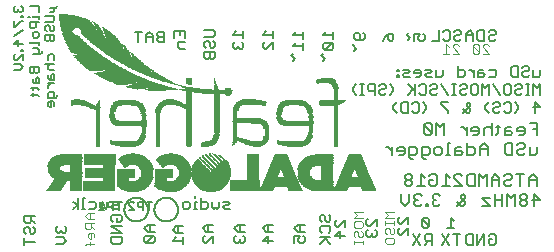
<source format=gbr>
G04 EAGLE Gerber RS-274X export*
G75*
%MOMM*%
%FSLAX34Y34*%
%LPD*%
%INSilkscreen Bottom*%
%IPPOS*%
%AMOC8*
5,1,8,0,0,1.08239X$1,22.5*%
G01*
%ADD10C,0.101600*%
%ADD11C,0.127000*%
%ADD12C,0.152400*%
%ADD13C,0.203200*%
%ADD14R,0.914400X0.025400*%
%ADD15R,0.508000X0.025400*%
%ADD16R,0.889000X0.025400*%
%ADD17R,0.406400X0.025400*%
%ADD18R,1.320800X0.025400*%
%ADD19R,0.736600X0.025400*%
%ADD20R,0.660400X0.025400*%
%ADD21R,1.346200X0.025400*%
%ADD22R,1.625600X0.025400*%
%ADD23R,0.939800X0.025400*%
%ADD24R,0.025400X0.025400*%
%ADD25R,0.863600X0.025400*%
%ADD26R,0.431800X0.025400*%
%ADD27R,1.600200X0.025400*%
%ADD28R,1.854200X0.025400*%
%ADD29R,1.066800X0.025400*%
%ADD30R,0.050800X0.025400*%
%ADD31R,1.828800X0.025400*%
%ADD32R,2.032000X0.025400*%
%ADD33R,1.219200X0.025400*%
%ADD34R,0.076200X0.025400*%
%ADD35R,0.990600X0.025400*%
%ADD36R,2.057400X0.025400*%
%ADD37R,2.209800X0.025400*%
%ADD38R,2.362200X0.025400*%
%ADD39R,1.447800X0.025400*%
%ADD40R,0.101600X0.025400*%
%ADD41R,1.092200X0.025400*%
%ADD42R,2.489200X0.025400*%
%ADD43R,1.574800X0.025400*%
%ADD44R,0.127000X0.025400*%
%ADD45R,1.143000X0.025400*%
%ADD46R,2.565400X0.025400*%
%ADD47R,1.676400X0.025400*%
%ADD48R,0.152400X0.025400*%
%ADD49R,1.168400X0.025400*%
%ADD50R,2.590800X0.025400*%
%ADD51R,1.752600X0.025400*%
%ADD52R,0.177800X0.025400*%
%ADD53R,1.193800X0.025400*%
%ADD54R,2.616200X0.025400*%
%ADD55R,0.203200X0.025400*%
%ADD56R,2.641600X0.025400*%
%ADD57R,1.930400X0.025400*%
%ADD58R,0.228600X0.025400*%
%ADD59R,1.244600X0.025400*%
%ADD60R,2.667000X0.025400*%
%ADD61R,0.254000X0.025400*%
%ADD62R,2.692400X0.025400*%
%ADD63R,2.108200X0.025400*%
%ADD64R,0.279400X0.025400*%
%ADD65R,2.717800X0.025400*%
%ADD66R,1.041400X0.025400*%
%ADD67R,2.743200X0.025400*%
%ADD68R,2.260600X0.025400*%
%ADD69R,0.304800X0.025400*%
%ADD70R,0.838200X0.025400*%
%ADD71R,0.685800X0.025400*%
%ADD72R,1.270000X0.025400*%
%ADD73R,0.330200X0.025400*%
%ADD74R,0.609600X0.025400*%
%ADD75R,0.355600X0.025400*%
%ADD76R,0.762000X0.025400*%
%ADD77R,0.635000X0.025400*%
%ADD78R,0.584200X0.025400*%
%ADD79R,0.381000X0.025400*%
%ADD80R,0.533400X0.025400*%
%ADD81R,0.558800X0.025400*%
%ADD82R,0.482600X0.025400*%
%ADD83R,1.117600X0.025400*%
%ADD84R,0.457200X0.025400*%
%ADD85R,0.787400X0.025400*%
%ADD86R,0.711200X0.025400*%
%ADD87R,2.413000X0.025400*%
%ADD88R,2.438400X0.025400*%
%ADD89R,2.540000X0.025400*%
%ADD90R,2.794000X0.025400*%
%ADD91R,2.819400X0.025400*%
%ADD92R,2.844800X0.025400*%
%ADD93R,2.870200X0.025400*%
%ADD94R,1.016000X0.025400*%
%ADD95R,2.895600X0.025400*%
%ADD96R,1.422400X0.025400*%
%ADD97R,2.921000X0.025400*%
%ADD98R,1.803400X0.025400*%
%ADD99R,2.946400X0.025400*%
%ADD100R,2.971800X0.025400*%
%ADD101R,2.997200X0.025400*%
%ADD102R,3.022600X0.025400*%
%ADD103R,2.768600X0.025400*%
%ADD104R,2.514600X0.025400*%
%ADD105R,2.336800X0.025400*%
%ADD106R,0.965200X0.025400*%
%ADD107R,0.812800X0.025400*%
%ADD108R,1.651000X0.025400*%
%ADD109R,1.701800X0.025400*%
%ADD110R,1.727200X0.025400*%
%ADD111R,2.159000X0.025400*%
%ADD112R,1.778000X0.025400*%
%ADD113R,2.082800X0.025400*%
%ADD114R,2.463800X0.025400*%
%ADD115R,2.006600X0.025400*%
%ADD116R,1.905000X0.025400*%
%ADD117R,2.286000X0.025400*%
%ADD118R,1.955800X0.025400*%
%ADD119R,2.235200X0.025400*%
%ADD120R,1.524000X0.025400*%
%ADD121R,1.981200X0.025400*%
%ADD122R,2.184400X0.025400*%
%ADD123R,1.473200X0.025400*%
%ADD124R,1.397000X0.025400*%
%ADD125R,2.387600X0.025400*%
%ADD126R,1.879600X0.025400*%
%ADD127R,1.295400X0.025400*%
%ADD128R,1.549400X0.025400*%
%ADD129R,1.371600X0.025400*%
%ADD130R,3.200400X0.025400*%
%ADD131R,3.378200X0.025400*%
%ADD132R,3.835400X0.025400*%
%ADD133R,3.987800X0.025400*%
%ADD134R,4.089400X0.025400*%
%ADD135R,4.216400X0.025400*%
%ADD136R,2.311400X0.025400*%
%ADD137R,3.225800X0.025400*%
%ADD138R,3.479800X0.025400*%
%ADD139R,3.454400X0.025400*%
%ADD140R,1.498600X0.025400*%
%ADD141R,3.429000X0.025400*%
%ADD142R,3.403600X0.025400*%
%ADD143R,3.352800X0.025400*%
%ADD144R,3.327400X0.025400*%
%ADD145R,3.302000X0.025400*%
%ADD146R,3.276600X0.025400*%
%ADD147R,3.251200X0.025400*%
%ADD148R,3.175000X0.025400*%
%ADD149R,2.133600X0.025400*%
%ADD150R,0.195581X0.017781*%
%ADD151R,0.266700X0.017781*%
%ADD152R,0.248919X0.017781*%
%ADD153R,0.551181X0.017778*%
%ADD154R,0.640078X0.017778*%
%ADD155R,0.622300X0.017778*%
%ADD156R,0.764538X0.017781*%
%ADD157R,0.835659X0.017781*%
%ADD158R,0.906781X0.017778*%
%ADD159R,1.013459X0.017778*%
%ADD160R,1.120141X0.017781*%
%ADD161R,2.524759X0.017781*%
%ADD162R,3.609341X0.017781*%
%ADD163R,1.049019X0.017781*%
%ADD164R,1.155700X0.017781*%
%ADD165R,1.137922X0.017781*%
%ADD166R,2.649219X0.017781*%
%ADD167R,1.191259X0.017781*%
%ADD168R,2.702559X0.017781*%
%ADD169R,3.627122X0.017781*%
%ADD170R,1.262378X0.017781*%
%ADD171R,1.280159X0.017781*%
%ADD172R,1.120141X0.017778*%
%ADD173R,1.137922X0.017778*%
%ADD174R,1.671322X0.017778*%
%ADD175R,1.120138X0.017778*%
%ADD176R,3.627122X0.017778*%
%ADD177R,1.262381X0.017778*%
%ADD178R,1.386841X0.017778*%
%ADD179R,2.649219X0.017778*%
%ADD180R,1.049019X0.017778*%
%ADD181R,1.209041X0.017778*%
%ADD182R,1.760222X0.017781*%
%ADD183R,1.120138X0.017781*%
%ADD184R,2.489200X0.017781*%
%ADD185R,1.351281X0.017781*%
%ADD186R,1.493519X0.017781*%
%ADD187R,1.475741X0.017781*%
%ADD188R,1.191263X0.017781*%
%ADD189R,1.137919X0.017778*%
%ADD190R,1.849122X0.017778*%
%ADD191R,1.102359X0.017778*%
%ADD192R,2.489200X0.017778*%
%ADD193R,1.440181X0.017778*%
%ADD194R,1.564641X0.017778*%
%ADD195R,1.582422X0.017778*%
%ADD196R,1.191259X0.017778*%
%ADD197R,1.137919X0.017781*%
%ADD198R,1.902459X0.017781*%
%ADD199R,1.511300X0.017781*%
%ADD200R,1.671319X0.017781*%
%ADD201R,1.653541X0.017781*%
%ADD202R,1.102359X0.017781*%
%ADD203R,1.973581X0.017781*%
%ADD204R,1.582419X0.017781*%
%ADD205R,1.742441X0.017781*%
%ADD206R,2.026922X0.017778*%
%ADD207R,1.653538X0.017778*%
%ADD208R,1.813559X0.017778*%
%ADD209R,2.062481X0.017781*%
%ADD210R,1.724662X0.017781*%
%ADD211R,1.902463X0.017781*%
%ADD212R,1.884681X0.017781*%
%ADD213R,2.115822X0.017778*%
%ADD214R,1.102363X0.017778*%
%ADD215R,1.795781X0.017778*%
%ADD216R,1.955800X0.017778*%
%ADD217R,2.151381X0.017781*%
%ADD218R,1.849119X0.017781*%
%ADD219R,2.009138X0.017781*%
%ADD220R,2.026919X0.017781*%
%ADD221R,2.186941X0.017781*%
%ADD222R,2.080262X0.017781*%
%ADD223R,2.222500X0.017778*%
%ADD224R,2.133600X0.017778*%
%ADD225R,1.102363X0.017781*%
%ADD226R,2.258059X0.017781*%
%ADD227R,2.204719X0.017781*%
%ADD228R,2.293622X0.017778*%
%ADD229R,2.062481X0.017778*%
%ADD230R,2.240281X0.017778*%
%ADD231R,2.258063X0.017778*%
%ADD232R,2.329181X0.017781*%
%ADD233R,2.115819X0.017781*%
%ADD234R,2.311400X0.017781*%
%ADD235R,2.293619X0.017781*%
%ADD236R,2.346959X0.017781*%
%ADD237R,2.364737X0.017781*%
%ADD238R,2.382522X0.017778*%
%ADD239R,2.204719X0.017778*%
%ADD240R,2.400300X0.017778*%
%ADD241R,1.191263X0.017778*%
%ADD242R,2.400300X0.017781*%
%ADD243R,2.240281X0.017781*%
%ADD244R,2.453641X0.017781*%
%ADD245R,2.435859X0.017778*%
%ADD246R,2.275841X0.017778*%
%ADD247R,2.506978X0.017778*%
%ADD248R,2.542541X0.017781*%
%ADD249R,2.542538X0.017781*%
%ADD250R,2.578100X0.017781*%
%ADD251R,2.595881X0.017781*%
%ADD252R,2.506981X0.017778*%
%ADD253R,2.613659X0.017778*%
%ADD254R,2.613663X0.017778*%
%ADD255R,3.271519X0.017781*%
%ADD256R,2.435863X0.017781*%
%ADD257R,2.631441X0.017781*%
%ADD258R,3.271519X0.017778*%
%ADD259R,2.542541X0.017778*%
%ADD260R,2.471419X0.017778*%
%ADD261R,2.649222X0.017778*%
%ADD262R,1.173481X0.017778*%
%ADD263R,3.253741X0.017781*%
%ADD264R,2.560322X0.017781*%
%ADD265R,2.506981X0.017781*%
%ADD266R,2.667000X0.017781*%
%ADD267R,3.235963X0.017781*%
%ADD268R,3.235959X0.017781*%
%ADD269R,2.684778X0.017781*%
%ADD270R,2.684781X0.017781*%
%ADD271R,3.218181X0.017778*%
%ADD272R,2.595881X0.017778*%
%ADD273R,3.218178X0.017778*%
%ADD274R,2.578100X0.017778*%
%ADD275R,2.702559X0.017778*%
%ADD276R,2.702562X0.017778*%
%ADD277R,1.173478X0.017778*%
%ADD278R,3.200400X0.017781*%
%ADD279R,2.613659X0.017781*%
%ADD280R,2.720341X0.017781*%
%ADD281R,3.200400X0.017778*%
%ADD282R,2.631441X0.017778*%
%ADD283R,3.182622X0.017778*%
%ADD284R,2.738119X0.017778*%
%ADD285R,2.720341X0.017778*%
%ADD286R,3.164837X0.017781*%
%ADD287R,2.649222X0.017781*%
%ADD288R,3.182622X0.017781*%
%ADD289R,2.755900X0.017781*%
%ADD290R,2.738122X0.017781*%
%ADD291R,1.173478X0.017781*%
%ADD292R,3.164841X0.017781*%
%ADD293R,3.147059X0.017778*%
%ADD294R,2.684781X0.017778*%
%ADD295R,2.720338X0.017778*%
%ADD296R,2.773678X0.017778*%
%ADD297R,2.773681X0.017778*%
%ADD298R,3.129281X0.017781*%
%ADD299R,2.738119X0.017781*%
%ADD300R,2.791459X0.017781*%
%ADD301R,2.791463X0.017781*%
%ADD302R,1.173481X0.017781*%
%ADD303R,3.129281X0.017778*%
%ADD304R,3.111500X0.017778*%
%ADD305R,2.809241X0.017778*%
%ADD306R,2.791463X0.017778*%
%ADD307R,3.093719X0.017781*%
%ADD308R,2.809241X0.017781*%
%ADD309R,2.827019X0.017781*%
%ADD310R,2.827022X0.017781*%
%ADD311R,3.058163X0.017778*%
%ADD312R,2.755900X0.017778*%
%ADD313R,3.075941X0.017778*%
%ADD314R,2.844800X0.017778*%
%ADD315R,2.827022X0.017778*%
%ADD316R,3.058163X0.017781*%
%ADD317R,3.058159X0.017781*%
%ADD318R,2.862581X0.017781*%
%ADD319R,2.844800X0.017781*%
%ADD320R,3.040381X0.017778*%
%ADD321R,3.040378X0.017778*%
%ADD322R,2.880359X0.017778*%
%ADD323R,2.862578X0.017778*%
%ADD324R,2.862581X0.017778*%
%ADD325R,3.022600X0.017781*%
%ADD326R,2.915919X0.017781*%
%ADD327R,2.880359X0.017781*%
%ADD328R,3.004822X0.017781*%
%ADD329R,2.933700X0.017781*%
%ADD330R,2.880362X0.017781*%
%ADD331R,2.987038X0.017778*%
%ADD332R,3.004822X0.017778*%
%ADD333R,2.951481X0.017778*%
%ADD334R,2.898141X0.017778*%
%ADD335R,2.880362X0.017778*%
%ADD336R,2.987038X0.017781*%
%ADD337R,2.987041X0.017781*%
%ADD338R,2.969263X0.017781*%
%ADD339R,2.898141X0.017781*%
%ADD340R,2.969259X0.017778*%
%ADD341R,2.987041X0.017778*%
%ADD342R,2.915919X0.017778*%
%ADD343R,2.915922X0.017778*%
%ADD344R,2.951481X0.017781*%
%ADD345R,1.457959X0.017781*%
%ADD346R,1.404622X0.017781*%
%ADD347R,1.066800X0.017781*%
%ADD348R,1.404619X0.017781*%
%ADD349R,3.058159X0.017778*%
%ADD350R,1.351281X0.017778*%
%ADD351R,1.031241X0.017778*%
%ADD352R,1.351278X0.017778*%
%ADD353R,1.013463X0.017778*%
%ADD354R,1.315719X0.017781*%
%ADD355R,0.977900X0.017781*%
%ADD356R,1.333500X0.017781*%
%ADD357R,1.031238X0.017781*%
%ADD358R,3.093719X0.017778*%
%ADD359R,1.280159X0.017778*%
%ADD360R,0.977900X0.017778*%
%ADD361R,1.031238X0.017778*%
%ADD362R,2.418078X0.017778*%
%ADD363R,1.262381X0.017781*%
%ADD364R,2.418078X0.017781*%
%ADD365R,1.031241X0.017781*%
%ADD366R,2.862578X0.017781*%
%ADD367R,3.111500X0.017781*%
%ADD368R,1.244600X0.017781*%
%ADD369R,1.457959X0.017778*%
%ADD370R,1.226822X0.017778*%
%ADD371R,2.382519X0.017778*%
%ADD372R,1.386841X0.017781*%
%ADD373R,3.147063X0.017781*%
%ADD374R,1.209041X0.017781*%
%ADD375R,2.382519X0.017781*%
%ADD376R,2.809238X0.017778*%
%ADD377R,1.333500X0.017778*%
%ADD378R,3.164841X0.017778*%
%ADD379R,2.364741X0.017778*%
%ADD380R,2.809238X0.017781*%
%ADD381R,1.297941X0.017781*%
%ADD382R,3.182619X0.017781*%
%ADD383R,1.244600X0.017778*%
%ADD384R,1.155700X0.017778*%
%ADD385R,2.329178X0.017778*%
%ADD386R,2.364741X0.017781*%
%ADD387R,2.702562X0.017781*%
%ADD388R,3.235959X0.017778*%
%ADD389R,2.667000X0.017778*%
%ADD390R,1.084581X0.017781*%
%ADD391R,1.493522X0.017781*%
%ADD392R,2.506978X0.017781*%
%ADD393R,1.066800X0.017778*%
%ADD394R,1.084581X0.017778*%
%ADD395R,3.307081X0.017778*%
%ADD396R,1.493519X0.017778*%
%ADD397R,1.493522X0.017778*%
%ADD398R,2.524759X0.017778*%
%ADD399R,2.560319X0.017778*%
%ADD400R,1.049022X0.017781*%
%ADD401R,1.084578X0.017781*%
%ADD402R,3.307081X0.017781*%
%ADD403R,1.049022X0.017778*%
%ADD404R,2.595878X0.017778*%
%ADD405R,1.084578X0.017778*%
%ADD406R,3.324863X0.017778*%
%ADD407R,3.342641X0.017781*%
%ADD408R,3.342641X0.017778*%
%ADD409R,2.684778X0.017778*%
%ADD410R,2.773678X0.017781*%
%ADD411R,3.360419X0.017778*%
%ADD412R,2.791459X0.017778*%
%ADD413R,4.427219X0.017781*%
%ADD414R,4.427219X0.017778*%
%ADD415R,2.827019X0.017778*%
%ADD416R,1.635763X0.017778*%
%ADD417R,1.635759X0.017778*%
%ADD418R,1.617981X0.017781*%
%ADD419R,1.617978X0.017781*%
%ADD420R,1.600200X0.017781*%
%ADD421R,1.617981X0.017778*%
%ADD422R,1.582419X0.017778*%
%ADD423R,1.226819X0.017778*%
%ADD424R,1.635763X0.017781*%
%ADD425R,1.564641X0.017781*%
%ADD426R,1.653541X0.017778*%
%ADD427R,1.546859X0.017778*%
%ADD428R,1.671322X0.017781*%
%ADD429R,1.529078X0.017781*%
%ADD430R,1.689100X0.017781*%
%ADD431R,1.706881X0.017778*%
%ADD432R,0.231141X0.017781*%
%ADD433R,1.457963X0.017778*%
%ADD434R,0.231141X0.017778*%
%ADD435R,1.440181X0.017781*%
%ADD436R,1.440178X0.017781*%
%ADD437R,1.013459X0.017781*%
%ADD438R,0.231138X0.017781*%
%ADD439R,1.404619X0.017778*%
%ADD440R,1.422400X0.017781*%
%ADD441R,1.369063X0.017781*%
%ADD442R,2.080259X0.017778*%
%ADD443R,2.044700X0.017781*%
%ADD444R,1.315722X0.017781*%
%ADD445R,2.026919X0.017778*%
%ADD446R,1.475738X0.017778*%
%ADD447R,2.009141X0.017781*%
%ADD448R,1.991363X0.017778*%
%ADD449R,1.991359X0.017778*%
%ADD450R,0.248922X0.017778*%
%ADD451R,1.991363X0.017781*%
%ADD452R,1.991359X0.017781*%
%ADD453R,1.226819X0.017781*%
%ADD454R,1.973578X0.017781*%
%ADD455R,0.248922X0.017781*%
%ADD456R,0.017778X0.017781*%
%ADD457R,0.035559X0.017781*%
%ADD458R,0.248919X0.017778*%
%ADD459R,0.071119X0.017778*%
%ADD460R,1.938019X0.017781*%
%ADD461R,1.938022X0.017781*%
%ADD462R,0.106681X0.017781*%
%ADD463R,0.124463X0.017781*%
%ADD464R,1.920238X0.017778*%
%ADD465R,1.920241X0.017778*%
%ADD466R,0.142241X0.017778*%
%ADD467R,1.920238X0.017781*%
%ADD468R,1.920241X0.017781*%
%ADD469R,0.177800X0.017781*%
%ADD470R,1.884681X0.017778*%
%ADD471R,1.297941X0.017778*%
%ADD472R,0.266700X0.017778*%
%ADD473R,1.866900X0.017781*%
%ADD474R,1.351278X0.017781*%
%ADD475R,1.226822X0.017781*%
%ADD476R,0.302259X0.017781*%
%ADD477R,0.320041X0.017781*%
%ADD478R,1.849119X0.017778*%
%ADD479R,1.369063X0.017778*%
%ADD480R,0.355600X0.017778*%
%ADD481R,1.262378X0.017778*%
%ADD482R,0.373381X0.017778*%
%ADD483R,1.831341X0.017781*%
%ADD484R,1.280163X0.017781*%
%ADD485R,0.408941X0.017781*%
%ADD486R,1.813563X0.017781*%
%ADD487R,1.546863X0.017781*%
%ADD488R,1.813559X0.017781*%
%ADD489R,0.960119X0.017781*%
%ADD490R,0.960122X0.017781*%
%ADD491R,0.462281X0.017781*%
%ADD492R,0.462278X0.017781*%
%ADD493R,1.813563X0.017778*%
%ADD494R,0.924559X0.017778*%
%ADD495R,1.315719X0.017778*%
%ADD496R,0.533400X0.017778*%
%ADD497R,0.515622X0.017778*%
%ADD498R,1.795781X0.017781*%
%ADD499R,1.795778X0.017781*%
%ADD500R,0.906778X0.017781*%
%ADD501R,0.906781X0.017781*%
%ADD502R,0.586738X0.017781*%
%ADD503R,1.778000X0.017778*%
%ADD504R,0.889000X0.017778*%
%ADD505R,0.657859X0.017778*%
%ADD506R,1.386838X0.017778*%
%ADD507R,0.675641X0.017778*%
%ADD508R,1.760219X0.017781*%
%ADD509R,0.853438X0.017781*%
%ADD510R,0.782322X0.017781*%
%ADD511R,1.475738X0.017781*%
%ADD512R,0.764541X0.017781*%
%ADD513R,2.631438X0.017781*%
%ADD514R,1.742438X0.017781*%
%ADD515R,1.742438X0.017778*%
%ADD516R,1.724659X0.017778*%
%ADD517R,0.800100X0.017778*%
%ADD518R,2.631438X0.017778*%
%ADD519R,1.706881X0.017781*%
%ADD520R,1.724659X0.017781*%
%ADD521R,0.924563X0.017781*%
%ADD522R,0.942341X0.017778*%
%ADD523R,0.746759X0.017778*%
%ADD524R,0.942341X0.017781*%
%ADD525R,0.711200X0.017781*%
%ADD526R,0.693419X0.017781*%
%ADD527R,0.693422X0.017781*%
%ADD528R,1.671319X0.017778*%
%ADD529R,1.635759X0.017781*%
%ADD530R,0.622300X0.017781*%
%ADD531R,0.640081X0.017781*%
%ADD532R,0.604522X0.017778*%
%ADD533R,0.604519X0.017778*%
%ADD534R,2.542538X0.017778*%
%ADD535R,2.773681X0.017781*%
%ADD536R,0.586741X0.017781*%
%ADD537R,0.568959X0.017781*%
%ADD538R,0.551181X0.017781*%
%ADD539R,0.515619X0.017778*%
%ADD540R,1.564638X0.017781*%
%ADD541R,0.604519X0.017781*%
%ADD542R,0.480063X0.017781*%
%ADD543R,2.524763X0.017781*%
%ADD544R,1.564638X0.017778*%
%ADD545R,2.738122X0.017778*%
%ADD546R,0.462281X0.017778*%
%ADD547R,1.529081X0.017781*%
%ADD548R,1.546859X0.017781*%
%ADD549R,0.426719X0.017781*%
%ADD550R,0.391159X0.017781*%
%ADD551R,1.511300X0.017778*%
%ADD552R,0.337822X0.017781*%
%ADD553R,1.475741X0.017778*%
%ADD554R,0.284481X0.017778*%
%ADD555R,0.302259X0.017778*%
%ADD556R,1.457963X0.017781*%
%ADD557R,1.422400X0.017778*%
%ADD558R,1.440178X0.017778*%
%ADD559R,0.195578X0.017778*%
%ADD560R,0.160022X0.017781*%
%ADD561R,2.560322X0.017778*%
%ADD562R,1.404622X0.017778*%
%ADD563R,0.124459X0.017778*%
%ADD564R,1.386838X0.017781*%
%ADD565R,0.088900X0.017781*%
%ADD566R,1.369059X0.017781*%
%ADD567R,0.053341X0.017781*%
%ADD568R,1.369059X0.017778*%
%ADD569R,0.017778X0.017778*%
%ADD570R,2.453638X0.017778*%
%ADD571R,2.471422X0.017781*%
%ADD572R,2.418081X0.017781*%
%ADD573R,2.453641X0.017778*%
%ADD574R,2.435859X0.017781*%
%ADD575R,2.595878X0.017781*%
%ADD576R,2.275838X0.017781*%
%ADD577R,2.560319X0.017781*%
%ADD578R,1.280163X0.017778*%
%ADD579R,0.195581X0.017778*%
%ADD580R,0.213359X0.017781*%
%ADD581R,0.142241X0.017781*%
%ADD582R,2.311400X0.017778*%
%ADD583R,0.213359X0.017778*%
%ADD584R,0.106681X0.017778*%
%ADD585R,2.115819X0.017778*%
%ADD586R,2.275841X0.017781*%
%ADD587R,0.195578X0.017781*%
%ADD588R,0.071119X0.017781*%
%ADD589R,2.080259X0.017781*%
%ADD590R,2.471419X0.017781*%
%ADD591R,1.209037X0.017778*%
%ADD592R,2.204722X0.017778*%
%ADD593R,0.177800X0.017778*%
%ADD594R,1.973581X0.017778*%
%ADD595R,1.209037X0.017781*%
%ADD596R,2.169159X0.017781*%
%ADD597R,0.160022X0.017778*%
%ADD598R,1.831341X0.017778*%
%ADD599R,2.346959X0.017778*%
%ADD600R,0.142238X0.017781*%
%ADD601R,1.778000X0.017781*%
%ADD602R,2.026922X0.017781*%
%ADD603R,0.124459X0.017781*%
%ADD604R,1.706878X0.017781*%
%ADD605R,0.053338X0.017781*%
%ADD606R,0.071122X0.017778*%
%ADD607R,2.098041X0.017778*%
%ADD608R,0.017781X0.017781*%
%ADD609R,0.017781X0.017778*%
%ADD610R,0.871219X0.017778*%
%ADD611R,0.871222X0.017778*%
%ADD612R,0.071122X0.017781*%
%ADD613R,0.160019X0.017781*%


D10*
X421524Y185293D02*
X426778Y185293D01*
X421524Y190547D01*
X421524Y191860D01*
X422837Y193174D01*
X425464Y193174D01*
X426778Y191860D01*
X418592Y190547D02*
X415965Y193174D01*
X415965Y185293D01*
X418592Y185293D02*
X413338Y185293D01*
X446924Y185293D02*
X452178Y185293D01*
X446924Y190547D01*
X446924Y191860D01*
X448237Y193174D01*
X450864Y193174D01*
X452178Y191860D01*
X443992Y191860D02*
X443992Y186606D01*
X443992Y191860D02*
X442679Y193174D01*
X440052Y193174D01*
X438738Y191860D01*
X438738Y186606D01*
X440052Y185293D01*
X442679Y185293D01*
X443992Y186606D01*
X438738Y191860D01*
D11*
X330835Y44280D02*
X330835Y38348D01*
X330835Y44280D02*
X324903Y38348D01*
X323420Y38348D01*
X321937Y39831D01*
X321937Y42797D01*
X323420Y44280D01*
X321937Y30476D02*
X330835Y30476D01*
X326386Y34925D02*
X321937Y30476D01*
X326386Y28993D02*
X326386Y34925D01*
X357505Y39618D02*
X357505Y45550D01*
X351573Y39618D01*
X350090Y39618D01*
X348607Y41101D01*
X348607Y44067D01*
X350090Y45550D01*
X350090Y36195D02*
X348607Y34712D01*
X348607Y31746D01*
X350090Y30263D01*
X351573Y30263D01*
X353056Y31746D01*
X353056Y33229D01*
X353056Y31746D02*
X354539Y30263D01*
X356022Y30263D01*
X357505Y31746D01*
X357505Y34712D01*
X356022Y36195D01*
X384175Y40888D02*
X384175Y46820D01*
X378243Y40888D01*
X376760Y40888D01*
X375277Y42371D01*
X375277Y45337D01*
X376760Y46820D01*
X384175Y37465D02*
X384175Y31533D01*
X384175Y37465D02*
X378243Y31533D01*
X376760Y31533D01*
X375277Y33016D01*
X375277Y35982D01*
X376760Y37465D01*
D12*
X492733Y73470D02*
X492733Y80079D01*
X489428Y83384D01*
X486124Y80079D01*
X486124Y73470D01*
X486124Y78427D02*
X492733Y78427D01*
X478904Y73470D02*
X478904Y83384D01*
X482209Y83384D02*
X475599Y83384D01*
X466727Y83384D02*
X465074Y81732D01*
X466727Y83384D02*
X470032Y83384D01*
X471684Y81732D01*
X471684Y80079D01*
X470032Y78427D01*
X466727Y78427D01*
X465074Y76774D01*
X465074Y75122D01*
X466727Y73470D01*
X470032Y73470D01*
X471684Y75122D01*
X461159Y73470D02*
X461159Y80079D01*
X457855Y83384D01*
X454550Y80079D01*
X454550Y73470D01*
X454550Y78427D02*
X461159Y78427D01*
X450635Y73470D02*
X450635Y83384D01*
X447330Y80079D01*
X444025Y83384D01*
X444025Y73470D01*
X440110Y73470D02*
X440110Y83384D01*
X440110Y73470D02*
X435153Y73470D01*
X433501Y75122D01*
X433501Y81732D01*
X435153Y83384D01*
X440110Y83384D01*
X429586Y73470D02*
X422976Y73470D01*
X422976Y80079D02*
X429586Y73470D01*
X422976Y80079D02*
X422976Y81732D01*
X424628Y83384D01*
X427933Y83384D01*
X429586Y81732D01*
X419061Y80079D02*
X415756Y83384D01*
X415756Y73470D01*
X419061Y73470D02*
X412451Y73470D01*
X403579Y83384D02*
X401927Y81732D01*
X403579Y83384D02*
X406884Y83384D01*
X408537Y81732D01*
X408537Y75122D01*
X406884Y73470D01*
X403579Y73470D01*
X401927Y75122D01*
X401927Y78427D01*
X405232Y78427D01*
X398012Y80079D02*
X394707Y83384D01*
X394707Y73470D01*
X398012Y73470D02*
X391402Y73470D01*
X387487Y81732D02*
X385835Y83384D01*
X382530Y83384D01*
X380878Y81732D01*
X380878Y80079D01*
X382530Y78427D01*
X380878Y76774D01*
X380878Y75122D01*
X382530Y73470D01*
X385835Y73470D01*
X387487Y75122D01*
X387487Y76774D01*
X385835Y78427D01*
X387487Y80079D01*
X387487Y81732D01*
X385835Y78427D02*
X382530Y78427D01*
X490407Y66239D02*
X490407Y56325D01*
X495364Y61282D02*
X490407Y66239D01*
X488755Y61282D02*
X495364Y61282D01*
X484840Y64587D02*
X483187Y66239D01*
X479883Y66239D01*
X478230Y64587D01*
X478230Y62934D01*
X479883Y61282D01*
X478230Y59629D01*
X478230Y57977D01*
X479883Y56325D01*
X483187Y56325D01*
X484840Y57977D01*
X484840Y59629D01*
X483187Y61282D01*
X484840Y62934D01*
X484840Y64587D01*
X483187Y61282D02*
X479883Y61282D01*
X474315Y56325D02*
X474315Y66239D01*
X471010Y62934D01*
X467706Y66239D01*
X467706Y56325D01*
X463791Y56325D02*
X463791Y66239D01*
X463791Y61282D02*
X457181Y61282D01*
X457181Y66239D02*
X457181Y56325D01*
X453266Y62934D02*
X446656Y62934D01*
X453266Y56325D01*
X446656Y56325D01*
X428912Y56325D02*
X425607Y59629D01*
X428912Y56325D02*
X430564Y56325D01*
X432217Y57977D01*
X432217Y59629D01*
X428912Y62934D01*
X428912Y64587D01*
X430564Y66239D01*
X432217Y64587D01*
X432217Y62934D01*
X425607Y56325D01*
X411168Y64587D02*
X409515Y66239D01*
X406210Y66239D01*
X404558Y64587D01*
X404558Y62934D01*
X406210Y61282D01*
X407863Y61282D01*
X406210Y61282D02*
X404558Y59629D01*
X404558Y57977D01*
X406210Y56325D01*
X409515Y56325D01*
X411168Y57977D01*
X400643Y57977D02*
X400643Y56325D01*
X400643Y57977D02*
X398991Y57977D01*
X398991Y56325D01*
X400643Y56325D01*
X395381Y64587D02*
X393728Y66239D01*
X390424Y66239D01*
X388771Y64587D01*
X388771Y62934D01*
X390424Y61282D01*
X392076Y61282D01*
X390424Y61282D02*
X388771Y59629D01*
X388771Y57977D01*
X390424Y56325D01*
X393728Y56325D01*
X395381Y57977D01*
X384856Y59629D02*
X384856Y66239D01*
X384856Y59629D02*
X381551Y56325D01*
X378247Y59629D01*
X378247Y66239D01*
D11*
X218862Y205168D02*
X211447Y205168D01*
X218862Y205168D02*
X220345Y203685D01*
X220345Y200719D01*
X218862Y199236D01*
X211447Y199236D01*
X211447Y191364D02*
X212930Y189881D01*
X211447Y191364D02*
X211447Y194330D01*
X212930Y195813D01*
X214413Y195813D01*
X215896Y194330D01*
X215896Y191364D01*
X217379Y189881D01*
X218862Y189881D01*
X220345Y191364D01*
X220345Y194330D01*
X218862Y195813D01*
X220345Y186457D02*
X211447Y186457D01*
X211447Y182009D01*
X212930Y180526D01*
X214413Y180526D01*
X215896Y182009D01*
X217379Y180526D01*
X218862Y180526D01*
X220345Y182009D01*
X220345Y186457D01*
X215896Y186457D02*
X215896Y182009D01*
X235577Y201334D02*
X238543Y204300D01*
X235577Y201334D02*
X244475Y201334D01*
X244475Y204300D02*
X244475Y198368D01*
X237060Y194945D02*
X235577Y193462D01*
X235577Y190496D01*
X237060Y189013D01*
X238543Y189013D01*
X240026Y190496D01*
X240026Y191979D01*
X240026Y190496D02*
X241509Y189013D01*
X242992Y189013D01*
X244475Y190496D01*
X244475Y193462D01*
X242992Y194945D01*
X389247Y196231D02*
X389247Y202163D01*
X393696Y202163D01*
X392213Y199197D01*
X392213Y197714D01*
X393696Y196231D01*
X396662Y196231D01*
X398145Y197714D01*
X398145Y200680D01*
X396662Y202163D01*
X289343Y203898D02*
X286377Y200932D01*
X295275Y200932D01*
X295275Y203898D02*
X295275Y197966D01*
X289343Y194543D02*
X286377Y191577D01*
X295275Y191577D01*
X295275Y194543D02*
X295275Y188611D01*
X286377Y185187D02*
X284894Y183705D01*
X287860Y180739D01*
X286377Y179256D01*
X311777Y200932D02*
X314743Y203898D01*
X311777Y200932D02*
X320675Y200932D01*
X320675Y203898D02*
X320675Y197966D01*
X319192Y194543D02*
X313260Y194543D01*
X311777Y193060D01*
X311777Y190094D01*
X313260Y188611D01*
X319192Y188611D01*
X320675Y190094D01*
X320675Y193060D01*
X319192Y194543D01*
X313260Y188611D01*
X311777Y185187D02*
X310294Y183705D01*
X313260Y180739D01*
X311777Y179256D01*
X345862Y203030D02*
X347345Y201547D01*
X347345Y198581D01*
X345862Y197098D01*
X339930Y197098D01*
X338447Y198581D01*
X338447Y201547D01*
X339930Y203030D01*
X341413Y203030D01*
X342896Y201547D01*
X342896Y197098D01*
X338447Y193675D02*
X336964Y192192D01*
X339930Y189226D01*
X338447Y187743D01*
X422756Y203630D02*
X424239Y205113D01*
X427205Y205113D01*
X428688Y203630D01*
X428688Y202147D01*
X427205Y200664D01*
X424239Y200664D01*
X422756Y199181D01*
X422756Y197698D01*
X424239Y196215D01*
X427205Y196215D01*
X428688Y197698D01*
X414884Y205113D02*
X413401Y203630D01*
X414884Y205113D02*
X417850Y205113D01*
X419333Y203630D01*
X419333Y197698D01*
X417850Y196215D01*
X414884Y196215D01*
X413401Y197698D01*
X409977Y196215D02*
X409977Y205113D01*
X409977Y196215D02*
X404046Y196215D01*
X451966Y203630D02*
X453449Y205113D01*
X456415Y205113D01*
X457898Y203630D01*
X457898Y202147D01*
X456415Y200664D01*
X453449Y200664D01*
X451966Y199181D01*
X451966Y197698D01*
X453449Y196215D01*
X456415Y196215D01*
X457898Y197698D01*
X448543Y196215D02*
X448543Y205113D01*
X448543Y196215D02*
X444094Y196215D01*
X442611Y197698D01*
X442611Y203630D01*
X444094Y205113D01*
X448543Y205113D01*
X439187Y202147D02*
X439187Y196215D01*
X439187Y202147D02*
X436222Y205113D01*
X433256Y202147D01*
X433256Y196215D01*
X433256Y200664D02*
X439187Y200664D01*
X177228Y203843D02*
X177228Y194945D01*
X177228Y203843D02*
X172779Y203843D01*
X171296Y202360D01*
X171296Y200877D01*
X172779Y199394D01*
X171296Y197911D01*
X171296Y196428D01*
X172779Y194945D01*
X177228Y194945D01*
X177228Y199394D02*
X172779Y199394D01*
X167873Y200877D02*
X167873Y194945D01*
X167873Y200877D02*
X164907Y203843D01*
X161941Y200877D01*
X161941Y194945D01*
X161941Y199394D02*
X167873Y199394D01*
X155552Y194945D02*
X155552Y203843D01*
X158517Y203843D02*
X152586Y203843D01*
X260977Y201334D02*
X263943Y204300D01*
X260977Y201334D02*
X269875Y201334D01*
X269875Y204300D02*
X269875Y198368D01*
X269875Y194945D02*
X269875Y189013D01*
X269875Y194945D02*
X263943Y189013D01*
X262460Y189013D01*
X260977Y190496D01*
X260977Y193462D01*
X262460Y194945D01*
X362577Y196231D02*
X364060Y199197D01*
X367026Y202163D01*
X369992Y202163D01*
X371475Y200680D01*
X371475Y197714D01*
X369992Y196231D01*
X368509Y196231D01*
X367026Y197714D01*
X367026Y202163D01*
X186047Y204300D02*
X186047Y198368D01*
X186047Y204300D02*
X194945Y204300D01*
X194945Y198368D01*
X190496Y201334D02*
X190496Y204300D01*
X189013Y194945D02*
X194945Y194945D01*
X189013Y194945D02*
X189013Y190496D01*
X190496Y189013D01*
X194945Y189013D01*
X384183Y196617D02*
X385666Y198100D01*
X382700Y201066D01*
X384183Y202549D01*
X67945Y47688D02*
X59047Y47688D01*
X59047Y43239D01*
X60530Y41756D01*
X63496Y41756D01*
X64979Y43239D01*
X64979Y47688D01*
X64979Y44722D02*
X67945Y41756D01*
X59047Y33884D02*
X60530Y32401D01*
X59047Y33884D02*
X59047Y36850D01*
X60530Y38333D01*
X62013Y38333D01*
X63496Y36850D01*
X63496Y33884D01*
X64979Y32401D01*
X66462Y32401D01*
X67945Y33884D01*
X67945Y36850D01*
X66462Y38333D01*
X67945Y26012D02*
X59047Y26012D01*
X59047Y28977D02*
X59047Y23046D01*
D10*
X112983Y50059D02*
X118237Y50059D01*
X112983Y50059D02*
X110356Y47432D01*
X112983Y44805D01*
X118237Y44805D01*
X114297Y44805D02*
X114297Y50059D01*
X118237Y41874D02*
X110356Y41874D01*
X110356Y37933D01*
X111670Y36620D01*
X114297Y36620D01*
X115610Y37933D01*
X115610Y41874D01*
X115610Y39247D02*
X118237Y36620D01*
X118237Y32374D02*
X118237Y29747D01*
X118237Y32374D02*
X116924Y33688D01*
X114297Y33688D01*
X112983Y32374D01*
X112983Y29747D01*
X114297Y28434D01*
X115610Y28434D01*
X115610Y33688D01*
X118237Y24189D02*
X111670Y24189D01*
X110356Y22875D01*
X114297Y22875D02*
X114297Y25502D01*
D11*
X87200Y39200D02*
X85717Y37717D01*
X85717Y34751D01*
X87200Y33268D01*
X88683Y33268D01*
X90166Y34751D01*
X90166Y36234D01*
X90166Y34751D02*
X91649Y33268D01*
X93132Y33268D01*
X94615Y34751D01*
X94615Y37717D01*
X93132Y39200D01*
X91649Y29845D02*
X85717Y29845D01*
X91649Y29845D02*
X94615Y26879D01*
X91649Y23913D01*
X85717Y23913D01*
X290613Y40470D02*
X296545Y40470D01*
X290613Y40470D02*
X287647Y37504D01*
X290613Y34538D01*
X296545Y34538D01*
X292096Y34538D02*
X292096Y40470D01*
X287647Y31115D02*
X287647Y25183D01*
X287647Y31115D02*
X292096Y31115D01*
X290613Y28149D01*
X290613Y26666D01*
X292096Y25183D01*
X295062Y25183D01*
X296545Y26666D01*
X296545Y29632D01*
X295062Y31115D01*
X269875Y40470D02*
X263943Y40470D01*
X260977Y37504D01*
X263943Y34538D01*
X269875Y34538D01*
X265426Y34538D02*
X265426Y40470D01*
X269875Y26666D02*
X260977Y26666D01*
X265426Y31115D01*
X265426Y25183D01*
X245745Y40470D02*
X239813Y40470D01*
X236847Y37504D01*
X239813Y34538D01*
X245745Y34538D01*
X241296Y34538D02*
X241296Y40470D01*
X238330Y31115D02*
X236847Y29632D01*
X236847Y26666D01*
X238330Y25183D01*
X239813Y25183D01*
X241296Y26666D01*
X241296Y28149D01*
X241296Y26666D02*
X242779Y25183D01*
X244262Y25183D01*
X245745Y26666D01*
X245745Y29632D01*
X244262Y31115D01*
X219075Y40470D02*
X213143Y40470D01*
X210177Y37504D01*
X213143Y34538D01*
X219075Y34538D01*
X214626Y34538D02*
X214626Y40470D01*
X219075Y31115D02*
X219075Y25183D01*
X219075Y31115D02*
X213143Y25183D01*
X211660Y25183D01*
X210177Y26666D01*
X210177Y29632D01*
X211660Y31115D01*
X193675Y39200D02*
X187743Y39200D01*
X184777Y36234D01*
X187743Y33268D01*
X193675Y33268D01*
X189226Y33268D02*
X189226Y39200D01*
X187743Y29845D02*
X184777Y26879D01*
X193675Y26879D01*
X193675Y29845D02*
X193675Y23913D01*
X169545Y40470D02*
X163613Y40470D01*
X160647Y37504D01*
X163613Y34538D01*
X169545Y34538D01*
X165096Y34538D02*
X165096Y40470D01*
X168062Y31115D02*
X162130Y31115D01*
X160647Y29632D01*
X160647Y26666D01*
X162130Y25183D01*
X168062Y25183D01*
X169545Y26666D01*
X169545Y29632D01*
X168062Y31115D01*
X162130Y25183D01*
X309237Y44509D02*
X310720Y43026D01*
X309237Y44509D02*
X309237Y47475D01*
X310720Y48958D01*
X312203Y48958D01*
X313686Y47475D01*
X313686Y44509D01*
X315169Y43026D01*
X316652Y43026D01*
X318135Y44509D01*
X318135Y47475D01*
X316652Y48958D01*
X309237Y35154D02*
X310720Y33671D01*
X309237Y35154D02*
X309237Y38120D01*
X310720Y39603D01*
X316652Y39603D01*
X318135Y38120D01*
X318135Y35154D01*
X316652Y33671D01*
X318135Y30247D02*
X309237Y30247D01*
X309237Y24316D02*
X315169Y30247D01*
X313686Y28765D02*
X318135Y24316D01*
D10*
X337686Y51329D02*
X345567Y51329D01*
X340313Y48702D02*
X337686Y51329D01*
X340313Y48702D02*
X337686Y46075D01*
X345567Y46075D01*
X337686Y41830D02*
X337686Y39203D01*
X337686Y41830D02*
X339000Y43144D01*
X344254Y43144D01*
X345567Y41830D01*
X345567Y39203D01*
X344254Y37890D01*
X339000Y37890D01*
X337686Y39203D01*
X337686Y31017D02*
X339000Y29704D01*
X337686Y31017D02*
X337686Y33644D01*
X339000Y34958D01*
X340313Y34958D01*
X341627Y33644D01*
X341627Y31017D01*
X342940Y29704D01*
X344254Y29704D01*
X345567Y31017D01*
X345567Y33644D01*
X344254Y34958D01*
X345567Y26772D02*
X345567Y24145D01*
X345567Y25459D02*
X337686Y25459D01*
X337686Y26772D02*
X337686Y24145D01*
X364356Y51329D02*
X372237Y51329D01*
X366983Y48702D02*
X364356Y51329D01*
X366983Y48702D02*
X364356Y46075D01*
X372237Y46075D01*
X372237Y43144D02*
X372237Y40517D01*
X372237Y41830D02*
X364356Y41830D01*
X364356Y40517D02*
X364356Y43144D01*
X364356Y33746D02*
X365670Y32433D01*
X364356Y33746D02*
X364356Y36373D01*
X365670Y37686D01*
X366983Y37686D01*
X368297Y36373D01*
X368297Y33746D01*
X369610Y32433D01*
X370924Y32433D01*
X372237Y33746D01*
X372237Y36373D01*
X370924Y37686D01*
X364356Y28187D02*
X364356Y25560D01*
X364356Y28187D02*
X365670Y29501D01*
X370924Y29501D01*
X372237Y28187D01*
X372237Y25560D01*
X370924Y24247D01*
X365670Y24247D01*
X364356Y25560D01*
D11*
X401553Y38948D02*
X401553Y44880D01*
X400070Y46363D01*
X397104Y46363D01*
X395621Y44880D01*
X395621Y38948D01*
X397104Y37465D01*
X400070Y37465D01*
X401553Y38948D01*
X395621Y44880D01*
X420177Y46363D02*
X423143Y43397D01*
X420177Y46363D02*
X420177Y37465D01*
X423143Y37465D02*
X417211Y37465D01*
X403690Y32393D02*
X403690Y23495D01*
X403690Y32393D02*
X399241Y32393D01*
X397758Y30910D01*
X397758Y27944D01*
X399241Y26461D01*
X403690Y26461D01*
X400724Y26461D02*
X397758Y23495D01*
X388403Y23495D02*
X394335Y32393D01*
X388403Y32393D02*
X394335Y23495D01*
X424854Y23495D02*
X424854Y32393D01*
X427820Y32393D02*
X421888Y32393D01*
X418465Y32393D02*
X412533Y23495D01*
X418465Y23495D02*
X412533Y32393D01*
X134190Y43026D02*
X132707Y44509D01*
X132707Y47475D01*
X134190Y48958D01*
X140122Y48958D01*
X141605Y47475D01*
X141605Y44509D01*
X140122Y43026D01*
X137156Y43026D01*
X137156Y45992D01*
X141605Y39603D02*
X132707Y39603D01*
X141605Y33671D01*
X132707Y33671D01*
X132707Y30247D02*
X141605Y30247D01*
X141605Y25799D01*
X140122Y24316D01*
X134190Y24316D01*
X132707Y25799D01*
X132707Y30247D01*
X451966Y30910D02*
X453449Y32393D01*
X456415Y32393D01*
X457898Y30910D01*
X457898Y24978D01*
X456415Y23495D01*
X453449Y23495D01*
X451966Y24978D01*
X451966Y27944D01*
X454932Y27944D01*
X448543Y23495D02*
X448543Y32393D01*
X442611Y23495D01*
X442611Y32393D01*
X439187Y32393D02*
X439187Y23495D01*
X434739Y23495D01*
X433256Y24978D01*
X433256Y30910D01*
X434739Y32393D01*
X439187Y32393D01*
X138524Y53975D02*
X134075Y53975D01*
X132592Y55458D01*
X134075Y56941D01*
X137041Y56941D01*
X138524Y58424D01*
X137041Y59907D01*
X132592Y59907D01*
X129169Y59907D02*
X129169Y55458D01*
X127686Y53975D01*
X126203Y55458D01*
X124720Y53975D01*
X123237Y55458D01*
X123237Y59907D01*
X118331Y59907D02*
X113882Y59907D01*
X118331Y59907D02*
X119814Y58424D01*
X119814Y55458D01*
X118331Y53975D01*
X113882Y53975D01*
X110459Y62873D02*
X108976Y62873D01*
X108976Y53975D01*
X110459Y53975D02*
X107493Y53975D01*
X104222Y53975D02*
X104222Y62873D01*
X104222Y56941D02*
X99773Y53975D01*
X104222Y56941D02*
X99773Y59907D01*
X228835Y53975D02*
X233284Y53975D01*
X228835Y53975D02*
X227352Y55458D01*
X228835Y56941D01*
X231801Y56941D01*
X233284Y58424D01*
X231801Y59907D01*
X227352Y59907D01*
X223929Y59907D02*
X223929Y55458D01*
X222446Y53975D01*
X220963Y55458D01*
X219480Y53975D01*
X217997Y55458D01*
X217997Y59907D01*
X208642Y62873D02*
X208642Y53975D01*
X213091Y53975D01*
X214573Y55458D01*
X214573Y58424D01*
X213091Y59907D01*
X208642Y59907D01*
X205218Y59907D02*
X203735Y59907D01*
X203735Y53975D01*
X205218Y53975D02*
X202252Y53975D01*
X203735Y62873D02*
X203735Y64356D01*
X197499Y53975D02*
X194533Y53975D01*
X193050Y55458D01*
X193050Y58424D01*
X194533Y59907D01*
X197499Y59907D01*
X198981Y58424D01*
X198981Y55458D01*
X197499Y53975D01*
X50159Y224154D02*
X51430Y225425D01*
X50159Y224154D02*
X50159Y221612D01*
X51430Y220341D01*
X52701Y220341D01*
X53972Y221612D01*
X53972Y222883D01*
X53972Y221612D02*
X55243Y220341D01*
X56514Y220341D01*
X57785Y221612D01*
X57785Y224154D01*
X56514Y225425D01*
X56514Y217239D02*
X57785Y217239D01*
X56514Y217239D02*
X56514Y215968D01*
X57785Y215968D01*
X57785Y217239D01*
X50159Y213146D02*
X50159Y208062D01*
X51430Y208062D01*
X56514Y213146D01*
X57785Y213146D01*
X57785Y204961D02*
X50159Y199876D01*
X50159Y192962D02*
X57785Y192962D01*
X53972Y196775D02*
X50159Y192962D01*
X53972Y191690D02*
X53972Y196775D01*
X56514Y188589D02*
X57785Y188589D01*
X56514Y188589D02*
X56514Y187318D01*
X57785Y187318D01*
X57785Y188589D01*
X57785Y184496D02*
X57785Y179412D01*
X57785Y184496D02*
X52701Y179412D01*
X51430Y179412D01*
X50159Y180683D01*
X50159Y183225D01*
X51430Y184496D01*
X50159Y176310D02*
X55243Y176310D01*
X57785Y173768D01*
X55243Y171226D01*
X50159Y171226D01*
X63494Y225425D02*
X71120Y225425D01*
X71120Y220341D01*
X66036Y217239D02*
X66036Y215968D01*
X71120Y215968D01*
X71120Y217239D02*
X71120Y214697D01*
X63494Y215968D02*
X62222Y215968D01*
X63494Y211782D02*
X71120Y211782D01*
X63494Y211782D02*
X63494Y207969D01*
X64765Y206698D01*
X67307Y206698D01*
X68578Y207969D01*
X68578Y211782D01*
X71120Y202325D02*
X71120Y199783D01*
X69849Y198512D01*
X67307Y198512D01*
X66036Y199783D01*
X66036Y202325D01*
X67307Y203596D01*
X69849Y203596D01*
X71120Y202325D01*
X63494Y195410D02*
X63494Y194139D01*
X71120Y194139D01*
X71120Y195410D02*
X71120Y192868D01*
X69849Y189953D02*
X66036Y189953D01*
X69849Y189953D02*
X71120Y188682D01*
X71120Y184869D01*
X72391Y184869D02*
X66036Y184869D01*
X72391Y184869D02*
X73662Y186140D01*
X73662Y187411D01*
X71120Y173582D02*
X63494Y173582D01*
X63494Y169768D01*
X64765Y168497D01*
X66036Y168497D01*
X67307Y169768D01*
X68578Y168497D01*
X69849Y168497D01*
X71120Y169768D01*
X71120Y173582D01*
X67307Y173582D02*
X67307Y169768D01*
X66036Y164125D02*
X66036Y161583D01*
X67307Y160312D01*
X71120Y160312D01*
X71120Y164125D01*
X69849Y165396D01*
X68578Y164125D01*
X68578Y160312D01*
X69849Y155939D02*
X64765Y155939D01*
X69849Y155939D02*
X71120Y154668D01*
X66036Y154668D02*
X66036Y157210D01*
X64765Y150482D02*
X69849Y150482D01*
X71120Y149211D01*
X66036Y149211D02*
X66036Y151753D01*
X80642Y224154D02*
X83184Y224154D01*
X84455Y222883D01*
X84455Y221612D01*
X83184Y220341D01*
X80642Y220341D01*
X83184Y224154D02*
X85726Y224154D01*
X86997Y225425D01*
X83184Y217239D02*
X76829Y217239D01*
X83184Y217239D02*
X84455Y215968D01*
X84455Y213426D01*
X83184Y212155D01*
X76829Y212155D01*
X76829Y205240D02*
X78100Y203969D01*
X76829Y205240D02*
X76829Y207782D01*
X78100Y209053D01*
X79371Y209053D01*
X80642Y207782D01*
X80642Y205240D01*
X81913Y203969D01*
X83184Y203969D01*
X84455Y205240D01*
X84455Y207782D01*
X83184Y209053D01*
X84455Y200868D02*
X76829Y200868D01*
X76829Y197054D01*
X78100Y195783D01*
X79371Y195783D01*
X80642Y197054D01*
X81913Y195783D01*
X83184Y195783D01*
X84455Y197054D01*
X84455Y200868D01*
X80642Y200868D02*
X80642Y197054D01*
X79371Y183225D02*
X79371Y179412D01*
X79371Y183225D02*
X80642Y184496D01*
X83184Y184496D01*
X84455Y183225D01*
X84455Y179412D01*
X84455Y176310D02*
X76829Y176310D01*
X79371Y175039D02*
X80642Y176310D01*
X79371Y175039D02*
X79371Y172497D01*
X80642Y171226D01*
X84455Y171226D01*
X79371Y166853D02*
X79371Y164311D01*
X80642Y163040D01*
X84455Y163040D01*
X84455Y166853D01*
X83184Y168125D01*
X81913Y166853D01*
X81913Y163040D01*
X84455Y159939D02*
X79371Y159939D01*
X81913Y159939D02*
X79371Y157397D01*
X79371Y156126D01*
X86997Y150575D02*
X86997Y149304D01*
X85726Y148033D01*
X79371Y148033D01*
X79371Y151846D01*
X80642Y153117D01*
X83184Y153117D01*
X84455Y151846D01*
X84455Y148033D01*
X84455Y143660D02*
X84455Y141118D01*
X84455Y143660D02*
X83184Y144932D01*
X80642Y144932D01*
X79371Y143660D01*
X79371Y141118D01*
X80642Y139847D01*
X81913Y139847D01*
X81913Y144932D01*
D12*
X493268Y126564D02*
X493268Y116650D01*
X493268Y126564D02*
X486658Y126564D01*
X489963Y121607D02*
X493268Y121607D01*
X481091Y116650D02*
X477786Y116650D01*
X481091Y116650D02*
X482743Y118302D01*
X482743Y121607D01*
X481091Y123259D01*
X477786Y123259D01*
X476134Y121607D01*
X476134Y119954D01*
X482743Y119954D01*
X470566Y123259D02*
X467262Y123259D01*
X465609Y121607D01*
X465609Y116650D01*
X470566Y116650D01*
X472219Y118302D01*
X470566Y119954D01*
X465609Y119954D01*
X460042Y118302D02*
X460042Y124912D01*
X460042Y118302D02*
X458389Y116650D01*
X458389Y123259D02*
X461694Y123259D01*
X454678Y126564D02*
X454678Y116650D01*
X454678Y121607D02*
X453025Y123259D01*
X449721Y123259D01*
X448068Y121607D01*
X448068Y116650D01*
X442501Y116650D02*
X439196Y116650D01*
X442501Y116650D02*
X444153Y118302D01*
X444153Y121607D01*
X442501Y123259D01*
X439196Y123259D01*
X437544Y121607D01*
X437544Y119954D01*
X444153Y119954D01*
X433629Y116650D02*
X433629Y123259D01*
X433629Y119954D02*
X430324Y123259D01*
X428671Y123259D01*
X414334Y126564D02*
X414334Y116650D01*
X411029Y123259D02*
X414334Y126564D01*
X411029Y123259D02*
X407724Y126564D01*
X407724Y116650D01*
X403809Y118302D02*
X403809Y124912D01*
X402157Y126564D01*
X398852Y126564D01*
X397199Y124912D01*
X397199Y118302D01*
X398852Y116650D01*
X402157Y116650D01*
X403809Y118302D01*
X397199Y124912D01*
X493268Y106114D02*
X493268Y101157D01*
X491616Y99505D01*
X486658Y99505D01*
X486658Y106114D01*
X477786Y109419D02*
X476134Y107767D01*
X477786Y109419D02*
X481091Y109419D01*
X482743Y107767D01*
X482743Y106114D01*
X481091Y104462D01*
X477786Y104462D01*
X476134Y102809D01*
X476134Y101157D01*
X477786Y99505D01*
X481091Y99505D01*
X482743Y101157D01*
X472219Y99505D02*
X472219Y109419D01*
X472219Y99505D02*
X467262Y99505D01*
X465609Y101157D01*
X465609Y107767D01*
X467262Y109419D01*
X472219Y109419D01*
X451170Y106114D02*
X451170Y99505D01*
X451170Y106114D02*
X447865Y109419D01*
X444560Y106114D01*
X444560Y99505D01*
X444560Y104462D02*
X451170Y104462D01*
X434035Y109419D02*
X434035Y99505D01*
X438993Y99505D01*
X440645Y101157D01*
X440645Y104462D01*
X438993Y106114D01*
X434035Y106114D01*
X428468Y106114D02*
X425163Y106114D01*
X423511Y104462D01*
X423511Y99505D01*
X428468Y99505D01*
X430120Y101157D01*
X428468Y102809D01*
X423511Y102809D01*
X419596Y109419D02*
X417943Y109419D01*
X417943Y99505D01*
X416291Y99505D02*
X419596Y99505D01*
X410927Y99505D02*
X407622Y99505D01*
X405970Y101157D01*
X405970Y104462D01*
X407622Y106114D01*
X410927Y106114D01*
X412579Y104462D01*
X412579Y101157D01*
X410927Y99505D01*
X398750Y96200D02*
X397098Y96200D01*
X395445Y97852D01*
X395445Y106114D01*
X400402Y106114D01*
X402055Y104462D01*
X402055Y101157D01*
X400402Y99505D01*
X395445Y99505D01*
X388225Y96200D02*
X386573Y96200D01*
X384921Y97852D01*
X384921Y106114D01*
X389878Y106114D01*
X391530Y104462D01*
X391530Y101157D01*
X389878Y99505D01*
X384921Y99505D01*
X379353Y99505D02*
X376048Y99505D01*
X379353Y99505D02*
X381006Y101157D01*
X381006Y104462D01*
X379353Y106114D01*
X376048Y106114D01*
X374396Y104462D01*
X374396Y102809D01*
X381006Y102809D01*
X370481Y99505D02*
X370481Y106114D01*
X370481Y102809D02*
X367176Y106114D01*
X365524Y106114D01*
D11*
X495935Y167218D02*
X495935Y171667D01*
X495935Y167218D02*
X494452Y165735D01*
X490003Y165735D01*
X490003Y171667D01*
X482131Y174633D02*
X480648Y173150D01*
X482131Y174633D02*
X485097Y174633D01*
X486580Y173150D01*
X486580Y171667D01*
X485097Y170184D01*
X482131Y170184D01*
X480648Y168701D01*
X480648Y167218D01*
X482131Y165735D01*
X485097Y165735D01*
X486580Y167218D01*
X477225Y165735D02*
X477225Y174633D01*
X477225Y165735D02*
X472776Y165735D01*
X471293Y167218D01*
X471293Y173150D01*
X472776Y174633D01*
X477225Y174633D01*
X457031Y171667D02*
X452583Y171667D01*
X457031Y171667D02*
X458514Y170184D01*
X458514Y167218D01*
X457031Y165735D01*
X452583Y165735D01*
X447676Y171667D02*
X444710Y171667D01*
X443227Y170184D01*
X443227Y165735D01*
X447676Y165735D01*
X449159Y167218D01*
X447676Y168701D01*
X443227Y168701D01*
X439804Y165735D02*
X439804Y171667D01*
X439804Y168701D02*
X436838Y171667D01*
X435355Y171667D01*
X426076Y174633D02*
X426076Y165735D01*
X430525Y165735D01*
X432008Y167218D01*
X432008Y170184D01*
X430525Y171667D01*
X426076Y171667D01*
X413298Y171667D02*
X413298Y167218D01*
X411815Y165735D01*
X407366Y165735D01*
X407366Y171667D01*
X403942Y165735D02*
X399494Y165735D01*
X398011Y167218D01*
X399494Y168701D01*
X402459Y168701D01*
X403942Y170184D01*
X402459Y171667D01*
X398011Y171667D01*
X393104Y165735D02*
X390138Y165735D01*
X393104Y165735D02*
X394587Y167218D01*
X394587Y170184D01*
X393104Y171667D01*
X390138Y171667D01*
X388655Y170184D01*
X388655Y168701D01*
X394587Y168701D01*
X385232Y165735D02*
X380783Y165735D01*
X379300Y167218D01*
X380783Y168701D01*
X383749Y168701D01*
X385232Y170184D01*
X383749Y171667D01*
X379300Y171667D01*
X375877Y171667D02*
X374394Y171667D01*
X374394Y170184D01*
X375877Y170184D01*
X375877Y171667D01*
X375877Y167218D02*
X374394Y167218D01*
X374394Y165735D01*
X375877Y165735D01*
X375877Y167218D01*
X495935Y159393D02*
X495935Y150495D01*
X492969Y156427D02*
X495935Y159393D01*
X492969Y156427D02*
X490003Y159393D01*
X490003Y150495D01*
X486580Y150495D02*
X483614Y150495D01*
X485097Y150495D02*
X485097Y159393D01*
X486580Y159393D02*
X483614Y159393D01*
X475894Y159393D02*
X474411Y157910D01*
X475894Y159393D02*
X478860Y159393D01*
X480343Y157910D01*
X480343Y156427D01*
X478860Y154944D01*
X475894Y154944D01*
X474411Y153461D01*
X474411Y151978D01*
X475894Y150495D01*
X478860Y150495D01*
X480343Y151978D01*
X469505Y159393D02*
X466539Y159393D01*
X469505Y159393D02*
X470988Y157910D01*
X470988Y151978D01*
X469505Y150495D01*
X466539Y150495D01*
X465056Y151978D01*
X465056Y157910D01*
X466539Y159393D01*
X461633Y150495D02*
X455701Y159393D01*
X452277Y159393D02*
X452277Y150495D01*
X449312Y156427D02*
X452277Y159393D01*
X449312Y156427D02*
X446346Y159393D01*
X446346Y150495D01*
X441439Y159393D02*
X438474Y159393D01*
X441439Y159393D02*
X442922Y157910D01*
X442922Y151978D01*
X441439Y150495D01*
X438474Y150495D01*
X436991Y151978D01*
X436991Y157910D01*
X438474Y159393D01*
X429118Y159393D02*
X427635Y157910D01*
X429118Y159393D02*
X432084Y159393D01*
X433567Y157910D01*
X433567Y156427D01*
X432084Y154944D01*
X429118Y154944D01*
X427635Y153461D01*
X427635Y151978D01*
X429118Y150495D01*
X432084Y150495D01*
X433567Y151978D01*
X424212Y150495D02*
X421246Y150495D01*
X422729Y150495D02*
X422729Y159393D01*
X424212Y159393D02*
X421246Y159393D01*
X412043Y159393D02*
X417975Y150495D01*
X404171Y159393D02*
X402688Y157910D01*
X404171Y159393D02*
X407137Y159393D01*
X408620Y157910D01*
X408620Y156427D01*
X407137Y154944D01*
X404171Y154944D01*
X402688Y153461D01*
X402688Y151978D01*
X404171Y150495D01*
X407137Y150495D01*
X408620Y151978D01*
X394816Y159393D02*
X393333Y157910D01*
X394816Y159393D02*
X397782Y159393D01*
X399265Y157910D01*
X399265Y151978D01*
X397782Y150495D01*
X394816Y150495D01*
X393333Y151978D01*
X389910Y150495D02*
X389910Y159393D01*
X389910Y153461D02*
X383978Y159393D01*
X388427Y154944D02*
X383978Y150495D01*
X371199Y153461D02*
X368233Y150495D01*
X371199Y153461D02*
X371199Y156427D01*
X368233Y159393D01*
X360514Y159393D02*
X359031Y157910D01*
X360514Y159393D02*
X363480Y159393D01*
X364962Y157910D01*
X364962Y156427D01*
X363480Y154944D01*
X360514Y154944D01*
X359031Y153461D01*
X359031Y151978D01*
X360514Y150495D01*
X363480Y150495D01*
X364962Y151978D01*
X355607Y150495D02*
X355607Y159393D01*
X351158Y159393D01*
X349676Y157910D01*
X349676Y154944D01*
X351158Y153461D01*
X355607Y153461D01*
X346252Y150495D02*
X343286Y150495D01*
X344769Y150495D02*
X344769Y159393D01*
X346252Y159393D02*
X343286Y159393D01*
X337049Y153461D02*
X340015Y150495D01*
X337049Y153461D02*
X337049Y156427D01*
X340015Y159393D01*
X491486Y144153D02*
X491486Y135255D01*
X495935Y139704D02*
X491486Y144153D01*
X490003Y139704D02*
X495935Y139704D01*
X477225Y138221D02*
X474259Y135255D01*
X477225Y138221D02*
X477225Y141187D01*
X474259Y144153D01*
X466539Y144153D02*
X465056Y142670D01*
X466539Y144153D02*
X469505Y144153D01*
X470988Y142670D01*
X470988Y136738D01*
X469505Y135255D01*
X466539Y135255D01*
X465056Y136738D01*
X457184Y144153D02*
X455701Y142670D01*
X457184Y144153D02*
X460150Y144153D01*
X461633Y142670D01*
X461633Y141187D01*
X460150Y139704D01*
X457184Y139704D01*
X455701Y138221D01*
X455701Y136738D01*
X457184Y135255D01*
X460150Y135255D01*
X461633Y136738D01*
X452277Y135255D02*
X449312Y138221D01*
X449312Y141187D01*
X452277Y144153D01*
X433720Y135255D02*
X430754Y138221D01*
X433720Y135255D02*
X435203Y135255D01*
X436686Y136738D01*
X436686Y138221D01*
X433720Y141187D01*
X433720Y142670D01*
X435203Y144153D01*
X436686Y142670D01*
X436686Y141187D01*
X430754Y135255D01*
X417975Y144153D02*
X412043Y144153D01*
X412043Y142670D01*
X417975Y136738D01*
X417975Y135255D01*
X399265Y138221D02*
X396299Y135255D01*
X399265Y138221D02*
X399265Y141187D01*
X396299Y144153D01*
X388579Y144153D02*
X387096Y142670D01*
X388579Y144153D02*
X391545Y144153D01*
X393028Y142670D01*
X393028Y136738D01*
X391545Y135255D01*
X388579Y135255D01*
X387096Y136738D01*
X383673Y135255D02*
X383673Y144153D01*
X383673Y135255D02*
X379224Y135255D01*
X377741Y136738D01*
X377741Y142670D01*
X379224Y144153D01*
X383673Y144153D01*
X374318Y135255D02*
X371352Y138221D01*
X371352Y141187D01*
X374318Y144153D01*
D13*
X143670Y53340D02*
X143673Y53585D01*
X143682Y53831D01*
X143697Y54076D01*
X143718Y54320D01*
X143745Y54564D01*
X143778Y54807D01*
X143817Y55050D01*
X143862Y55291D01*
X143913Y55531D01*
X143970Y55770D01*
X144032Y56007D01*
X144101Y56243D01*
X144175Y56477D01*
X144255Y56709D01*
X144340Y56939D01*
X144431Y57167D01*
X144528Y57392D01*
X144630Y57616D01*
X144738Y57836D01*
X144851Y58054D01*
X144969Y58269D01*
X145093Y58481D01*
X145221Y58690D01*
X145355Y58896D01*
X145494Y59098D01*
X145638Y59297D01*
X145787Y59492D01*
X145940Y59684D01*
X146098Y59872D01*
X146260Y60056D01*
X146428Y60235D01*
X146599Y60411D01*
X146775Y60582D01*
X146954Y60750D01*
X147138Y60912D01*
X147326Y61070D01*
X147518Y61223D01*
X147713Y61372D01*
X147912Y61516D01*
X148114Y61655D01*
X148320Y61789D01*
X148529Y61917D01*
X148741Y62041D01*
X148956Y62159D01*
X149174Y62272D01*
X149394Y62380D01*
X149618Y62482D01*
X149843Y62579D01*
X150071Y62670D01*
X150301Y62755D01*
X150533Y62835D01*
X150767Y62909D01*
X151003Y62978D01*
X151240Y63040D01*
X151479Y63097D01*
X151719Y63148D01*
X151960Y63193D01*
X152203Y63232D01*
X152446Y63265D01*
X152690Y63292D01*
X152934Y63313D01*
X153179Y63328D01*
X153425Y63337D01*
X153670Y63340D01*
X153915Y63337D01*
X154161Y63328D01*
X154406Y63313D01*
X154650Y63292D01*
X154894Y63265D01*
X155137Y63232D01*
X155380Y63193D01*
X155621Y63148D01*
X155861Y63097D01*
X156100Y63040D01*
X156337Y62978D01*
X156573Y62909D01*
X156807Y62835D01*
X157039Y62755D01*
X157269Y62670D01*
X157497Y62579D01*
X157722Y62482D01*
X157946Y62380D01*
X158166Y62272D01*
X158384Y62159D01*
X158599Y62041D01*
X158811Y61917D01*
X159020Y61789D01*
X159226Y61655D01*
X159428Y61516D01*
X159627Y61372D01*
X159822Y61223D01*
X160014Y61070D01*
X160202Y60912D01*
X160386Y60750D01*
X160565Y60582D01*
X160741Y60411D01*
X160912Y60235D01*
X161080Y60056D01*
X161242Y59872D01*
X161400Y59684D01*
X161553Y59492D01*
X161702Y59297D01*
X161846Y59098D01*
X161985Y58896D01*
X162119Y58690D01*
X162247Y58481D01*
X162371Y58269D01*
X162489Y58054D01*
X162602Y57836D01*
X162710Y57616D01*
X162812Y57392D01*
X162909Y57167D01*
X163000Y56939D01*
X163085Y56709D01*
X163165Y56477D01*
X163239Y56243D01*
X163308Y56007D01*
X163370Y55770D01*
X163427Y55531D01*
X163478Y55291D01*
X163523Y55050D01*
X163562Y54807D01*
X163595Y54564D01*
X163622Y54320D01*
X163643Y54076D01*
X163658Y53831D01*
X163667Y53585D01*
X163670Y53340D01*
X163667Y53095D01*
X163658Y52849D01*
X163643Y52604D01*
X163622Y52360D01*
X163595Y52116D01*
X163562Y51873D01*
X163523Y51630D01*
X163478Y51389D01*
X163427Y51149D01*
X163370Y50910D01*
X163308Y50673D01*
X163239Y50437D01*
X163165Y50203D01*
X163085Y49971D01*
X163000Y49741D01*
X162909Y49513D01*
X162812Y49288D01*
X162710Y49064D01*
X162602Y48844D01*
X162489Y48626D01*
X162371Y48411D01*
X162247Y48199D01*
X162119Y47990D01*
X161985Y47784D01*
X161846Y47582D01*
X161702Y47383D01*
X161553Y47188D01*
X161400Y46996D01*
X161242Y46808D01*
X161080Y46624D01*
X160912Y46445D01*
X160741Y46269D01*
X160565Y46098D01*
X160386Y45930D01*
X160202Y45768D01*
X160014Y45610D01*
X159822Y45457D01*
X159627Y45308D01*
X159428Y45164D01*
X159226Y45025D01*
X159020Y44891D01*
X158811Y44763D01*
X158599Y44639D01*
X158384Y44521D01*
X158166Y44408D01*
X157946Y44300D01*
X157722Y44198D01*
X157497Y44101D01*
X157269Y44010D01*
X157039Y43925D01*
X156807Y43845D01*
X156573Y43771D01*
X156337Y43702D01*
X156100Y43640D01*
X155861Y43583D01*
X155621Y43532D01*
X155380Y43487D01*
X155137Y43448D01*
X154894Y43415D01*
X154650Y43388D01*
X154406Y43367D01*
X154161Y43352D01*
X153915Y43343D01*
X153670Y43340D01*
X153425Y43343D01*
X153179Y43352D01*
X152934Y43367D01*
X152690Y43388D01*
X152446Y43415D01*
X152203Y43448D01*
X151960Y43487D01*
X151719Y43532D01*
X151479Y43583D01*
X151240Y43640D01*
X151003Y43702D01*
X150767Y43771D01*
X150533Y43845D01*
X150301Y43925D01*
X150071Y44010D01*
X149843Y44101D01*
X149618Y44198D01*
X149394Y44300D01*
X149174Y44408D01*
X148956Y44521D01*
X148741Y44639D01*
X148529Y44763D01*
X148320Y44891D01*
X148114Y45025D01*
X147912Y45164D01*
X147713Y45308D01*
X147518Y45457D01*
X147326Y45610D01*
X147138Y45768D01*
X146954Y45930D01*
X146775Y46098D01*
X146599Y46269D01*
X146428Y46445D01*
X146260Y46624D01*
X146098Y46808D01*
X145940Y46996D01*
X145787Y47188D01*
X145638Y47383D01*
X145494Y47582D01*
X145355Y47784D01*
X145221Y47990D01*
X145093Y48199D01*
X144969Y48411D01*
X144851Y48626D01*
X144738Y48844D01*
X144630Y49064D01*
X144528Y49288D01*
X144431Y49513D01*
X144340Y49741D01*
X144255Y49971D01*
X144175Y50203D01*
X144101Y50437D01*
X144032Y50673D01*
X143970Y50910D01*
X143913Y51149D01*
X143862Y51389D01*
X143817Y51630D01*
X143778Y51873D01*
X143745Y52116D01*
X143718Y52360D01*
X143697Y52604D01*
X143682Y52849D01*
X143673Y53095D01*
X143670Y53340D01*
D12*
X139275Y52832D02*
X139275Y59442D01*
X141478Y59442D02*
X137072Y59442D01*
X133994Y59442D02*
X133994Y52832D01*
X133994Y59442D02*
X130689Y59442D01*
X129587Y58340D01*
X129587Y56137D01*
X130689Y55035D01*
X133994Y55035D01*
X126510Y57238D02*
X124307Y59442D01*
X124307Y52832D01*
X126510Y52832D02*
X122103Y52832D01*
D13*
X169070Y53340D02*
X169073Y53585D01*
X169082Y53831D01*
X169097Y54076D01*
X169118Y54320D01*
X169145Y54564D01*
X169178Y54807D01*
X169217Y55050D01*
X169262Y55291D01*
X169313Y55531D01*
X169370Y55770D01*
X169432Y56007D01*
X169501Y56243D01*
X169575Y56477D01*
X169655Y56709D01*
X169740Y56939D01*
X169831Y57167D01*
X169928Y57392D01*
X170030Y57616D01*
X170138Y57836D01*
X170251Y58054D01*
X170369Y58269D01*
X170493Y58481D01*
X170621Y58690D01*
X170755Y58896D01*
X170894Y59098D01*
X171038Y59297D01*
X171187Y59492D01*
X171340Y59684D01*
X171498Y59872D01*
X171660Y60056D01*
X171828Y60235D01*
X171999Y60411D01*
X172175Y60582D01*
X172354Y60750D01*
X172538Y60912D01*
X172726Y61070D01*
X172918Y61223D01*
X173113Y61372D01*
X173312Y61516D01*
X173514Y61655D01*
X173720Y61789D01*
X173929Y61917D01*
X174141Y62041D01*
X174356Y62159D01*
X174574Y62272D01*
X174794Y62380D01*
X175018Y62482D01*
X175243Y62579D01*
X175471Y62670D01*
X175701Y62755D01*
X175933Y62835D01*
X176167Y62909D01*
X176403Y62978D01*
X176640Y63040D01*
X176879Y63097D01*
X177119Y63148D01*
X177360Y63193D01*
X177603Y63232D01*
X177846Y63265D01*
X178090Y63292D01*
X178334Y63313D01*
X178579Y63328D01*
X178825Y63337D01*
X179070Y63340D01*
X179315Y63337D01*
X179561Y63328D01*
X179806Y63313D01*
X180050Y63292D01*
X180294Y63265D01*
X180537Y63232D01*
X180780Y63193D01*
X181021Y63148D01*
X181261Y63097D01*
X181500Y63040D01*
X181737Y62978D01*
X181973Y62909D01*
X182207Y62835D01*
X182439Y62755D01*
X182669Y62670D01*
X182897Y62579D01*
X183122Y62482D01*
X183346Y62380D01*
X183566Y62272D01*
X183784Y62159D01*
X183999Y62041D01*
X184211Y61917D01*
X184420Y61789D01*
X184626Y61655D01*
X184828Y61516D01*
X185027Y61372D01*
X185222Y61223D01*
X185414Y61070D01*
X185602Y60912D01*
X185786Y60750D01*
X185965Y60582D01*
X186141Y60411D01*
X186312Y60235D01*
X186480Y60056D01*
X186642Y59872D01*
X186800Y59684D01*
X186953Y59492D01*
X187102Y59297D01*
X187246Y59098D01*
X187385Y58896D01*
X187519Y58690D01*
X187647Y58481D01*
X187771Y58269D01*
X187889Y58054D01*
X188002Y57836D01*
X188110Y57616D01*
X188212Y57392D01*
X188309Y57167D01*
X188400Y56939D01*
X188485Y56709D01*
X188565Y56477D01*
X188639Y56243D01*
X188708Y56007D01*
X188770Y55770D01*
X188827Y55531D01*
X188878Y55291D01*
X188923Y55050D01*
X188962Y54807D01*
X188995Y54564D01*
X189022Y54320D01*
X189043Y54076D01*
X189058Y53831D01*
X189067Y53585D01*
X189070Y53340D01*
X189067Y53095D01*
X189058Y52849D01*
X189043Y52604D01*
X189022Y52360D01*
X188995Y52116D01*
X188962Y51873D01*
X188923Y51630D01*
X188878Y51389D01*
X188827Y51149D01*
X188770Y50910D01*
X188708Y50673D01*
X188639Y50437D01*
X188565Y50203D01*
X188485Y49971D01*
X188400Y49741D01*
X188309Y49513D01*
X188212Y49288D01*
X188110Y49064D01*
X188002Y48844D01*
X187889Y48626D01*
X187771Y48411D01*
X187647Y48199D01*
X187519Y47990D01*
X187385Y47784D01*
X187246Y47582D01*
X187102Y47383D01*
X186953Y47188D01*
X186800Y46996D01*
X186642Y46808D01*
X186480Y46624D01*
X186312Y46445D01*
X186141Y46269D01*
X185965Y46098D01*
X185786Y45930D01*
X185602Y45768D01*
X185414Y45610D01*
X185222Y45457D01*
X185027Y45308D01*
X184828Y45164D01*
X184626Y45025D01*
X184420Y44891D01*
X184211Y44763D01*
X183999Y44639D01*
X183784Y44521D01*
X183566Y44408D01*
X183346Y44300D01*
X183122Y44198D01*
X182897Y44101D01*
X182669Y44010D01*
X182439Y43925D01*
X182207Y43845D01*
X181973Y43771D01*
X181737Y43702D01*
X181500Y43640D01*
X181261Y43583D01*
X181021Y43532D01*
X180780Y43487D01*
X180537Y43448D01*
X180294Y43415D01*
X180050Y43388D01*
X179806Y43367D01*
X179561Y43352D01*
X179315Y43343D01*
X179070Y43340D01*
X178825Y43343D01*
X178579Y43352D01*
X178334Y43367D01*
X178090Y43388D01*
X177846Y43415D01*
X177603Y43448D01*
X177360Y43487D01*
X177119Y43532D01*
X176879Y43583D01*
X176640Y43640D01*
X176403Y43702D01*
X176167Y43771D01*
X175933Y43845D01*
X175701Y43925D01*
X175471Y44010D01*
X175243Y44101D01*
X175018Y44198D01*
X174794Y44300D01*
X174574Y44408D01*
X174356Y44521D01*
X174141Y44639D01*
X173929Y44763D01*
X173720Y44891D01*
X173514Y45025D01*
X173312Y45164D01*
X173113Y45308D01*
X172918Y45457D01*
X172726Y45610D01*
X172538Y45768D01*
X172354Y45930D01*
X172175Y46098D01*
X171999Y46269D01*
X171828Y46445D01*
X171660Y46624D01*
X171498Y46808D01*
X171340Y46996D01*
X171187Y47188D01*
X171038Y47383D01*
X170894Y47582D01*
X170755Y47784D01*
X170621Y47990D01*
X170493Y48199D01*
X170369Y48411D01*
X170251Y48626D01*
X170138Y48844D01*
X170030Y49064D01*
X169928Y49288D01*
X169831Y49513D01*
X169740Y49741D01*
X169655Y49971D01*
X169575Y50203D01*
X169501Y50437D01*
X169432Y50673D01*
X169370Y50910D01*
X169313Y51149D01*
X169262Y51389D01*
X169217Y51630D01*
X169178Y51873D01*
X169145Y52116D01*
X169118Y52360D01*
X169097Y52604D01*
X169082Y52849D01*
X169073Y53095D01*
X169070Y53340D01*
D12*
X164675Y52832D02*
X164675Y59442D01*
X166878Y59442D02*
X162472Y59442D01*
X159394Y59442D02*
X159394Y52832D01*
X159394Y59442D02*
X156089Y59442D01*
X154987Y58340D01*
X154987Y56137D01*
X156089Y55035D01*
X159394Y55035D01*
X151910Y52832D02*
X147503Y52832D01*
X147503Y57238D02*
X151910Y52832D01*
X147503Y57238D02*
X147503Y58340D01*
X148605Y59442D01*
X150808Y59442D01*
X151910Y58340D01*
D14*
X289179Y106172D03*
D15*
X256159Y106172D03*
D16*
X147828Y106172D03*
D17*
X322707Y106426D03*
D18*
X288417Y106426D03*
D19*
X256032Y106426D03*
D20*
X212217Y106426D03*
D17*
X198755Y106426D03*
X171831Y106426D03*
D21*
X147066Y106426D03*
D17*
X121031Y106426D03*
X322707Y106680D03*
D22*
X287909Y106680D03*
D23*
X255778Y106680D03*
D24*
X235712Y106680D03*
D25*
X212979Y106680D03*
D26*
X198628Y106680D03*
D17*
X171831Y106680D03*
D27*
X146558Y106680D03*
D17*
X121031Y106680D03*
X322707Y106934D03*
D28*
X287528Y106934D03*
D29*
X255651Y106934D03*
D30*
X235839Y106934D03*
D23*
X213360Y106934D03*
D26*
X198628Y106934D03*
D17*
X171831Y106934D03*
D31*
X146177Y106934D03*
D17*
X121031Y106934D03*
X322707Y107188D03*
D32*
X287147Y107188D03*
D33*
X255397Y107188D03*
D34*
X235966Y107188D03*
D35*
X213614Y107188D03*
D26*
X198628Y107188D03*
D17*
X171831Y107188D03*
D36*
X145796Y107188D03*
D17*
X121031Y107188D03*
X322707Y107442D03*
D37*
X286766Y107442D03*
D21*
X255270Y107442D03*
D34*
X235966Y107442D03*
D29*
X213995Y107442D03*
D26*
X198628Y107442D03*
D17*
X171831Y107442D03*
D37*
X145542Y107442D03*
D17*
X121031Y107442D03*
X322707Y107696D03*
D38*
X286512Y107696D03*
D39*
X255016Y107696D03*
D40*
X236093Y107696D03*
D41*
X214122Y107696D03*
D26*
X198628Y107696D03*
D17*
X171831Y107696D03*
D38*
X145288Y107696D03*
D17*
X121031Y107696D03*
X322707Y107950D03*
D42*
X286385Y107950D03*
D43*
X254889Y107950D03*
D44*
X236220Y107950D03*
D45*
X214376Y107950D03*
D26*
X198628Y107950D03*
D17*
X171831Y107950D03*
D42*
X144907Y107950D03*
D17*
X121031Y107950D03*
X322707Y108204D03*
D46*
X286258Y108204D03*
D47*
X254635Y108204D03*
D48*
X236347Y108204D03*
D49*
X214503Y108204D03*
D26*
X198628Y108204D03*
D17*
X171831Y108204D03*
D46*
X144780Y108204D03*
D17*
X121031Y108204D03*
X322707Y108458D03*
D50*
X286385Y108458D03*
D51*
X254508Y108458D03*
D52*
X236474Y108458D03*
D53*
X214630Y108458D03*
D26*
X198628Y108458D03*
D17*
X171831Y108458D03*
D54*
X145034Y108458D03*
D17*
X121031Y108458D03*
X322707Y108712D03*
D54*
X286512Y108712D03*
D28*
X254254Y108712D03*
D55*
X236601Y108712D03*
D33*
X214757Y108712D03*
D26*
X198628Y108712D03*
D17*
X171831Y108712D03*
D56*
X145161Y108712D03*
D17*
X121031Y108712D03*
X322707Y108966D03*
D56*
X286639Y108966D03*
D57*
X254127Y108966D03*
D58*
X236728Y108966D03*
D59*
X214884Y108966D03*
D26*
X198628Y108966D03*
D17*
X171831Y108966D03*
D60*
X145288Y108966D03*
D17*
X121031Y108966D03*
X322707Y109220D03*
D60*
X286766Y109220D03*
D32*
X253873Y109220D03*
D61*
X236855Y109220D03*
D59*
X215138Y109220D03*
D26*
X198628Y109220D03*
D17*
X171831Y109220D03*
D62*
X145415Y109220D03*
D17*
X121031Y109220D03*
X322707Y109474D03*
D62*
X286893Y109474D03*
D63*
X253746Y109474D03*
D64*
X236982Y109474D03*
D49*
X215773Y109474D03*
D26*
X198628Y109474D03*
D17*
X171831Y109474D03*
D62*
X145415Y109474D03*
D17*
X121031Y109474D03*
X322707Y109728D03*
D65*
X287020Y109728D03*
D37*
X253492Y109728D03*
D64*
X236982Y109728D03*
D66*
X216408Y109728D03*
D26*
X198628Y109728D03*
D17*
X171831Y109728D03*
D65*
X145542Y109728D03*
D17*
X121031Y109728D03*
X322707Y109982D03*
D67*
X287147Y109982D03*
D68*
X253238Y109982D03*
D69*
X237109Y109982D03*
D23*
X217170Y109982D03*
D26*
X198628Y109982D03*
D17*
X171831Y109982D03*
D67*
X145669Y109982D03*
D17*
X121031Y109982D03*
X322707Y110236D03*
D70*
X296672Y110236D03*
D45*
X279146Y110236D03*
D71*
X261366Y110236D03*
D72*
X247777Y110236D03*
D73*
X237236Y110236D03*
D25*
X217805Y110236D03*
D26*
X198628Y110236D03*
D17*
X171831Y110236D03*
D70*
X155448Y110236D03*
D49*
X137795Y110236D03*
D17*
X121031Y110236D03*
X322707Y110490D03*
D71*
X297688Y110490D03*
D74*
X276479Y110490D03*
X261747Y110490D03*
D45*
X246634Y110490D03*
D75*
X237363Y110490D03*
D76*
X218313Y110490D03*
D26*
X198628Y110490D03*
D17*
X171831Y110490D03*
D71*
X156210Y110490D03*
D74*
X135001Y110490D03*
D17*
X121031Y110490D03*
X322707Y110744D03*
D77*
X298196Y110744D03*
D69*
X274955Y110744D03*
D78*
X262128Y110744D03*
D29*
X245745Y110744D03*
D79*
X237490Y110744D03*
D20*
X219075Y110744D03*
D26*
X198628Y110744D03*
D17*
X171831Y110744D03*
D77*
X156718Y110744D03*
D73*
X133604Y110744D03*
D17*
X121031Y110744D03*
X322707Y110998D03*
D78*
X298450Y110998D03*
D40*
X273939Y110998D03*
D80*
X262382Y110998D03*
D35*
X244856Y110998D03*
D17*
X237617Y110998D03*
D74*
X219329Y110998D03*
D26*
X198628Y110998D03*
D17*
X171831Y110998D03*
D78*
X156972Y110998D03*
D40*
X132461Y110998D03*
D17*
X121031Y110998D03*
X322707Y111252D03*
D81*
X298831Y111252D03*
D15*
X262763Y111252D03*
D18*
X242189Y111252D03*
D78*
X219710Y111252D03*
D26*
X198628Y111252D03*
D17*
X171831Y111252D03*
D81*
X157353Y111252D03*
D17*
X121031Y111252D03*
X322707Y111506D03*
D80*
X298958Y111506D03*
D82*
X262890Y111506D03*
D33*
X241681Y111506D03*
D80*
X219964Y111506D03*
D26*
X198628Y111506D03*
D17*
X171831Y111506D03*
D15*
X157607Y111506D03*
D17*
X121031Y111506D03*
X322707Y111760D03*
D80*
X299212Y111760D03*
D82*
X263144Y111760D03*
D83*
X241173Y111760D03*
D80*
X220218Y111760D03*
D26*
X198628Y111760D03*
D17*
X171831Y111760D03*
D15*
X157861Y111760D03*
D17*
X121031Y111760D03*
X322707Y112014D03*
D15*
X299339Y112014D03*
D82*
X263144Y112014D03*
D66*
X240792Y112014D03*
D15*
X220345Y112014D03*
D26*
X198628Y112014D03*
D17*
X171831Y112014D03*
D82*
X157988Y112014D03*
D17*
X121031Y112014D03*
X322707Y112268D03*
D82*
X299466Y112268D03*
D84*
X263271Y112268D03*
D23*
X240284Y112268D03*
D82*
X220472Y112268D03*
D26*
X198628Y112268D03*
D17*
X171831Y112268D03*
D82*
X158242Y112268D03*
D17*
X121031Y112268D03*
X322707Y112522D03*
D82*
X299720Y112522D03*
D84*
X263525Y112522D03*
D25*
X239903Y112522D03*
D82*
X220726Y112522D03*
D26*
X198628Y112522D03*
D17*
X171831Y112522D03*
D84*
X158369Y112522D03*
D17*
X121031Y112522D03*
X322707Y112776D03*
D84*
X299847Y112776D03*
X263525Y112776D03*
D85*
X239522Y112776D03*
D84*
X220853Y112776D03*
D26*
X198628Y112776D03*
D17*
X171831Y112776D03*
D84*
X158369Y112776D03*
D17*
X121031Y112776D03*
X322707Y113030D03*
D26*
X299974Y113030D03*
X263652Y113030D03*
D86*
X239141Y113030D03*
D84*
X220853Y113030D03*
D26*
X198628Y113030D03*
D17*
X171831Y113030D03*
D84*
X158623Y113030D03*
D17*
X121031Y113030D03*
X322707Y113284D03*
D84*
X300101Y113284D03*
D26*
X263652Y113284D03*
D77*
X238760Y113284D03*
D84*
X221107Y113284D03*
D26*
X198628Y113284D03*
D17*
X171831Y113284D03*
D26*
X158750Y113284D03*
D17*
X121031Y113284D03*
X322707Y113538D03*
D26*
X300228Y113538D03*
X263906Y113538D03*
D81*
X238379Y113538D03*
D84*
X221107Y113538D03*
D26*
X198628Y113538D03*
D17*
X171831Y113538D03*
D26*
X158750Y113538D03*
D17*
X121031Y113538D03*
X322707Y113792D03*
D26*
X300228Y113792D03*
X263906Y113792D03*
D82*
X237998Y113792D03*
D26*
X221234Y113792D03*
X198628Y113792D03*
D17*
X171831Y113792D03*
D26*
X159004Y113792D03*
D17*
X121031Y113792D03*
X322707Y114046D03*
D26*
X300482Y114046D03*
X263906Y114046D03*
D17*
X237617Y114046D03*
D26*
X221234Y114046D03*
X198628Y114046D03*
D17*
X171831Y114046D03*
D26*
X159004Y114046D03*
D17*
X121031Y114046D03*
X322707Y114300D03*
D26*
X300482Y114300D03*
X263906Y114300D03*
D17*
X237617Y114300D03*
D84*
X221361Y114300D03*
D26*
X198628Y114300D03*
D17*
X171831Y114300D03*
X159131Y114300D03*
X121031Y114300D03*
X322707Y114554D03*
X300609Y114554D03*
X264033Y114554D03*
X237617Y114554D03*
D26*
X221488Y114554D03*
X198628Y114554D03*
D17*
X171831Y114554D03*
D26*
X159258Y114554D03*
D17*
X121031Y114554D03*
X322707Y114808D03*
X300609Y114808D03*
X264033Y114808D03*
X237617Y114808D03*
D26*
X221488Y114808D03*
X198628Y114808D03*
D17*
X171831Y114808D03*
D26*
X159258Y114808D03*
D17*
X121031Y114808D03*
X322707Y115062D03*
D26*
X300736Y115062D03*
D17*
X264033Y115062D03*
X237617Y115062D03*
D26*
X221488Y115062D03*
X198628Y115062D03*
D17*
X171831Y115062D03*
X159385Y115062D03*
X121031Y115062D03*
X322707Y115316D03*
X300863Y115316D03*
X264033Y115316D03*
X237617Y115316D03*
X221615Y115316D03*
D26*
X198628Y115316D03*
D17*
X171831Y115316D03*
X159385Y115316D03*
X121031Y115316D03*
X322707Y115570D03*
X300863Y115570D03*
X264033Y115570D03*
X237617Y115570D03*
X221615Y115570D03*
D26*
X198628Y115570D03*
D17*
X171831Y115570D03*
X159385Y115570D03*
X121031Y115570D03*
X322707Y115824D03*
X300863Y115824D03*
X264033Y115824D03*
X237617Y115824D03*
D26*
X221742Y115824D03*
X198628Y115824D03*
D17*
X171831Y115824D03*
D26*
X159512Y115824D03*
D17*
X121031Y115824D03*
X322707Y116078D03*
X300863Y116078D03*
X264033Y116078D03*
X237617Y116078D03*
D26*
X221742Y116078D03*
X198628Y116078D03*
D17*
X171831Y116078D03*
X159639Y116078D03*
X121031Y116078D03*
X322707Y116332D03*
X301117Y116332D03*
X264033Y116332D03*
X237617Y116332D03*
D26*
X221742Y116332D03*
X198628Y116332D03*
D17*
X171831Y116332D03*
X159639Y116332D03*
X121031Y116332D03*
X322707Y116586D03*
X301117Y116586D03*
X264033Y116586D03*
X237617Y116586D03*
D26*
X221742Y116586D03*
X198628Y116586D03*
D17*
X171831Y116586D03*
X159639Y116586D03*
X121031Y116586D03*
X322707Y116840D03*
X301117Y116840D03*
X264033Y116840D03*
X237617Y116840D03*
X221869Y116840D03*
D26*
X198628Y116840D03*
D17*
X171831Y116840D03*
X159639Y116840D03*
X121031Y116840D03*
X322707Y117094D03*
X301117Y117094D03*
X264033Y117094D03*
X237617Y117094D03*
X221869Y117094D03*
D26*
X198628Y117094D03*
D17*
X171831Y117094D03*
X159893Y117094D03*
X121031Y117094D03*
X322707Y117348D03*
X301117Y117348D03*
X264033Y117348D03*
X237617Y117348D03*
X221869Y117348D03*
D26*
X198628Y117348D03*
D17*
X171831Y117348D03*
X159893Y117348D03*
X121031Y117348D03*
X322707Y117602D03*
X301117Y117602D03*
X264033Y117602D03*
X237617Y117602D03*
X221869Y117602D03*
D26*
X198628Y117602D03*
D17*
X171831Y117602D03*
X159893Y117602D03*
X121031Y117602D03*
X322707Y117856D03*
X301371Y117856D03*
X264033Y117856D03*
X237617Y117856D03*
X221869Y117856D03*
D26*
X198628Y117856D03*
D17*
X171831Y117856D03*
X159893Y117856D03*
X121031Y117856D03*
X322707Y118110D03*
X301371Y118110D03*
X264033Y118110D03*
X237617Y118110D03*
D26*
X221996Y118110D03*
X198628Y118110D03*
D17*
X171831Y118110D03*
X159893Y118110D03*
X121031Y118110D03*
X322707Y118364D03*
X301371Y118364D03*
X264033Y118364D03*
X237617Y118364D03*
D26*
X221996Y118364D03*
X198628Y118364D03*
D17*
X171831Y118364D03*
X159893Y118364D03*
X121031Y118364D03*
X322707Y118618D03*
X301371Y118618D03*
X264033Y118618D03*
X237617Y118618D03*
D26*
X221996Y118618D03*
X198628Y118618D03*
D17*
X171831Y118618D03*
X159893Y118618D03*
X121031Y118618D03*
X322707Y118872D03*
X301371Y118872D03*
X264033Y118872D03*
X237617Y118872D03*
D26*
X221996Y118872D03*
X198628Y118872D03*
D17*
X171831Y118872D03*
X159893Y118872D03*
X121031Y118872D03*
X322707Y119126D03*
X301371Y119126D03*
X264033Y119126D03*
X237617Y119126D03*
D26*
X221996Y119126D03*
X198628Y119126D03*
D17*
X171831Y119126D03*
X160147Y119126D03*
X121031Y119126D03*
X322707Y119380D03*
X301371Y119380D03*
X264033Y119380D03*
X237617Y119380D03*
D26*
X221996Y119380D03*
X198628Y119380D03*
D17*
X171831Y119380D03*
X160147Y119380D03*
X121031Y119380D03*
X322707Y119634D03*
X301371Y119634D03*
X264033Y119634D03*
X237617Y119634D03*
D26*
X221996Y119634D03*
X198628Y119634D03*
D17*
X171831Y119634D03*
X160147Y119634D03*
X121031Y119634D03*
X322707Y119888D03*
X301371Y119888D03*
X264033Y119888D03*
X237617Y119888D03*
D26*
X221996Y119888D03*
X198628Y119888D03*
D17*
X171831Y119888D03*
X160147Y119888D03*
X121031Y119888D03*
X322707Y120142D03*
X301371Y120142D03*
X264033Y120142D03*
X237617Y120142D03*
D26*
X221996Y120142D03*
X198628Y120142D03*
D17*
X171831Y120142D03*
X160147Y120142D03*
X121031Y120142D03*
X322707Y120396D03*
X301625Y120396D03*
X264033Y120396D03*
X237617Y120396D03*
D26*
X221996Y120396D03*
X198628Y120396D03*
D17*
X171831Y120396D03*
X160147Y120396D03*
X121031Y120396D03*
X322707Y120650D03*
X301625Y120650D03*
X264033Y120650D03*
X237617Y120650D03*
D26*
X221996Y120650D03*
X198628Y120650D03*
D17*
X171831Y120650D03*
X160147Y120650D03*
X121031Y120650D03*
X322707Y120904D03*
X301625Y120904D03*
X264033Y120904D03*
X237617Y120904D03*
D26*
X221996Y120904D03*
X198628Y120904D03*
D17*
X171831Y120904D03*
X160147Y120904D03*
X121031Y120904D03*
X322707Y121158D03*
X301625Y121158D03*
D26*
X263906Y121158D03*
D17*
X237617Y121158D03*
D26*
X221996Y121158D03*
X198628Y121158D03*
D17*
X171831Y121158D03*
X160147Y121158D03*
X121031Y121158D03*
X322707Y121412D03*
X301625Y121412D03*
D26*
X263906Y121412D03*
D17*
X237617Y121412D03*
D26*
X221996Y121412D03*
X198628Y121412D03*
D17*
X171831Y121412D03*
X160147Y121412D03*
X121031Y121412D03*
X322707Y121666D03*
X301625Y121666D03*
D26*
X263906Y121666D03*
D17*
X237617Y121666D03*
D26*
X221996Y121666D03*
X198628Y121666D03*
D17*
X171831Y121666D03*
X160147Y121666D03*
X121031Y121666D03*
X322707Y121920D03*
X301625Y121920D03*
D26*
X263906Y121920D03*
D17*
X237617Y121920D03*
D26*
X221996Y121920D03*
X198628Y121920D03*
D17*
X171831Y121920D03*
X160147Y121920D03*
X121031Y121920D03*
X322707Y122174D03*
X301625Y122174D03*
D84*
X263779Y122174D03*
D17*
X237617Y122174D03*
D26*
X221996Y122174D03*
X198628Y122174D03*
D17*
X171831Y122174D03*
X160147Y122174D03*
X121031Y122174D03*
X322707Y122428D03*
X301625Y122428D03*
D26*
X263652Y122428D03*
D17*
X237617Y122428D03*
D26*
X221996Y122428D03*
X198628Y122428D03*
D17*
X171831Y122428D03*
X160147Y122428D03*
X121031Y122428D03*
X322707Y122682D03*
X301625Y122682D03*
D26*
X263652Y122682D03*
D17*
X237617Y122682D03*
D26*
X221996Y122682D03*
X198628Y122682D03*
D17*
X171831Y122682D03*
X160147Y122682D03*
X121031Y122682D03*
X322707Y122936D03*
X301625Y122936D03*
D84*
X263525Y122936D03*
D17*
X237617Y122936D03*
D26*
X221996Y122936D03*
X198628Y122936D03*
D17*
X171831Y122936D03*
X160147Y122936D03*
X121031Y122936D03*
X322707Y123190D03*
X301625Y123190D03*
D82*
X263398Y123190D03*
D17*
X237617Y123190D03*
D26*
X221996Y123190D03*
X198628Y123190D03*
D17*
X171831Y123190D03*
X160147Y123190D03*
X121031Y123190D03*
X322707Y123444D03*
X301625Y123444D03*
D84*
X263271Y123444D03*
D17*
X237617Y123444D03*
D26*
X221996Y123444D03*
X198628Y123444D03*
D17*
X171831Y123444D03*
D26*
X160274Y123444D03*
D17*
X121031Y123444D03*
X322707Y123698D03*
D87*
X291592Y123698D03*
D82*
X263144Y123698D03*
D17*
X237617Y123698D03*
D26*
X221996Y123698D03*
X198628Y123698D03*
D17*
X171831Y123698D03*
D88*
X150241Y123698D03*
D17*
X121031Y123698D03*
X322707Y123952D03*
D89*
X290957Y123952D03*
D15*
X263017Y123952D03*
D17*
X237617Y123952D03*
D26*
X221996Y123952D03*
X198628Y123952D03*
D17*
X171831Y123952D03*
D89*
X149733Y123952D03*
D17*
X121031Y123952D03*
X322707Y124206D03*
D54*
X290576Y124206D03*
D15*
X262763Y124206D03*
D17*
X237617Y124206D03*
D26*
X221996Y124206D03*
X198628Y124206D03*
D17*
X171831Y124206D03*
D56*
X149225Y124206D03*
D17*
X121031Y124206D03*
X322707Y124460D03*
D62*
X290195Y124460D03*
D80*
X262636Y124460D03*
D17*
X237617Y124460D03*
D26*
X221996Y124460D03*
X198628Y124460D03*
D17*
X171831Y124460D03*
D62*
X148971Y124460D03*
D17*
X121031Y124460D03*
X322707Y124714D03*
D67*
X289941Y124714D03*
D78*
X262382Y124714D03*
D17*
X237617Y124714D03*
D26*
X221996Y124714D03*
X198628Y124714D03*
D17*
X171831Y124714D03*
D67*
X148717Y124714D03*
D17*
X121031Y124714D03*
X322707Y124968D03*
D90*
X289687Y124968D03*
D78*
X262128Y124968D03*
D17*
X237617Y124968D03*
D26*
X221996Y124968D03*
X198628Y124968D03*
D17*
X171831Y124968D03*
D90*
X148463Y124968D03*
D17*
X121031Y124968D03*
X322707Y125222D03*
D91*
X289560Y125222D03*
D20*
X261747Y125222D03*
D17*
X237617Y125222D03*
D26*
X221996Y125222D03*
X198628Y125222D03*
D17*
X171831Y125222D03*
D92*
X148209Y125222D03*
D17*
X121031Y125222D03*
X322707Y125476D03*
D92*
X289433Y125476D03*
D19*
X261112Y125476D03*
D17*
X237617Y125476D03*
D26*
X221996Y125476D03*
X198628Y125476D03*
D17*
X171831Y125476D03*
D93*
X148082Y125476D03*
D17*
X121031Y125476D03*
X322707Y125730D03*
D93*
X289306Y125730D03*
D94*
X259461Y125730D03*
D17*
X237617Y125730D03*
D26*
X221996Y125730D03*
X198628Y125730D03*
D17*
X171831Y125730D03*
D95*
X147955Y125730D03*
D17*
X121031Y125730D03*
X322707Y125984D03*
D95*
X289179Y125984D03*
D96*
X257429Y125984D03*
D17*
X237617Y125984D03*
D26*
X221996Y125984D03*
X198628Y125984D03*
D17*
X171831Y125984D03*
D97*
X147828Y125984D03*
D17*
X121031Y125984D03*
X322707Y126238D03*
D97*
X289052Y126238D03*
D98*
X255270Y126238D03*
D17*
X237617Y126238D03*
D26*
X221996Y126238D03*
X198628Y126238D03*
D17*
X171831Y126238D03*
D99*
X147701Y126238D03*
D17*
X121031Y126238D03*
X322707Y126492D03*
D99*
X288925Y126492D03*
D37*
X252984Y126492D03*
D17*
X237617Y126492D03*
D26*
X221996Y126492D03*
X198628Y126492D03*
D17*
X171831Y126492D03*
D100*
X147574Y126492D03*
D17*
X121031Y126492D03*
X322707Y126746D03*
D100*
X288798Y126746D03*
D92*
X249809Y126746D03*
D26*
X221996Y126746D03*
X198628Y126746D03*
D17*
X171831Y126746D03*
D101*
X147447Y126746D03*
D17*
X121031Y126746D03*
X322707Y127000D03*
D101*
X288671Y127000D03*
D91*
X249682Y127000D03*
D26*
X221996Y127000D03*
X198628Y127000D03*
D17*
X171831Y127000D03*
D101*
X147447Y127000D03*
D17*
X121031Y127000D03*
X322707Y127254D03*
D101*
X288671Y127254D03*
D90*
X249555Y127254D03*
D26*
X221996Y127254D03*
X198628Y127254D03*
D17*
X171831Y127254D03*
D102*
X147320Y127254D03*
D17*
X121031Y127254D03*
X322707Y127508D03*
D102*
X288544Y127508D03*
D103*
X249428Y127508D03*
D26*
X221996Y127508D03*
X198628Y127508D03*
D17*
X171831Y127508D03*
D102*
X147320Y127508D03*
D17*
X121031Y127508D03*
X322707Y127762D03*
X301625Y127762D03*
D20*
X276733Y127762D03*
D65*
X249174Y127762D03*
D26*
X221996Y127762D03*
X198628Y127762D03*
D17*
X171831Y127762D03*
D26*
X160274Y127762D03*
D71*
X135382Y127762D03*
D17*
X121031Y127762D03*
X322707Y128016D03*
X301625Y128016D03*
D78*
X276352Y128016D03*
D62*
X249047Y128016D03*
D26*
X221996Y128016D03*
X198628Y128016D03*
D17*
X171831Y128016D03*
D26*
X160274Y128016D03*
D78*
X134874Y128016D03*
D17*
X121031Y128016D03*
X322707Y128270D03*
X301625Y128270D03*
D81*
X275971Y128270D03*
D60*
X248920Y128270D03*
D26*
X221996Y128270D03*
X198628Y128270D03*
D17*
X171831Y128270D03*
D26*
X160274Y128270D03*
D80*
X134620Y128270D03*
D17*
X121031Y128270D03*
X322707Y128524D03*
X301625Y128524D03*
D15*
X275717Y128524D03*
D54*
X248666Y128524D03*
D26*
X221996Y128524D03*
X198628Y128524D03*
D17*
X171831Y128524D03*
X160147Y128524D03*
D15*
X134239Y128524D03*
D17*
X121031Y128524D03*
X322707Y128778D03*
X301625Y128778D03*
D82*
X275590Y128778D03*
D46*
X248412Y128778D03*
D26*
X221996Y128778D03*
X198628Y128778D03*
D17*
X171831Y128778D03*
X160147Y128778D03*
D82*
X134112Y128778D03*
D17*
X121031Y128778D03*
X322707Y129032D03*
X301625Y129032D03*
D82*
X275336Y129032D03*
D104*
X248158Y129032D03*
D26*
X221996Y129032D03*
X198628Y129032D03*
D17*
X171831Y129032D03*
X160147Y129032D03*
D84*
X133985Y129032D03*
D17*
X121031Y129032D03*
X322707Y129286D03*
X301625Y129286D03*
D84*
X275209Y129286D03*
D88*
X247777Y129286D03*
D26*
X221996Y129286D03*
X198628Y129286D03*
D17*
X171831Y129286D03*
X160147Y129286D03*
D84*
X133731Y129286D03*
D17*
X121031Y129286D03*
X322707Y129540D03*
X301625Y129540D03*
D26*
X275082Y129540D03*
D105*
X247269Y129540D03*
D26*
X221996Y129540D03*
X198628Y129540D03*
D17*
X171831Y129540D03*
X160147Y129540D03*
D84*
X133731Y129540D03*
D17*
X121031Y129540D03*
X322707Y129794D03*
X301625Y129794D03*
D26*
X275082Y129794D03*
D17*
X237617Y129794D03*
D26*
X221996Y129794D03*
X198628Y129794D03*
D17*
X171831Y129794D03*
X160147Y129794D03*
D26*
X133604Y129794D03*
D17*
X121031Y129794D03*
X322707Y130048D03*
X301625Y130048D03*
D26*
X274828Y130048D03*
D17*
X237617Y130048D03*
D26*
X221996Y130048D03*
X198628Y130048D03*
D17*
X171831Y130048D03*
X160147Y130048D03*
D26*
X133604Y130048D03*
D17*
X121031Y130048D03*
X322707Y130302D03*
X301625Y130302D03*
D26*
X274828Y130302D03*
D17*
X237617Y130302D03*
D26*
X221996Y130302D03*
X198628Y130302D03*
D17*
X171831Y130302D03*
X160147Y130302D03*
X133477Y130302D03*
X121031Y130302D03*
X322707Y130556D03*
X301625Y130556D03*
D26*
X274828Y130556D03*
D17*
X237617Y130556D03*
D26*
X221996Y130556D03*
X198628Y130556D03*
D17*
X171831Y130556D03*
X160147Y130556D03*
X133477Y130556D03*
X121031Y130556D03*
X322707Y130810D03*
X301625Y130810D03*
D26*
X274828Y130810D03*
D17*
X237617Y130810D03*
D26*
X221996Y130810D03*
X198628Y130810D03*
D17*
X171831Y130810D03*
X160147Y130810D03*
X133477Y130810D03*
X121031Y130810D03*
X322707Y131064D03*
D26*
X301498Y131064D03*
X274828Y131064D03*
D17*
X237617Y131064D03*
D26*
X221996Y131064D03*
X198628Y131064D03*
D17*
X171831Y131064D03*
X160147Y131064D03*
D26*
X133350Y131064D03*
D17*
X121031Y131064D03*
X322707Y131318D03*
D26*
X301498Y131318D03*
D17*
X274701Y131318D03*
X237617Y131318D03*
D26*
X221996Y131318D03*
X198628Y131318D03*
D17*
X171831Y131318D03*
X160147Y131318D03*
D26*
X133350Y131318D03*
D17*
X121031Y131318D03*
X322707Y131572D03*
X301371Y131572D03*
X274701Y131572D03*
X237617Y131572D03*
D26*
X221996Y131572D03*
X198628Y131572D03*
D17*
X171831Y131572D03*
X160147Y131572D03*
D26*
X133350Y131572D03*
D17*
X121031Y131572D03*
X322707Y131826D03*
X301371Y131826D03*
X274701Y131826D03*
X237617Y131826D03*
D26*
X221996Y131826D03*
X198628Y131826D03*
D17*
X171831Y131826D03*
X160147Y131826D03*
D26*
X133350Y131826D03*
D17*
X121031Y131826D03*
X322707Y132080D03*
X301371Y132080D03*
X274701Y132080D03*
X237617Y132080D03*
D26*
X221996Y132080D03*
X198628Y132080D03*
D17*
X171831Y132080D03*
X160147Y132080D03*
D26*
X133350Y132080D03*
D17*
X121031Y132080D03*
X322707Y132334D03*
X301371Y132334D03*
X274701Y132334D03*
X237617Y132334D03*
D26*
X221996Y132334D03*
X198628Y132334D03*
D17*
X171831Y132334D03*
D26*
X160020Y132334D03*
X133350Y132334D03*
D17*
X121031Y132334D03*
X322707Y132588D03*
X301371Y132588D03*
X274701Y132588D03*
X237617Y132588D03*
D26*
X221996Y132588D03*
X198628Y132588D03*
D17*
X171831Y132588D03*
X159893Y132588D03*
D26*
X133350Y132588D03*
D17*
X121031Y132588D03*
X322707Y132842D03*
X301371Y132842D03*
X274701Y132842D03*
X237617Y132842D03*
D26*
X221996Y132842D03*
X198628Y132842D03*
D17*
X171831Y132842D03*
X159893Y132842D03*
D26*
X133350Y132842D03*
D17*
X121031Y132842D03*
X322707Y133096D03*
X301371Y133096D03*
X274701Y133096D03*
X237617Y133096D03*
D26*
X221996Y133096D03*
X198628Y133096D03*
D17*
X171831Y133096D03*
X159893Y133096D03*
D26*
X133350Y133096D03*
D17*
X121031Y133096D03*
X322707Y133350D03*
X301371Y133350D03*
D26*
X274828Y133350D03*
D17*
X237617Y133350D03*
D26*
X221996Y133350D03*
X198628Y133350D03*
D17*
X171831Y133350D03*
X159893Y133350D03*
X133477Y133350D03*
X121031Y133350D03*
X322707Y133604D03*
X301371Y133604D03*
D26*
X274828Y133604D03*
D17*
X237617Y133604D03*
D26*
X221996Y133604D03*
X198628Y133604D03*
D17*
X171831Y133604D03*
X159893Y133604D03*
X133477Y133604D03*
X121031Y133604D03*
X322707Y133858D03*
X301117Y133858D03*
D26*
X274828Y133858D03*
D17*
X237617Y133858D03*
D26*
X221996Y133858D03*
X198628Y133858D03*
D17*
X171831Y133858D03*
X159893Y133858D03*
X133477Y133858D03*
X121031Y133858D03*
X322707Y134112D03*
X301117Y134112D03*
D26*
X274828Y134112D03*
D17*
X237617Y134112D03*
D26*
X221996Y134112D03*
X198628Y134112D03*
D17*
X171831Y134112D03*
X159893Y134112D03*
X133477Y134112D03*
X121031Y134112D03*
X322707Y134366D03*
X301117Y134366D03*
D26*
X274828Y134366D03*
D17*
X237617Y134366D03*
D26*
X221996Y134366D03*
X198628Y134366D03*
D17*
X171831Y134366D03*
D26*
X159766Y134366D03*
D17*
X133477Y134366D03*
X121031Y134366D03*
X322707Y134620D03*
X301117Y134620D03*
D26*
X274828Y134620D03*
D17*
X237617Y134620D03*
D26*
X221996Y134620D03*
X198628Y134620D03*
D17*
X171831Y134620D03*
X159639Y134620D03*
X133477Y134620D03*
X121031Y134620D03*
X322707Y134874D03*
X301117Y134874D03*
X274955Y134874D03*
X237617Y134874D03*
D26*
X221996Y134874D03*
X198628Y134874D03*
X171958Y134874D03*
D17*
X159639Y134874D03*
X133477Y134874D03*
X121031Y134874D03*
X322707Y135128D03*
D26*
X300990Y135128D03*
D17*
X274955Y135128D03*
X237617Y135128D03*
D26*
X221996Y135128D03*
X198628Y135128D03*
X171958Y135128D03*
D17*
X159639Y135128D03*
X133477Y135128D03*
X121031Y135128D03*
X322707Y135382D03*
X300863Y135382D03*
X274955Y135382D03*
X237617Y135382D03*
D26*
X221996Y135382D03*
X198628Y135382D03*
X171958Y135382D03*
D17*
X159639Y135382D03*
D26*
X133604Y135382D03*
D17*
X121031Y135382D03*
X322707Y135636D03*
X300863Y135636D03*
X274955Y135636D03*
X237617Y135636D03*
D26*
X221996Y135636D03*
X198628Y135636D03*
X171958Y135636D03*
X159512Y135636D03*
X133604Y135636D03*
D17*
X121031Y135636D03*
X322707Y135890D03*
X300863Y135890D03*
X274955Y135890D03*
X237617Y135890D03*
D26*
X221996Y135890D03*
X198628Y135890D03*
D17*
X172085Y135890D03*
X159385Y135890D03*
D26*
X133604Y135890D03*
D17*
X121031Y135890D03*
X322707Y136144D03*
D26*
X300736Y136144D03*
X275082Y136144D03*
D17*
X237617Y136144D03*
D26*
X221996Y136144D03*
X198628Y136144D03*
D17*
X172085Y136144D03*
X159385Y136144D03*
X133731Y136144D03*
X121031Y136144D03*
X322707Y136398D03*
D26*
X300736Y136398D03*
X275082Y136398D03*
D17*
X237617Y136398D03*
D26*
X221996Y136398D03*
X198628Y136398D03*
X172212Y136398D03*
X159258Y136398D03*
D17*
X133731Y136398D03*
X121031Y136398D03*
X322707Y136652D03*
X300609Y136652D03*
D26*
X275082Y136652D03*
X237744Y136652D03*
X221996Y136652D03*
X198628Y136652D03*
X172212Y136652D03*
X159258Y136652D03*
D17*
X133731Y136652D03*
X121031Y136652D03*
X322707Y136906D03*
D26*
X300482Y136906D03*
D17*
X275209Y136906D03*
D26*
X237744Y136906D03*
X221996Y136906D03*
X198628Y136906D03*
D17*
X172339Y136906D03*
X159131Y136906D03*
D26*
X133858Y136906D03*
D17*
X121031Y136906D03*
X322707Y137160D03*
D26*
X300482Y137160D03*
X275336Y137160D03*
X237744Y137160D03*
X221996Y137160D03*
X198628Y137160D03*
X172466Y137160D03*
X159004Y137160D03*
X133858Y137160D03*
D84*
X120777Y137160D03*
D17*
X322707Y137414D03*
D26*
X300228Y137414D03*
X275336Y137414D03*
D17*
X237871Y137414D03*
D26*
X221996Y137414D03*
X198628Y137414D03*
X172466Y137414D03*
X159004Y137414D03*
X133858Y137414D03*
D15*
X120523Y137414D03*
D17*
X322707Y137668D03*
D26*
X300228Y137668D03*
X275336Y137668D03*
X237998Y137668D03*
X221996Y137668D03*
D84*
X198501Y137668D03*
X172593Y137668D03*
X158877Y137668D03*
D26*
X134112Y137668D03*
D81*
X120269Y137668D03*
D17*
X322707Y137922D03*
D84*
X300101Y137922D03*
X275463Y137922D03*
D26*
X237998Y137922D03*
X221996Y137922D03*
D15*
X198247Y137922D03*
D26*
X172720Y137922D03*
X158750Y137922D03*
X134112Y137922D03*
D74*
X120015Y137922D03*
D17*
X322707Y138176D03*
D84*
X300101Y138176D03*
D26*
X275590Y138176D03*
X237998Y138176D03*
X221996Y138176D03*
D81*
X197993Y138176D03*
D84*
X172847Y138176D03*
X158623Y138176D03*
X134239Y138176D03*
D20*
X119761Y138176D03*
D17*
X322707Y138430D03*
D84*
X299847Y138430D03*
X275717Y138430D03*
X238125Y138430D03*
D26*
X221996Y138430D03*
D74*
X197739Y138430D03*
D84*
X172847Y138430D03*
X158623Y138430D03*
X134239Y138430D03*
D19*
X119380Y138430D03*
D17*
X322707Y138684D03*
D82*
X299720Y138684D03*
D84*
X275717Y138684D03*
D26*
X238252Y138684D03*
X221996Y138684D03*
D20*
X197485Y138684D03*
D84*
X173101Y138684D03*
X158369Y138684D03*
X134493Y138684D03*
D85*
X119126Y138684D03*
D17*
X322707Y138938D03*
D84*
X299593Y138938D03*
X275971Y138938D03*
X238379Y138938D03*
D26*
X221996Y138938D03*
D19*
X197104Y138938D03*
D82*
X173228Y138938D03*
X158242Y138938D03*
D84*
X134493Y138938D03*
D70*
X118872Y138938D03*
D17*
X322707Y139192D03*
D82*
X299466Y139192D03*
X276098Y139192D03*
D84*
X238379Y139192D03*
D26*
X221996Y139192D03*
D85*
X196850Y139192D03*
D84*
X173355Y139192D03*
D82*
X157988Y139192D03*
X134620Y139192D03*
D16*
X118618Y139192D03*
D17*
X322707Y139446D03*
D15*
X299339Y139446D03*
X276225Y139446D03*
D84*
X238633Y139446D03*
D26*
X221996Y139446D03*
D70*
X196596Y139446D03*
D82*
X173482Y139446D03*
D15*
X157861Y139446D03*
D82*
X134874Y139446D03*
D23*
X118364Y139446D03*
D17*
X322707Y139700D03*
D80*
X298958Y139700D03*
D15*
X276479Y139700D03*
D82*
X238760Y139700D03*
D26*
X221996Y139700D03*
D16*
X196342Y139700D03*
D82*
X173736Y139700D03*
D80*
X157734Y139700D03*
D15*
X135001Y139700D03*
D94*
X117983Y139700D03*
D17*
X322707Y139954D03*
D81*
X298831Y139954D03*
D80*
X276606Y139954D03*
D15*
X238887Y139954D03*
D26*
X221996Y139954D03*
D106*
X195961Y139954D03*
D15*
X173863Y139954D03*
D81*
X157353Y139954D03*
D80*
X135128Y139954D03*
D29*
X117729Y139954D03*
D17*
X322707Y140208D03*
D78*
X298450Y140208D03*
D80*
X276860Y140208D03*
D15*
X239141Y140208D03*
D26*
X221996Y140208D03*
D94*
X195707Y140208D03*
D80*
X174244Y140208D03*
D78*
X157226Y140208D03*
D81*
X135509Y140208D03*
D45*
X117348Y140208D03*
D17*
X322707Y140462D03*
D77*
X298196Y140462D03*
D78*
X277114Y140462D03*
D80*
X239268Y140462D03*
D26*
X221996Y140462D03*
D41*
X195326Y140462D03*
D81*
X174371Y140462D03*
D74*
X156845Y140462D03*
X135763Y140462D03*
D17*
X121031Y140462D03*
D85*
X114808Y140462D03*
D17*
X322707Y140716D03*
D20*
X297815Y140716D03*
X277495Y140716D03*
D80*
X239522Y140716D03*
D26*
X221996Y140716D03*
D49*
X194945Y140716D03*
D78*
X174752Y140716D03*
D20*
X156337Y140716D03*
D77*
X136144Y140716D03*
D79*
X121158Y140716D03*
D107*
X114173Y140716D03*
D17*
X322707Y140970D03*
D19*
X297180Y140970D03*
D86*
X278003Y140970D03*
D34*
X263398Y140970D03*
D78*
X239776Y140970D03*
D26*
X221996Y140970D03*
X198628Y140970D03*
D107*
X192151Y140970D03*
D74*
X175133Y140970D03*
D76*
X155829Y140970D03*
D19*
X136652Y140970D03*
D75*
X121285Y140970D03*
D16*
X113284Y140970D03*
D27*
X316992Y141224D03*
D23*
X296164Y141224D03*
D16*
X279146Y141224D03*
D75*
X262001Y141224D03*
D74*
X240157Y141224D03*
D26*
X221996Y141224D03*
X198628Y141224D03*
D25*
X191389Y141224D03*
D20*
X175387Y141224D03*
D23*
X154686Y141224D03*
D16*
X137668Y141224D03*
D73*
X121412Y141224D03*
D94*
X112395Y141224D03*
D48*
X99187Y141224D03*
D108*
X317246Y141478D03*
D50*
X287655Y141478D03*
D20*
X260477Y141478D03*
X240411Y141478D03*
D26*
X221996Y141478D03*
X198628Y141478D03*
D106*
X190373Y141478D03*
D86*
X175895Y141478D03*
D46*
X146304Y141478D03*
D69*
X121539Y141478D03*
D28*
X107696Y141478D03*
D109*
X317500Y141732D03*
D89*
X287655Y141732D03*
D94*
X258699Y141732D03*
D19*
X241046Y141732D03*
D26*
X221996Y141732D03*
X198628Y141732D03*
D37*
X183642Y141732D03*
D46*
X146304Y141732D03*
D64*
X121666Y141732D03*
D98*
X107442Y141732D03*
D110*
X317627Y141986D03*
D42*
X287655Y141986D03*
D54*
X250698Y141986D03*
D26*
X221996Y141986D03*
X198628Y141986D03*
D111*
X183642Y141986D03*
D104*
X146304Y141986D03*
D64*
X121666Y141986D03*
D51*
X107188Y141986D03*
D112*
X317881Y142240D03*
D88*
X287655Y142240D03*
D50*
X250825Y142240D03*
D26*
X221996Y142240D03*
X198628Y142240D03*
D113*
X183515Y142240D03*
D114*
X146304Y142240D03*
D61*
X121793Y142240D03*
D110*
X107061Y142240D03*
D31*
X318135Y142494D03*
D87*
X287528Y142494D03*
D50*
X250825Y142494D03*
D26*
X221996Y142494D03*
X198628Y142494D03*
D115*
X183388Y142494D03*
D87*
X146304Y142494D03*
D58*
X121920Y142494D03*
D47*
X106807Y142494D03*
D28*
X318262Y142748D03*
D38*
X287528Y142748D03*
D46*
X250952Y142748D03*
D26*
X221996Y142748D03*
X198628Y142748D03*
D57*
X183261Y142748D03*
D38*
X146304Y142748D03*
D55*
X122047Y142748D03*
D22*
X106553Y142748D03*
D116*
X318516Y143002D03*
D117*
X287655Y143002D03*
D89*
X251079Y143002D03*
D26*
X221996Y143002D03*
X198628Y143002D03*
D28*
X183134Y143002D03*
D117*
X146177Y143002D03*
D52*
X122174Y143002D03*
D43*
X106299Y143002D03*
D118*
X318770Y143256D03*
D119*
X287655Y143256D03*
D104*
X251206Y143256D03*
D26*
X221996Y143256D03*
X198628Y143256D03*
D112*
X183007Y143256D03*
D119*
X146177Y143256D03*
D48*
X122301Y143256D03*
D120*
X106045Y143256D03*
D121*
X318897Y143510D03*
D111*
X287528Y143510D03*
D42*
X251333Y143510D03*
D26*
X221996Y143510D03*
X198628Y143510D03*
D109*
X182880Y143510D03*
D122*
X146177Y143510D03*
D48*
X122301Y143510D03*
D123*
X105791Y143510D03*
D32*
X319151Y143764D03*
D113*
X287655Y143764D03*
D88*
X251587Y143764D03*
D26*
X221996Y143764D03*
X198628Y143764D03*
D22*
X182753Y143764D03*
D113*
X146177Y143764D03*
D44*
X122428Y143764D03*
D124*
X105410Y143764D03*
D36*
X319278Y144018D03*
D115*
X287528Y144018D03*
D125*
X251587Y144018D03*
D26*
X221996Y144018D03*
X198628Y144018D03*
D120*
X182753Y144018D03*
D121*
X146177Y144018D03*
D40*
X122555Y144018D03*
D21*
X105156Y144018D03*
D63*
X319532Y144272D03*
D28*
X287528Y144272D03*
D68*
X251206Y144272D03*
D26*
X221996Y144272D03*
X198628Y144272D03*
D96*
X182499Y144272D03*
D126*
X146177Y144272D03*
D34*
X122682Y144272D03*
D127*
X104902Y144272D03*
D111*
X319786Y144526D03*
D110*
X287401Y144526D03*
D63*
X250952Y144526D03*
D26*
X221996Y144526D03*
X198628Y144526D03*
D18*
X182499Y144526D03*
D110*
X146177Y144526D03*
D30*
X122809Y144526D03*
D33*
X104521Y144526D03*
D122*
X319913Y144780D03*
D43*
X287401Y144780D03*
D116*
X250444Y144780D03*
D26*
X221996Y144780D03*
X198628Y144780D03*
D53*
X182372Y144780D03*
D128*
X146050Y144780D03*
D24*
X122936Y144780D03*
D45*
X104140Y144780D03*
D119*
X320167Y145034D03*
D129*
X287401Y145034D03*
D109*
X249936Y145034D03*
D26*
X221996Y145034D03*
X198628Y145034D03*
D66*
X182372Y145034D03*
D21*
X146050Y145034D03*
D94*
X103759Y145034D03*
D17*
X322707Y145288D03*
D94*
X287401Y145288D03*
D39*
X249428Y145288D03*
D26*
X221996Y145288D03*
X198628Y145288D03*
D25*
X182245Y145288D03*
D94*
X145923Y145288D03*
D25*
X103505Y145288D03*
D17*
X322707Y145542D03*
D83*
X248793Y145542D03*
D26*
X221996Y145542D03*
X198628Y145542D03*
D20*
X181991Y145542D03*
D15*
X103505Y145542D03*
D17*
X322707Y145796D03*
D71*
X247904Y145796D03*
D26*
X221996Y145796D03*
X198628Y145796D03*
D73*
X181864Y145796D03*
D17*
X322707Y146050D03*
D26*
X221996Y146050D03*
X198628Y146050D03*
D17*
X322707Y146304D03*
D26*
X221996Y146304D03*
X198628Y146304D03*
D17*
X322707Y146558D03*
D26*
X221996Y146558D03*
X198628Y146558D03*
D17*
X322707Y146812D03*
D26*
X221996Y146812D03*
X198628Y146812D03*
D17*
X322707Y147066D03*
D26*
X221996Y147066D03*
X198628Y147066D03*
D17*
X322707Y147320D03*
D26*
X221996Y147320D03*
X198628Y147320D03*
D17*
X322707Y147574D03*
D26*
X221996Y147574D03*
X198628Y147574D03*
D17*
X322707Y147828D03*
D26*
X221996Y147828D03*
X198628Y147828D03*
D17*
X322707Y148082D03*
D26*
X221996Y148082D03*
X198628Y148082D03*
D17*
X322707Y148336D03*
D26*
X221996Y148336D03*
X198628Y148336D03*
D17*
X322707Y148590D03*
D26*
X221996Y148590D03*
X198628Y148590D03*
D17*
X322707Y148844D03*
D26*
X221996Y148844D03*
X198628Y148844D03*
D17*
X322707Y149098D03*
D44*
X231648Y149098D03*
D26*
X221996Y149098D03*
X198628Y149098D03*
D17*
X322707Y149352D03*
D64*
X231648Y149352D03*
D26*
X221996Y149352D03*
X198628Y149352D03*
D17*
X322707Y149606D03*
D79*
X231648Y149606D03*
D26*
X221996Y149606D03*
X198628Y149606D03*
D17*
X322707Y149860D03*
D26*
X231648Y149860D03*
X221996Y149860D03*
X198628Y149860D03*
D17*
X322707Y150114D03*
D82*
X231648Y150114D03*
D26*
X221996Y150114D03*
X198628Y150114D03*
D17*
X322707Y150368D03*
D80*
X231648Y150368D03*
D26*
X221996Y150368D03*
X198628Y150368D03*
D17*
X322707Y150622D03*
D123*
X227203Y150622D03*
D26*
X198628Y150622D03*
D17*
X322707Y150876D03*
D116*
X225044Y150876D03*
D26*
X198628Y150876D03*
D17*
X322707Y151130D03*
D68*
X223266Y151130D03*
D26*
X198628Y151130D03*
D17*
X322707Y151384D03*
D46*
X221996Y151384D03*
D26*
X198628Y151384D03*
D17*
X322707Y151638D03*
D90*
X220853Y151638D03*
D26*
X198628Y151638D03*
D17*
X322707Y151892D03*
D101*
X219837Y151892D03*
D26*
X198628Y151892D03*
D17*
X322707Y152146D03*
D130*
X218821Y152146D03*
D26*
X198628Y152146D03*
D17*
X322707Y152400D03*
D131*
X217932Y152400D03*
D26*
X198628Y152400D03*
D17*
X322707Y152654D03*
D132*
X215646Y152654D03*
D17*
X322707Y152908D03*
D132*
X215646Y152908D03*
D17*
X322707Y153162D03*
D132*
X215646Y153162D03*
D17*
X322707Y153416D03*
D133*
X214884Y153416D03*
D17*
X322707Y153670D03*
D134*
X214122Y153670D03*
D17*
X322707Y153924D03*
D135*
X213487Y153924D03*
D43*
X171323Y153924D03*
D17*
X322707Y154178D03*
D81*
X231521Y154178D03*
D79*
X221742Y154178D03*
D60*
X204470Y154178D03*
D136*
X172720Y154178D03*
D17*
X322707Y154432D03*
D80*
X231648Y154432D03*
D79*
X221742Y154432D03*
D125*
X201803Y154432D03*
D56*
X175133Y154432D03*
D17*
X322707Y154686D03*
D82*
X231648Y154686D03*
D75*
X221615Y154686D03*
D126*
X201295Y154686D03*
D50*
X175641Y154686D03*
D34*
X155448Y154686D03*
D17*
X322707Y154940D03*
D26*
X231648Y154940D03*
D75*
X221615Y154940D03*
D72*
X201803Y154940D03*
D87*
X175514Y154940D03*
D15*
X155829Y154940D03*
D26*
X322580Y155194D03*
D75*
X231521Y155194D03*
D73*
X221488Y155194D03*
D106*
X201041Y155194D03*
D37*
X175260Y155194D03*
D70*
X155956Y155194D03*
D26*
X322580Y155448D03*
D58*
X231648Y155448D03*
D73*
X221488Y155448D03*
D70*
X199644Y155448D03*
D32*
X175133Y155448D03*
D45*
X155956Y155448D03*
D26*
X322580Y155702D03*
D73*
X221488Y155702D03*
D86*
X198501Y155702D03*
D126*
X174879Y155702D03*
D124*
X155956Y155702D03*
D26*
X322580Y155956D03*
D69*
X221361Y155956D03*
D74*
X197231Y155956D03*
D109*
X174752Y155956D03*
D108*
X155956Y155956D03*
D17*
X322453Y156210D03*
D69*
X221361Y156210D03*
D15*
X196215Y156210D03*
D128*
X174498Y156210D03*
D28*
X155956Y156210D03*
D17*
X322453Y156464D03*
D69*
X221361Y156464D03*
D26*
X195072Y156464D03*
D124*
X174498Y156464D03*
D113*
X155829Y156464D03*
D26*
X322326Y156718D03*
D64*
X221234Y156718D03*
D75*
X194183Y156718D03*
D59*
X174244Y156718D03*
D68*
X155956Y156718D03*
D26*
X322326Y156972D03*
D64*
X221234Y156972D03*
X193040Y156972D03*
D131*
X162560Y156972D03*
D26*
X322326Y157226D03*
D61*
X221107Y157226D03*
D55*
X192151Y157226D03*
D137*
X162560Y157226D03*
D84*
X322199Y157480D03*
D61*
X221107Y157480D03*
D44*
X191262Y157480D03*
D102*
X162560Y157480D03*
D26*
X322072Y157734D03*
D61*
X221107Y157734D03*
D40*
X190373Y157734D03*
D93*
X162560Y157734D03*
D84*
X321945Y157988D03*
D58*
X220980Y157988D03*
D24*
X189484Y157988D03*
D65*
X162560Y157988D03*
D84*
X321945Y158242D03*
D58*
X220980Y158242D03*
D24*
X188722Y158242D03*
D89*
X162433Y158242D03*
D82*
X321818Y158496D03*
D55*
X220853Y158496D03*
D40*
X187833Y158496D03*
D125*
X162433Y158496D03*
D82*
X321564Y158750D03*
D55*
X220853Y158750D03*
D48*
X200025Y158750D03*
X187071Y158750D03*
D68*
X162306Y158750D03*
D79*
X141732Y158750D03*
D15*
X321437Y159004D03*
D55*
X220853Y159004D03*
D69*
X199263Y159004D03*
D55*
X186309Y159004D03*
D63*
X162306Y159004D03*
D35*
X141986Y159004D03*
D80*
X321056Y159258D03*
D52*
X220726Y159258D03*
D26*
X198628Y159258D03*
D61*
X185547Y159258D03*
D121*
X162179Y159258D03*
D59*
X142494Y159258D03*
D78*
X320802Y159512D03*
D52*
X220726Y159512D03*
D26*
X198628Y159512D03*
D69*
X184785Y159512D03*
D28*
X162052Y159512D03*
D39*
X142748Y159512D03*
D86*
X320167Y159766D03*
D55*
X307213Y159766D03*
D52*
X220726Y159766D03*
D26*
X198628Y159766D03*
D73*
X184150Y159766D03*
D110*
X161925Y159766D03*
D22*
X143129Y159766D03*
D51*
X314706Y160020D03*
D48*
X220599Y160020D03*
D26*
X198628Y160020D03*
D79*
X183388Y160020D03*
D27*
X161798Y160020D03*
D112*
X143129Y160020D03*
D51*
X314706Y160274D03*
D48*
X220599Y160274D03*
D26*
X198628Y160274D03*
X182626Y160274D03*
D123*
X161671Y160274D03*
D98*
X144018Y160274D03*
D110*
X314579Y160528D03*
D44*
X220472Y160528D03*
D26*
X198628Y160528D03*
D84*
X181991Y160528D03*
D129*
X161417Y160528D03*
D110*
X144907Y160528D03*
D109*
X314452Y160782D03*
D44*
X220472Y160782D03*
D26*
X198628Y160782D03*
D15*
X181229Y160782D03*
D59*
X161290Y160782D03*
D109*
X145796Y160782D03*
X314452Y161036D03*
D44*
X220472Y161036D03*
D26*
X198628Y161036D03*
D80*
X180594Y161036D03*
D49*
X161163Y161036D03*
D47*
X146685Y161036D03*
X314325Y161290D03*
D40*
X220345Y161290D03*
D26*
X198628Y161290D03*
D81*
X179959Y161290D03*
D62*
X152781Y161290D03*
D75*
X132969Y161290D03*
D108*
X314198Y161544D03*
D40*
X220345Y161544D03*
D26*
X198628Y161544D03*
D74*
X179197Y161544D03*
D89*
X152781Y161544D03*
D71*
X134112Y161544D03*
D22*
X314071Y161798D03*
D34*
X220218Y161798D03*
D26*
X198628Y161798D03*
D77*
X178562Y161798D03*
D125*
X153035Y161798D03*
D23*
X134874Y161798D03*
D27*
X313944Y162052D03*
D34*
X220218Y162052D03*
D26*
X198628Y162052D03*
D71*
X178054Y162052D03*
D138*
X146812Y162052D03*
D43*
X313817Y162306D03*
D34*
X220218Y162306D03*
D26*
X198628Y162306D03*
D86*
X177419Y162306D03*
D139*
X146177Y162306D03*
D140*
X313944Y162560D03*
D30*
X220091Y162560D03*
D26*
X198628Y162560D03*
D19*
X176784Y162560D03*
D139*
X145669Y162560D03*
D21*
X314198Y162814D03*
D30*
X220091Y162814D03*
D26*
X198628Y162814D03*
D76*
X176149Y162814D03*
D141*
X145034Y162814D03*
D49*
X314579Y163068D03*
D24*
X219964Y163068D03*
D26*
X198628Y163068D03*
D85*
X175514Y163068D03*
D141*
X144526Y163068D03*
D35*
X314960Y163322D03*
D24*
X219964Y163322D03*
D26*
X198628Y163322D03*
D70*
X175006Y163322D03*
D142*
X143891Y163322D03*
D19*
X315468Y163576D03*
D26*
X198628Y163576D03*
D25*
X174371Y163576D03*
D142*
X143383Y163576D03*
D64*
X316230Y163830D03*
D16*
X173736Y163830D03*
D131*
X142748Y163830D03*
D14*
X173101Y164084D03*
D131*
X142240Y164084D03*
D23*
X172720Y164338D03*
D131*
X141732Y164338D03*
D106*
X172085Y164592D03*
D143*
X141097Y164592D03*
D35*
X171450Y164846D03*
D143*
X140589Y164846D03*
D94*
X171069Y165100D03*
D143*
X140081Y165100D03*
D66*
X170434Y165354D03*
D144*
X139446Y165354D03*
D41*
X169926Y165608D03*
D145*
X139065Y165608D03*
D41*
X169418Y165862D03*
D145*
X138557Y165862D03*
D83*
X168783Y166116D03*
D145*
X138049Y166116D03*
D45*
X168402Y166370D03*
D146*
X137414Y166370D03*
D49*
X167767Y166624D03*
D147*
X137033Y166624D03*
D53*
X167386Y166878D03*
D147*
X136525Y166878D03*
D80*
X170180Y167132D03*
D20*
X163957Y167132D03*
D147*
X136017Y167132D03*
D82*
X169926Y167386D03*
D86*
X163703Y167386D03*
D147*
X135509Y167386D03*
D84*
X169799Y167640D03*
D76*
X163449Y167640D03*
D137*
X135128Y167640D03*
D17*
X169545Y167894D03*
D107*
X162941Y167894D03*
D130*
X134493Y167894D03*
D17*
X169291Y168148D03*
D25*
X162687Y168148D03*
D148*
X134112Y168148D03*
D75*
X169037Y168402D03*
D16*
X162306Y168402D03*
D97*
X134874Y168402D03*
D73*
X168910Y168656D03*
D106*
X161925Y168656D03*
D67*
X135255Y168656D03*
D64*
X168656Y168910D03*
D94*
X161671Y168910D03*
D46*
X135636Y168910D03*
D61*
X168529Y169164D03*
D66*
X161290Y169164D03*
D125*
X136017Y169164D03*
D55*
X168275Y169418D03*
D41*
X161036Y169418D03*
D119*
X136271Y169418D03*
D55*
X168021Y169672D03*
D45*
X160528Y169672D03*
D63*
X136398Y169672D03*
D52*
X167894Y169926D03*
D53*
X160274Y169926D03*
D118*
X136652Y169926D03*
D44*
X167640Y170180D03*
D33*
X159893Y170180D03*
D31*
X136779Y170180D03*
D73*
X119126Y170180D03*
D40*
X167513Y170434D03*
D72*
X159639Y170434D03*
D109*
X136906Y170434D03*
D23*
X119380Y170434D03*
D30*
X167259Y170688D03*
D18*
X159385Y170688D03*
D43*
X137033Y170688D03*
D49*
X120015Y170688D03*
D30*
X167005Y170942D03*
D21*
X159004Y170942D03*
D140*
X137160Y170942D03*
D129*
X120523Y170942D03*
D124*
X158750Y171196D03*
D129*
X137287Y171196D03*
D120*
X121031Y171196D03*
D39*
X158242Y171450D03*
D72*
X137287Y171450D03*
D47*
X121285Y171450D03*
D140*
X157988Y171704D03*
D45*
X137414Y171704D03*
D31*
X121793Y171704D03*
D120*
X157607Y171958D03*
D29*
X137287Y171958D03*
D57*
X122047Y171958D03*
D61*
X163957Y172212D03*
D127*
X155956Y172212D03*
D102*
X127000Y172212D03*
D58*
X163830Y172466D03*
D21*
X155702Y172466D03*
D101*
X126619Y172466D03*
D55*
X163703Y172720D03*
D129*
X155321Y172720D03*
D102*
X126238Y172720D03*
D55*
X163449Y172974D03*
D124*
X154940Y172974D03*
D101*
X125857Y172974D03*
D48*
X163195Y173228D03*
D39*
X154686Y173228D03*
D100*
X125476Y173228D03*
D44*
X163068Y173482D03*
D123*
X154305Y173482D03*
D99*
X125095Y173482D03*
D44*
X162814Y173736D03*
D123*
X154051Y173736D03*
D99*
X124587Y173736D03*
D34*
X162560Y173990D03*
D120*
X153797Y173990D03*
D99*
X124333Y173990D03*
D34*
X162306Y174244D03*
D128*
X153416Y174244D03*
D97*
X123952Y174244D03*
D30*
X162179Y174498D03*
D43*
X153035Y174498D03*
D95*
X123571Y174498D03*
D24*
X162052Y174752D03*
D22*
X152781Y174752D03*
D93*
X123190Y174752D03*
D108*
X152400Y175006D03*
D95*
X122809Y175006D03*
D47*
X152019Y175260D03*
D93*
X122428Y175260D03*
D110*
X151765Y175514D03*
D92*
X122047Y175514D03*
D110*
X151511Y175768D03*
D92*
X121793Y175768D03*
D51*
X151130Y176022D03*
D91*
X121412Y176022D03*
D98*
X150876Y176276D03*
D90*
X121031Y176276D03*
D31*
X150495Y176530D03*
D90*
X120777Y176530D03*
D28*
X150114Y176784D03*
D103*
X120396Y176784D03*
D28*
X149860Y177038D03*
D67*
X120015Y177038D03*
D126*
X149479Y177292D03*
D67*
X119761Y177292D03*
D116*
X149098Y177546D03*
D65*
X119380Y177546D03*
D71*
X154686Y177800D03*
D53*
X145034Y177800D03*
D62*
X118999Y177800D03*
D20*
X154559Y178054D03*
D33*
X144907Y178054D03*
D62*
X118745Y178054D03*
D77*
X154432Y178308D03*
D72*
X144653Y178308D03*
D60*
X118364Y178308D03*
D74*
X154305Y178562D03*
D127*
X144272Y178562D03*
D60*
X118110Y178562D03*
D74*
X154051Y178816D03*
D18*
X144145Y178816D03*
D56*
X117729Y178816D03*
D81*
X153797Y179070D03*
D21*
X143764Y179070D03*
D56*
X117475Y179070D03*
D80*
X153670Y179324D03*
D124*
X143510Y179324D03*
D54*
X117094Y179324D03*
D15*
X153543Y179578D03*
D96*
X143383Y179578D03*
D50*
X116713Y179578D03*
D15*
X153289Y179832D03*
D39*
X143002Y179832D03*
D50*
X116459Y179832D03*
D82*
X153162Y180086D03*
D140*
X142748Y180086D03*
D46*
X116078Y180086D03*
D84*
X153035Y180340D03*
D140*
X142494Y180340D03*
D46*
X115824Y180340D03*
D17*
X152781Y180594D03*
D128*
X142240Y180594D03*
D89*
X115443Y180594D03*
D17*
X152527Y180848D03*
D128*
X141986Y180848D03*
D104*
X115316Y180848D03*
D79*
X152400Y181102D03*
D27*
X141732Y181102D03*
D42*
X114935Y181102D03*
D75*
X152273Y181356D03*
D108*
X141478Y181356D03*
D42*
X114681Y181356D03*
D73*
X152146Y181610D03*
D108*
X141224Y181610D03*
D114*
X114300Y181610D03*
D73*
X151892Y181864D03*
D109*
X140970Y181864D03*
D114*
X114046Y181864D03*
D69*
X151765Y182118D03*
D109*
X140716Y182118D03*
D88*
X113665Y182118D03*
D64*
X151638Y182372D03*
D51*
X140462Y182372D03*
D87*
X113538Y182372D03*
D58*
X151384Y182626D03*
D51*
X140208Y182626D03*
D87*
X113284Y182626D03*
D58*
X151130Y182880D03*
D98*
X139954Y182880D03*
D125*
X112903Y182880D03*
D55*
X151003Y183134D03*
D31*
X139827Y183134D03*
D125*
X112649Y183134D03*
D52*
X150876Y183388D03*
D28*
X139446Y183388D03*
D105*
X112395Y183388D03*
D48*
X150749Y183642D03*
D126*
X139319Y183642D03*
D121*
X113919Y183642D03*
D48*
X150495Y183896D03*
D116*
X138938Y183896D03*
D110*
X114681Y183896D03*
D44*
X150368Y184150D03*
D57*
X138811Y184150D03*
D128*
X115316Y184150D03*
D40*
X150241Y184404D03*
D118*
X138430Y184404D03*
D129*
X115951Y184404D03*
D40*
X149987Y184658D03*
D121*
X138303Y184658D03*
D33*
X116205Y184658D03*
D34*
X149860Y184912D03*
D115*
X137922Y184912D03*
D41*
X116586Y184912D03*
D30*
X149733Y185166D03*
D32*
X137795Y185166D03*
D35*
X116840Y185166D03*
D23*
X106172Y185166D03*
D24*
X149606Y185420D03*
D64*
X146304Y185420D03*
D51*
X135890Y185420D03*
D111*
X110490Y185420D03*
D69*
X146177Y185674D03*
D51*
X135636Y185674D03*
D37*
X109982Y185674D03*
D64*
X146050Y185928D03*
D98*
X135382Y185928D03*
D37*
X109728Y185928D03*
D64*
X146050Y186182D03*
D98*
X135128Y186182D03*
D111*
X109474Y186182D03*
D64*
X145796Y186436D03*
D31*
X135001Y186436D03*
D111*
X109220Y186436D03*
D64*
X145796Y186690D03*
D28*
X134620Y186690D03*
D111*
X108966Y186690D03*
D61*
X145669Y186944D03*
D126*
X134493Y186944D03*
D63*
X108712Y186944D03*
D64*
X145542Y187198D03*
D57*
X134239Y187198D03*
D63*
X108458Y187198D03*
D61*
X145415Y187452D03*
D57*
X133985Y187452D03*
D113*
X108331Y187452D03*
D61*
X145415Y187706D03*
D118*
X133858Y187706D03*
D36*
X107950Y187706D03*
D61*
X145161Y187960D03*
D121*
X133477Y187960D03*
D36*
X107696Y187960D03*
D61*
X145161Y188214D03*
D121*
X133223Y188214D03*
D32*
X107569Y188214D03*
D58*
X145034Y188468D03*
D115*
X133096Y188468D03*
X107188Y188468D03*
D61*
X144907Y188722D03*
D32*
X132715Y188722D03*
D115*
X106934Y188722D03*
D58*
X144780Y188976D03*
D36*
X132588Y188976D03*
D123*
X109347Y188976D03*
D24*
X97028Y188976D03*
D55*
X144653Y189230D03*
D36*
X132334Y189230D03*
D22*
X108331Y189230D03*
D55*
X144399Y189484D03*
D63*
X132080Y189484D03*
D109*
X107442Y189484D03*
D52*
X144272Y189738D03*
D63*
X131826Y189738D03*
D112*
X106807Y189738D03*
D48*
X144145Y189992D03*
D149*
X131699Y189992D03*
D28*
X106172Y189992D03*
D48*
X143891Y190246D03*
D111*
X131318Y190246D03*
D116*
X105664Y190246D03*
D44*
X143764Y190500D03*
D122*
X131191Y190500D03*
D126*
X105537Y190500D03*
D44*
X143510Y190754D03*
D122*
X130937Y190754D03*
D28*
X105156Y190754D03*
D40*
X143383Y191008D03*
D37*
X130810Y191008D03*
D28*
X104902Y191008D03*
D34*
X143256Y191262D03*
D119*
X130429Y191262D03*
D31*
X104775Y191262D03*
D40*
X143129Y191516D03*
D119*
X130175Y191516D03*
D31*
X104521Y191516D03*
D34*
X143002Y191770D03*
D68*
X130048Y191770D03*
D98*
X104394Y191770D03*
D30*
X142875Y192024D03*
D68*
X129794Y192024D03*
D112*
X104013Y192024D03*
D30*
X142621Y192278D03*
D136*
X129540Y192278D03*
D51*
X103886Y192278D03*
D24*
X142494Y192532D03*
D136*
X129286Y192532D03*
D51*
X103632Y192532D03*
D24*
X142240Y192786D03*
D105*
X129159Y192786D03*
D110*
X103505Y192786D03*
D105*
X128905Y193040D03*
D110*
X103251Y193040D03*
D38*
X128524Y193294D03*
D109*
X103124Y193294D03*
D53*
X134366Y193548D03*
D49*
X122301Y193548D03*
D47*
X102743Y193548D03*
D49*
X134239Y193802D03*
D53*
X122174Y193802D03*
D108*
X102616Y193802D03*
D49*
X134239Y194056D03*
D33*
X122047Y194056D03*
D22*
X102489Y194056D03*
D49*
X133985Y194310D03*
D33*
X121793Y194310D03*
D22*
X102235Y194310D03*
D45*
X133858Y194564D03*
D72*
X121539Y194564D03*
D27*
X102108Y194564D03*
D45*
X133858Y194818D03*
D127*
X121412Y194818D03*
D27*
X101854Y194818D03*
D83*
X133731Y195072D03*
D18*
X121285Y195072D03*
D43*
X101727Y195072D03*
D41*
X133604Y195326D03*
D18*
X121031Y195326D03*
D43*
X101473Y195326D03*
D41*
X133604Y195580D03*
D21*
X120904Y195580D03*
D120*
X101219Y195580D03*
D29*
X133477Y195834D03*
D129*
X120777Y195834D03*
D140*
X101092Y195834D03*
D29*
X133477Y196088D03*
D96*
X120523Y196088D03*
D140*
X100838Y196088D03*
D66*
X133350Y196342D03*
D96*
X120269Y196342D03*
D123*
X100711Y196342D03*
D94*
X133223Y196596D03*
D39*
X120142Y196596D03*
D123*
X100457Y196596D03*
D66*
X133096Y196850D03*
D123*
X120015Y196850D03*
D39*
X100330Y196850D03*
D94*
X132969Y197104D03*
D140*
X119888Y197104D03*
D39*
X100076Y197104D03*
D35*
X132842Y197358D03*
D140*
X119634Y197358D03*
D96*
X99949Y197358D03*
D106*
X132715Y197612D03*
D120*
X119507Y197612D03*
D124*
X99822Y197612D03*
D23*
X132588Y197866D03*
D128*
X119380Y197866D03*
D124*
X99568Y197866D03*
D14*
X132461Y198120D03*
D128*
X119126Y198120D03*
D129*
X99441Y198120D03*
D16*
X132334Y198374D03*
D27*
X118872Y198374D03*
D21*
X99314Y198374D03*
D16*
X132080Y198628D03*
D22*
X118745Y198628D03*
D21*
X99060Y198628D03*
D25*
X131953Y198882D03*
D22*
X118491Y198882D03*
D18*
X98933Y198882D03*
D70*
X131826Y199136D03*
D108*
X118364Y199136D03*
D127*
X98806Y199136D03*
D107*
X131699Y199390D03*
D47*
X118237Y199390D03*
D127*
X98552Y199390D03*
D85*
X131572Y199644D03*
D47*
X117983Y199644D03*
D72*
X98425Y199644D03*
D85*
X131318Y199898D03*
D109*
X117856Y199898D03*
D72*
X98171Y199898D03*
D19*
X131064Y200152D03*
D109*
X117602Y200152D03*
D59*
X98044Y200152D03*
D86*
X130937Y200406D03*
D110*
X117475Y200406D03*
D66*
X97028Y200406D03*
D71*
X130810Y200660D03*
D51*
X117348Y200660D03*
D94*
X96647Y200660D03*
D71*
X130556Y200914D03*
D51*
X117094Y200914D03*
D35*
X96520Y200914D03*
D20*
X130429Y201168D03*
D112*
X116967Y201168D03*
D23*
X96266Y201168D03*
D74*
X130175Y201422D03*
D98*
X116840Y201422D03*
D14*
X96139Y201422D03*
D78*
X130048Y201676D03*
D98*
X116586Y201676D03*
D23*
X96012Y201676D03*
D78*
X129794Y201930D03*
D31*
X116459Y201930D03*
D14*
X95885Y201930D03*
D81*
X129667Y202184D03*
D31*
X116205Y202184D03*
D14*
X95885Y202184D03*
D80*
X129540Y202438D03*
D28*
X116078Y202438D03*
D14*
X95631Y202438D03*
D15*
X129159Y202692D03*
D28*
X115824Y202692D03*
D14*
X95631Y202692D03*
D82*
X129032Y202946D03*
D28*
X115824Y202946D03*
D14*
X95631Y202946D03*
D84*
X128905Y203200D03*
D98*
X115824Y203200D03*
D14*
X95377Y203200D03*
D17*
X128651Y203454D03*
D98*
X115824Y203454D03*
D14*
X95377Y203454D03*
D17*
X128397Y203708D03*
D75*
X122809Y203708D03*
D124*
X113792Y203708D03*
D14*
X95377Y203708D03*
D79*
X128270Y203962D03*
D75*
X122809Y203962D03*
D124*
X113792Y203962D03*
D14*
X95377Y203962D03*
D75*
X127889Y204216D03*
X122555Y204216D03*
D124*
X113538Y204216D03*
D106*
X95377Y204216D03*
D73*
X127762Y204470D03*
D75*
X122555Y204470D03*
D124*
X113538Y204470D03*
D106*
X95377Y204470D03*
D69*
X127635Y204724D03*
D75*
X122301Y204724D03*
D129*
X113411Y204724D03*
D106*
X95377Y204724D03*
D64*
X127254Y204978D03*
D75*
X122301Y204978D03*
D129*
X113157Y204978D03*
D35*
X95504Y204978D03*
D61*
X127127Y205232D03*
D73*
X122174Y205232D03*
D129*
X113157Y205232D03*
D94*
X95377Y205232D03*
D55*
X126873Y205486D03*
D73*
X121920Y205486D03*
D129*
X112903Y205486D03*
D66*
X95504Y205486D03*
D55*
X126619Y205740D03*
D73*
X121920Y205740D03*
D129*
X112649Y205740D03*
D66*
X95504Y205740D03*
D48*
X126365Y205994D03*
D73*
X121666Y205994D03*
D129*
X112649Y205994D03*
D29*
X95631Y205994D03*
D48*
X126111Y206248D03*
D73*
X121666Y206248D03*
D124*
X112268Y206248D03*
D45*
X95758Y206248D03*
D40*
X125857Y206502D03*
D73*
X121412Y206502D03*
D124*
X112014Y206502D03*
D49*
X95885Y206502D03*
D34*
X125730Y206756D03*
D69*
X121285Y206756D03*
D39*
X111760Y206756D03*
D33*
X96139Y206756D03*
D30*
X125349Y207010D03*
D73*
X121158Y207010D03*
D93*
X104394Y207010D03*
D24*
X125222Y207264D03*
D69*
X121031Y207264D03*
D93*
X104140Y207264D03*
D69*
X120777Y207518D03*
D93*
X104140Y207518D03*
D69*
X120777Y207772D03*
D92*
X104013Y207772D03*
D69*
X120523Y208026D03*
D91*
X103886Y208026D03*
D64*
X120396Y208280D03*
D90*
X103759Y208280D03*
D64*
X120142Y208534D03*
D91*
X103632Y208534D03*
D64*
X120142Y208788D03*
D90*
X103505Y208788D03*
D64*
X119888Y209042D03*
D103*
X103378Y209042D03*
D61*
X119761Y209296D03*
D67*
X103251Y209296D03*
D61*
X119507Y209550D03*
D67*
X103251Y209550D03*
D58*
X119380Y209804D03*
D67*
X102997Y209804D03*
D58*
X119126Y210058D03*
D65*
X102870Y210058D03*
D58*
X118872Y210312D03*
D62*
X102743Y210312D03*
D52*
X118618Y210566D03*
D60*
X102616Y210566D03*
D48*
X118237Y210820D03*
D56*
X102489Y210820D03*
D40*
X117983Y211074D03*
D56*
X102489Y211074D03*
D34*
X117602Y211328D03*
D54*
X102362Y211328D03*
D30*
X117221Y211582D03*
D54*
X102108Y211582D03*
D50*
X101981Y211836D03*
D46*
X101854Y212090D03*
D89*
X101727Y212344D03*
D104*
X101600Y212598D03*
D42*
X101473Y212852D03*
D114*
X101346Y213106D03*
D88*
X100965Y213360D03*
D125*
X100711Y213614D03*
D136*
X100330Y213868D03*
D119*
X99949Y214122D03*
D111*
X99568Y214376D03*
D63*
X99314Y214630D03*
D115*
X98806Y214884D03*
D57*
X98425Y215138D03*
D28*
X98044Y215392D03*
D112*
X97663Y215646D03*
D47*
X97155Y215900D03*
D27*
X96520Y216154D03*
D140*
X96012Y216408D03*
D129*
X95377Y216662D03*
D59*
X94742Y216916D03*
D83*
X94107Y217170D03*
D106*
X93345Y217424D03*
D76*
X92329Y217678D03*
D84*
X90805Y217932D03*
D150*
X217297Y67843D03*
D151*
X182982Y67843D03*
D152*
X151067Y67843D03*
D153*
X217297Y68021D03*
D154*
X182893Y68021D03*
D155*
X150978Y68021D03*
D156*
X217297Y68199D03*
D157*
X182804Y68199D03*
X150978Y68199D03*
D158*
X217297Y68377D03*
D159*
X182804Y68377D03*
X150978Y68377D03*
D160*
X351180Y68555D03*
D161*
X319265Y68555D03*
D160*
X288595Y68555D03*
D162*
X251257Y68555D03*
D163*
X217297Y68555D03*
D164*
X182804Y68555D03*
D165*
X150889Y68555D03*
D166*
X122530Y68555D03*
D163*
X102616Y68555D03*
D167*
X83591Y68555D03*
D160*
X351003Y68732D03*
D168*
X318376Y68732D03*
D160*
X288595Y68732D03*
D169*
X251346Y68732D03*
D164*
X217297Y68732D03*
D170*
X182804Y68732D03*
D171*
X150889Y68732D03*
D166*
X122530Y68732D03*
D163*
X102616Y68732D03*
D167*
X83769Y68732D03*
D172*
X351003Y68910D03*
D173*
X326377Y68910D03*
D174*
X312153Y68910D03*
D175*
X288417Y68910D03*
D176*
X251346Y68910D03*
D177*
X217297Y68910D03*
D178*
X182715Y68910D03*
X150889Y68910D03*
D179*
X122530Y68910D03*
D180*
X102616Y68910D03*
D181*
X83858Y68910D03*
D160*
X351003Y69088D03*
D165*
X326377Y69088D03*
D182*
X311709Y69088D03*
D183*
X288417Y69088D03*
D160*
X263881Y69088D03*
D184*
X245656Y69088D03*
D185*
X217208Y69088D03*
D186*
X182715Y69088D03*
D187*
X150800Y69088D03*
D166*
X122530Y69088D03*
D163*
X102616Y69088D03*
D188*
X83947Y69088D03*
D172*
X350825Y69266D03*
D189*
X326555Y69266D03*
D190*
X311264Y69266D03*
D191*
X288328Y69266D03*
D189*
X263970Y69266D03*
D192*
X245656Y69266D03*
D193*
X217297Y69266D03*
D194*
X182715Y69266D03*
D195*
X150800Y69266D03*
D179*
X122530Y69266D03*
D180*
X102616Y69266D03*
D196*
X84125Y69266D03*
D160*
X350825Y69444D03*
D197*
X326555Y69444D03*
D198*
X310998Y69444D03*
D160*
X288239Y69444D03*
D197*
X263970Y69444D03*
D184*
X245656Y69444D03*
D199*
X217297Y69444D03*
D200*
X182715Y69444D03*
D201*
X150800Y69444D03*
D166*
X122530Y69444D03*
D163*
X102616Y69444D03*
D167*
X84303Y69444D03*
D202*
X350736Y69621D03*
D183*
X326644Y69621D03*
D203*
X310642Y69621D03*
D160*
X288239Y69621D03*
D165*
X264147Y69621D03*
D184*
X245656Y69621D03*
D204*
X217297Y69621D03*
D205*
X182715Y69621D03*
X150711Y69621D03*
D166*
X122530Y69621D03*
D163*
X102616Y69621D03*
D167*
X84303Y69621D03*
D175*
X350647Y69799D03*
D189*
X326733Y69799D03*
D206*
X310375Y69799D03*
D172*
X288061Y69799D03*
D173*
X264147Y69799D03*
D192*
X245656Y69799D03*
D207*
X217297Y69799D03*
D208*
X182715Y69799D03*
X150711Y69799D03*
D179*
X122530Y69799D03*
D180*
X102616Y69799D03*
D196*
X84480Y69799D03*
D202*
X350558Y69977D03*
D197*
X326733Y69977D03*
D209*
X310198Y69977D03*
D160*
X288061Y69977D03*
X264236Y69977D03*
D184*
X245656Y69977D03*
D210*
X217297Y69977D03*
D211*
X182626Y69977D03*
D212*
X150711Y69977D03*
D166*
X122530Y69977D03*
D163*
X102616Y69977D03*
D167*
X84658Y69977D03*
D172*
X350469Y70155D03*
X326822Y70155D03*
D213*
X309931Y70155D03*
D214*
X287973Y70155D03*
D189*
X264325Y70155D03*
D192*
X245656Y70155D03*
D215*
X217297Y70155D03*
D216*
X182537Y70155D03*
X150711Y70155D03*
D179*
X122530Y70155D03*
D180*
X102616Y70155D03*
D196*
X84658Y70155D03*
D160*
X350469Y70333D03*
D165*
X326911Y70333D03*
D217*
X309753Y70333D03*
D160*
X287884Y70333D03*
D183*
X264414Y70333D03*
D184*
X245656Y70333D03*
D218*
X217208Y70333D03*
D219*
X182626Y70333D03*
D220*
X150711Y70333D03*
D166*
X122530Y70333D03*
D163*
X102616Y70333D03*
D188*
X84836Y70333D03*
D202*
X350380Y70510D03*
D160*
X327000Y70510D03*
D221*
X309575Y70510D03*
D160*
X287884Y70510D03*
D197*
X264503Y70510D03*
D184*
X245656Y70510D03*
D211*
X217297Y70510D03*
D222*
X182626Y70510D03*
X150622Y70510D03*
D166*
X122530Y70510D03*
D163*
X102616Y70510D03*
D167*
X85014Y70510D03*
D172*
X350291Y70688D03*
D189*
X327089Y70688D03*
D223*
X309397Y70688D03*
D191*
X287795Y70688D03*
D189*
X264503Y70688D03*
D192*
X245656Y70688D03*
D216*
X217208Y70688D03*
D224*
X182537Y70688D03*
X150711Y70688D03*
D179*
X122530Y70688D03*
D180*
X102616Y70688D03*
D196*
X85014Y70688D03*
D225*
X350203Y70866D03*
D197*
X327089Y70866D03*
D226*
X309220Y70866D03*
D160*
X287706Y70866D03*
X264592Y70866D03*
D184*
X245656Y70866D03*
D219*
X217297Y70866D03*
D227*
X182537Y70866D03*
X150711Y70866D03*
D166*
X122530Y70866D03*
D163*
X102616Y70866D03*
D167*
X85192Y70866D03*
D172*
X350114Y71044D03*
X327177Y71044D03*
D228*
X309042Y71044D03*
D191*
X287617Y71044D03*
D173*
X264681Y71044D03*
D192*
X245656Y71044D03*
D229*
X217208Y71044D03*
D230*
X182537Y71044D03*
D231*
X150622Y71044D03*
D179*
X122530Y71044D03*
D180*
X102616Y71044D03*
D196*
X85369Y71044D03*
D202*
X350025Y71222D03*
D165*
X327266Y71222D03*
D232*
X308864Y71222D03*
D183*
X287528Y71222D03*
D160*
X264770Y71222D03*
D184*
X245656Y71222D03*
D233*
X217297Y71222D03*
D234*
X182537Y71222D03*
D235*
X150622Y71222D03*
D166*
X122530Y71222D03*
D163*
X102616Y71222D03*
D167*
X85369Y71222D03*
D202*
X350025Y71399D03*
D160*
X327355Y71399D03*
D236*
X308775Y71399D03*
D202*
X287439Y71399D03*
D197*
X264859Y71399D03*
D184*
X245656Y71399D03*
D217*
X217297Y71399D03*
D236*
X182537Y71399D03*
D237*
X150622Y71399D03*
D166*
X122530Y71399D03*
D163*
X102616Y71399D03*
D167*
X85547Y71399D03*
D172*
X349936Y71577D03*
D189*
X327444Y71577D03*
D238*
X308597Y71577D03*
D191*
X287439Y71577D03*
D189*
X264859Y71577D03*
D192*
X245656Y71577D03*
D239*
X217208Y71577D03*
D240*
X182448Y71577D03*
X150622Y71577D03*
D179*
X122530Y71577D03*
D180*
X102616Y71577D03*
D241*
X85725Y71577D03*
D202*
X349847Y71755D03*
D183*
X327533Y71755D03*
D242*
X308508Y71755D03*
D160*
X287350Y71755D03*
X264947Y71755D03*
D184*
X245656Y71755D03*
D243*
X217208Y71755D03*
D244*
X182537Y71755D03*
X150533Y71755D03*
D166*
X122530Y71755D03*
D163*
X102616Y71755D03*
D188*
X85725Y71755D03*
D191*
X349847Y71933D03*
D175*
X327533Y71933D03*
D245*
X308331Y71933D03*
D191*
X287261Y71933D03*
D173*
X265036Y71933D03*
D192*
X245656Y71933D03*
D246*
X217208Y71933D03*
D247*
X182448Y71933D03*
D192*
X150533Y71933D03*
D179*
X122530Y71933D03*
D180*
X102616Y71933D03*
D196*
X85903Y71933D03*
D202*
X349669Y72111D03*
D197*
X327622Y72111D03*
D244*
X308242Y72111D03*
D202*
X287261Y72111D03*
D160*
X265125Y72111D03*
D184*
X245656Y72111D03*
D232*
X217297Y72111D03*
D248*
X182448Y72111D03*
D249*
X150622Y72111D03*
D166*
X122530Y72111D03*
D163*
X102616Y72111D03*
D167*
X86081Y72111D03*
D202*
X349669Y72288D03*
D160*
X327711Y72288D03*
D184*
X308064Y72288D03*
D225*
X287084Y72288D03*
D197*
X265214Y72288D03*
D184*
X245656Y72288D03*
D237*
X217297Y72288D03*
D250*
X182448Y72288D03*
D251*
X150533Y72288D03*
D166*
X122530Y72288D03*
D163*
X102616Y72288D03*
D167*
X86081Y72288D03*
D172*
X349580Y72466D03*
D173*
X327800Y72466D03*
D252*
X307975Y72466D03*
D214*
X287084Y72466D03*
D175*
X265303Y72466D03*
D192*
X245656Y72466D03*
D240*
X217297Y72466D03*
D253*
X182448Y72466D03*
D254*
X150622Y72466D03*
D179*
X122530Y72466D03*
D180*
X102616Y72466D03*
D196*
X86258Y72466D03*
D255*
X338646Y72644D03*
D161*
X307886Y72644D03*
D255*
X276060Y72644D03*
D184*
X245656Y72644D03*
D256*
X217297Y72644D03*
D257*
X182537Y72644D03*
X150711Y72644D03*
D166*
X122530Y72644D03*
D163*
X102616Y72644D03*
D167*
X86436Y72644D03*
D258*
X338646Y72822D03*
D259*
X307797Y72822D03*
D258*
X276060Y72822D03*
D192*
X245656Y72822D03*
D260*
X217297Y72822D03*
D179*
X182626Y72822D03*
D261*
X150800Y72822D03*
D179*
X122530Y72822D03*
D180*
X102616Y72822D03*
D262*
X86525Y72822D03*
D263*
X338557Y73000D03*
D264*
X307708Y73000D03*
D263*
X276149Y73000D03*
D184*
X245656Y73000D03*
D265*
X217297Y73000D03*
D266*
X182715Y73000D03*
X150889Y73000D03*
D166*
X122530Y73000D03*
D163*
X102616Y73000D03*
D188*
X86614Y73000D03*
D267*
X338646Y73177D03*
D250*
X307619Y73177D03*
D268*
X276060Y73177D03*
D184*
X245656Y73177D03*
D249*
X217297Y73177D03*
D269*
X182804Y73177D03*
D270*
X150978Y73177D03*
D166*
X122530Y73177D03*
D163*
X102616Y73177D03*
D167*
X86792Y73177D03*
D271*
X338557Y73355D03*
D272*
X307531Y73355D03*
D273*
X276149Y73355D03*
D192*
X245656Y73355D03*
D274*
X217297Y73355D03*
D275*
X182893Y73355D03*
D276*
X151067Y73355D03*
D179*
X122530Y73355D03*
D180*
X102616Y73355D03*
D277*
X86881Y73355D03*
D278*
X338646Y73533D03*
D279*
X307442Y73533D03*
D278*
X276060Y73533D03*
D184*
X245656Y73533D03*
D251*
X217208Y73533D03*
D280*
X182982Y73533D03*
X151155Y73533D03*
D166*
X122530Y73533D03*
D163*
X102616Y73533D03*
D167*
X86970Y73533D03*
D281*
X338646Y73711D03*
D282*
X307353Y73711D03*
D283*
X276149Y73711D03*
D192*
X245656Y73711D03*
D282*
X217208Y73711D03*
D284*
X183071Y73711D03*
D285*
X151155Y73711D03*
D179*
X122530Y73711D03*
D180*
X102616Y73711D03*
D196*
X87147Y73711D03*
D286*
X338646Y73889D03*
D287*
X307264Y73889D03*
D288*
X276149Y73889D03*
D184*
X245656Y73889D03*
D266*
X217208Y73889D03*
D289*
X183159Y73889D03*
D290*
X151244Y73889D03*
D166*
X122530Y73889D03*
D163*
X102616Y73889D03*
D291*
X87236Y73889D03*
D286*
X338646Y74066D03*
D266*
X307175Y74066D03*
D292*
X276060Y74066D03*
D184*
X245656Y74066D03*
D270*
X217297Y74066D03*
D289*
X183159Y74066D03*
X151333Y74066D03*
D166*
X122530Y74066D03*
D163*
X102616Y74066D03*
D167*
X87325Y74066D03*
D293*
X338557Y74244D03*
D294*
X307086Y74244D03*
D293*
X276149Y74244D03*
D192*
X245656Y74244D03*
D295*
X217297Y74244D03*
D296*
X183248Y74244D03*
D297*
X151422Y74244D03*
D179*
X122530Y74244D03*
D180*
X102616Y74244D03*
D241*
X87503Y74244D03*
D298*
X338646Y74422D03*
D168*
X306997Y74422D03*
D298*
X276060Y74422D03*
D184*
X245656Y74422D03*
D299*
X217208Y74422D03*
D300*
X183337Y74422D03*
D301*
X151511Y74422D03*
D166*
X122530Y74422D03*
D163*
X102616Y74422D03*
D302*
X87592Y74422D03*
D303*
X338646Y74600D03*
D285*
X306908Y74600D03*
D304*
X276149Y74600D03*
D192*
X245656Y74600D03*
D297*
X217208Y74600D03*
D305*
X183426Y74600D03*
D306*
X151511Y74600D03*
D179*
X122530Y74600D03*
D180*
X102616Y74600D03*
D196*
X87681Y74600D03*
D307*
X338646Y74778D03*
D280*
X306908Y74778D03*
D307*
X276060Y74778D03*
D184*
X245656Y74778D03*
D301*
X217297Y74778D03*
D308*
X183426Y74778D03*
X151600Y74778D03*
D166*
X122530Y74778D03*
D163*
X102616Y74778D03*
D167*
X87859Y74778D03*
D307*
X338646Y74955D03*
D290*
X306819Y74955D03*
D307*
X276060Y74955D03*
D184*
X245656Y74955D03*
D309*
X217297Y74955D03*
X183515Y74955D03*
D310*
X151689Y74955D03*
D166*
X122530Y74955D03*
D163*
X102616Y74955D03*
D302*
X87948Y74955D03*
D311*
X338646Y75133D03*
D312*
X306730Y75133D03*
D313*
X276149Y75133D03*
D192*
X245656Y75133D03*
D314*
X217208Y75133D03*
X183604Y75133D03*
D315*
X151689Y75133D03*
D179*
X122530Y75133D03*
D180*
X102616Y75133D03*
D196*
X88036Y75133D03*
D316*
X338646Y75311D03*
D289*
X306730Y75311D03*
D317*
X276060Y75311D03*
D184*
X245656Y75311D03*
D318*
X217297Y75311D03*
D319*
X183604Y75311D03*
X151778Y75311D03*
D166*
X122530Y75311D03*
D163*
X102616Y75311D03*
D167*
X88214Y75311D03*
D320*
X338557Y75489D03*
D297*
X306642Y75489D03*
D321*
X276149Y75489D03*
D192*
X245656Y75489D03*
D322*
X217208Y75489D03*
D323*
X183693Y75489D03*
D324*
X151867Y75489D03*
D179*
X122530Y75489D03*
D180*
X102616Y75489D03*
D262*
X88303Y75489D03*
D325*
X338646Y75667D03*
D300*
X306553Y75667D03*
D325*
X276060Y75667D03*
D184*
X245656Y75667D03*
D326*
X217208Y75667D03*
D327*
X183782Y75667D03*
D318*
X151867Y75667D03*
D166*
X122530Y75667D03*
D163*
X102616Y75667D03*
D302*
X88481Y75667D03*
D325*
X338646Y75844D03*
D300*
X306553Y75844D03*
D328*
X276149Y75844D03*
D184*
X245656Y75844D03*
D329*
X217297Y75844D03*
D327*
X183782Y75844D03*
D330*
X151956Y75844D03*
D166*
X122530Y75844D03*
D163*
X102616Y75844D03*
D167*
X88570Y75844D03*
D331*
X338646Y76022D03*
D305*
X306464Y76022D03*
D332*
X276149Y76022D03*
D192*
X245656Y76022D03*
D333*
X217208Y76022D03*
D334*
X183871Y76022D03*
D335*
X151956Y76022D03*
D179*
X122530Y76022D03*
D180*
X102616Y76022D03*
D277*
X88659Y76022D03*
D336*
X338646Y76200D03*
D310*
X306375Y76200D03*
D337*
X276060Y76200D03*
D184*
X245656Y76200D03*
D338*
X217297Y76200D03*
D339*
X183871Y76200D03*
X152044Y76200D03*
D166*
X122530Y76200D03*
D163*
X102616Y76200D03*
D302*
X88837Y76200D03*
D340*
X338557Y76378D03*
D315*
X306375Y76378D03*
D340*
X276149Y76378D03*
D192*
X245656Y76378D03*
D341*
X217208Y76378D03*
D342*
X183960Y76378D03*
D343*
X152133Y76378D03*
D179*
X122530Y76378D03*
D180*
X102616Y76378D03*
D196*
X88925Y76378D03*
D344*
X338646Y76556D03*
D319*
X306286Y76556D03*
D344*
X276060Y76556D03*
D184*
X245656Y76556D03*
D325*
X217208Y76556D03*
D345*
X191249Y76556D03*
D164*
X175158Y76556D03*
D187*
X159334Y76556D03*
D165*
X143243Y76556D03*
D166*
X122530Y76556D03*
D163*
X102616Y76556D03*
D291*
X89014Y76556D03*
D344*
X338646Y76733D03*
D319*
X306286Y76733D03*
D329*
X276149Y76733D03*
D184*
X245656Y76733D03*
D325*
X217208Y76733D03*
D346*
X191694Y76733D03*
D347*
X174714Y76733D03*
D348*
X159868Y76733D03*
D347*
X142888Y76733D03*
D166*
X122530Y76733D03*
D163*
X102616Y76733D03*
D302*
X89192Y76733D03*
D342*
X338646Y76911D03*
D324*
X306197Y76911D03*
D342*
X276060Y76911D03*
D192*
X245656Y76911D03*
D349*
X217208Y76911D03*
D350*
X191961Y76911D03*
D351*
X174536Y76911D03*
D352*
X160134Y76911D03*
D353*
X142621Y76911D03*
D179*
X122530Y76911D03*
D180*
X102616Y76911D03*
D241*
X89281Y76911D03*
D326*
X338646Y77089D03*
D318*
X306197Y77089D03*
D326*
X276060Y77089D03*
D184*
X245656Y77089D03*
D317*
X217208Y77089D03*
D354*
X192316Y77089D03*
D355*
X174269Y77089D03*
D356*
X160401Y77089D03*
D355*
X142443Y77089D03*
D357*
X130620Y77089D03*
D163*
X102616Y77089D03*
D302*
X89370Y77089D03*
D335*
X338646Y77267D03*
D322*
X306108Y77267D03*
D334*
X276149Y77267D03*
D192*
X245656Y77267D03*
D358*
X217208Y77267D03*
D359*
X192494Y77267D03*
D360*
X174269Y77267D03*
D359*
X160668Y77267D03*
D360*
X142443Y77267D03*
D361*
X130620Y77267D03*
D362*
X95771Y77267D03*
D330*
X338646Y77445D03*
D327*
X306108Y77445D03*
X276060Y77445D03*
D163*
X252857Y77445D03*
D307*
X217208Y77445D03*
D363*
X192761Y77445D03*
D355*
X174269Y77445D03*
D363*
X160757Y77445D03*
D355*
X142443Y77445D03*
D357*
X130620Y77445D03*
D364*
X95771Y77445D03*
D318*
X338557Y77622D03*
D365*
X315354Y77622D03*
D204*
X299441Y77622D03*
D366*
X276149Y77622D03*
D163*
X252857Y77622D03*
D367*
X217297Y77622D03*
D368*
X192850Y77622D03*
D355*
X174269Y77622D03*
D368*
X161023Y77622D03*
D355*
X142443Y77622D03*
D357*
X130620Y77622D03*
D242*
X95860Y77622D03*
D314*
X338646Y77800D03*
D351*
X315354Y77800D03*
D369*
X298818Y77800D03*
D314*
X276060Y77800D03*
D180*
X252857Y77800D03*
D303*
X217208Y77800D03*
D370*
X193116Y77800D03*
D360*
X174269Y77800D03*
D370*
X161112Y77800D03*
D360*
X142443Y77800D03*
D361*
X130620Y77800D03*
D371*
X95949Y77800D03*
D319*
X338646Y77978D03*
D365*
X315354Y77978D03*
D372*
X298463Y77978D03*
D310*
X276149Y77978D03*
D163*
X252857Y77978D03*
D373*
X217297Y77978D03*
D374*
X193205Y77978D03*
D355*
X174269Y77978D03*
D374*
X161379Y77978D03*
D355*
X142443Y77978D03*
D357*
X130620Y77978D03*
D375*
X95949Y77978D03*
D376*
X338646Y78156D03*
D351*
X315354Y78156D03*
D377*
X298018Y78156D03*
D315*
X276149Y78156D03*
D180*
X252857Y78156D03*
D378*
X217208Y78156D03*
D241*
X193294Y78156D03*
D360*
X174269Y78156D03*
D196*
X161468Y78156D03*
D360*
X142443Y78156D03*
D361*
X130620Y78156D03*
D379*
X96037Y78156D03*
D380*
X338646Y78334D03*
D365*
X315354Y78334D03*
D381*
X297840Y78334D03*
D308*
X276060Y78334D03*
D163*
X252857Y78334D03*
D292*
X217208Y78334D03*
D167*
X193472Y78334D03*
D355*
X174269Y78334D03*
D291*
X161557Y78334D03*
D355*
X142443Y78334D03*
D357*
X130620Y78334D03*
D236*
X96126Y78334D03*
D300*
X338557Y78511D03*
D365*
X315354Y78511D03*
D363*
X297663Y78511D03*
D300*
X276149Y78511D03*
D163*
X252857Y78511D03*
D382*
X217297Y78511D03*
D291*
X193561Y78511D03*
D355*
X174269Y78511D03*
D302*
X161735Y78511D03*
D355*
X142443Y78511D03*
D357*
X130620Y78511D03*
D236*
X96126Y78511D03*
D297*
X338646Y78689D03*
D351*
X315354Y78689D03*
D383*
X297396Y78689D03*
D297*
X276060Y78689D03*
D180*
X252857Y78689D03*
D281*
X217208Y78689D03*
D384*
X193650Y78689D03*
D360*
X174269Y78689D03*
D384*
X161823Y78689D03*
D360*
X142443Y78689D03*
D361*
X130620Y78689D03*
D385*
X96215Y78689D03*
D289*
X338557Y78867D03*
D365*
X315354Y78867D03*
D374*
X297218Y78867D03*
D289*
X276149Y78867D03*
D163*
X252857Y78867D03*
D278*
X217208Y78867D03*
D164*
X193827Y78867D03*
D355*
X174269Y78867D03*
D165*
X161912Y78867D03*
D355*
X142443Y78867D03*
D357*
X130620Y78867D03*
D234*
X96304Y78867D03*
D284*
X338646Y79045D03*
D351*
X315354Y79045D03*
D196*
X297129Y79045D03*
D284*
X276060Y79045D03*
D180*
X252857Y79045D03*
D271*
X217297Y79045D03*
D173*
X193916Y79045D03*
D360*
X174269Y79045D03*
D189*
X162090Y79045D03*
D360*
X142443Y79045D03*
D361*
X130620Y79045D03*
D385*
X96215Y79045D03*
D299*
X338646Y79223D03*
D365*
X315354Y79223D03*
D167*
X296951Y79223D03*
D299*
X276060Y79223D03*
D163*
X252857Y79223D03*
D268*
X217208Y79223D03*
D160*
X194005Y79223D03*
D355*
X174269Y79223D03*
D197*
X162090Y79223D03*
D355*
X142443Y79223D03*
D357*
X130620Y79223D03*
D386*
X96037Y79223D03*
D387*
X338646Y79400D03*
D365*
X315354Y79400D03*
D164*
X296774Y79400D03*
D280*
X276149Y79400D03*
D163*
X252857Y79400D03*
D268*
X217208Y79400D03*
D183*
X194183Y79400D03*
D355*
X174269Y79400D03*
D183*
X162179Y79400D03*
D355*
X142443Y79400D03*
D357*
X130620Y79400D03*
D242*
X95860Y79400D03*
D276*
X338646Y79578D03*
D351*
X315354Y79578D03*
D173*
X296685Y79578D03*
D275*
X276060Y79578D03*
D180*
X252857Y79578D03*
D388*
X217208Y79578D03*
D175*
X194183Y79578D03*
D360*
X174269Y79578D03*
D191*
X162268Y79578D03*
D360*
X142443Y79578D03*
D361*
X130620Y79578D03*
D245*
X95682Y79578D03*
D270*
X338557Y79756D03*
D365*
X315354Y79756D03*
D164*
X296596Y79756D03*
D269*
X276149Y79756D03*
D163*
X252857Y79756D03*
D255*
X217208Y79756D03*
D202*
X194272Y79756D03*
D355*
X174269Y79756D03*
D160*
X162357Y79756D03*
D355*
X142443Y79756D03*
D357*
X130620Y79756D03*
D244*
X95593Y79756D03*
D389*
X338646Y79934D03*
D351*
X315354Y79934D03*
D189*
X296507Y79934D03*
D389*
X276060Y79934D03*
D180*
X252857Y79934D03*
D258*
X217208Y79934D03*
D191*
X194272Y79934D03*
D360*
X174269Y79934D03*
D191*
X162446Y79934D03*
D360*
X142443Y79934D03*
D361*
X130620Y79934D03*
D192*
X95415Y79934D03*
D347*
X346647Y80112D03*
D390*
X330733Y80112D03*
D365*
X315354Y80112D03*
D183*
X296418Y80112D03*
D347*
X284061Y80112D03*
X268237Y80112D03*
D163*
X252857Y80112D03*
D255*
X217208Y80112D03*
D202*
X194450Y80112D03*
D186*
X176848Y80112D03*
D390*
X162535Y80112D03*
D391*
X145021Y80112D03*
D357*
X130620Y80112D03*
D392*
X95326Y80112D03*
D163*
X346558Y80289D03*
D347*
X330822Y80289D03*
D365*
X315354Y80289D03*
D202*
X296329Y80289D03*
D163*
X283972Y80289D03*
D347*
X268237Y80289D03*
D163*
X252857Y80289D03*
D255*
X217208Y80289D03*
D202*
X194450Y80289D03*
D186*
X176848Y80289D03*
D390*
X162535Y80289D03*
D391*
X145021Y80289D03*
D161*
X123152Y80289D03*
X95237Y80289D03*
D393*
X346469Y80467D03*
X330822Y80467D03*
D351*
X315354Y80467D03*
D191*
X296329Y80467D03*
D180*
X283972Y80467D03*
D394*
X268326Y80467D03*
D180*
X252857Y80467D03*
D395*
X217208Y80467D03*
D394*
X194539Y80467D03*
D396*
X176848Y80467D03*
D394*
X162712Y80467D03*
D397*
X145021Y80467D03*
D398*
X123152Y80467D03*
D399*
X95060Y80467D03*
D400*
X346380Y80645D03*
D401*
X330911Y80645D03*
D365*
X315354Y80645D03*
D202*
X296151Y80645D03*
D347*
X283883Y80645D03*
X268415Y80645D03*
D163*
X252857Y80645D03*
D402*
X217208Y80645D03*
D390*
X194539Y80645D03*
D186*
X176848Y80645D03*
D390*
X162712Y80645D03*
D391*
X145021Y80645D03*
D161*
X123152Y80645D03*
D250*
X94971Y80645D03*
D403*
X346380Y80823D03*
D393*
X331000Y80823D03*
D351*
X315354Y80823D03*
D394*
X296062Y80823D03*
D403*
X283794Y80823D03*
D394*
X268503Y80823D03*
D180*
X252857Y80823D03*
D395*
X217208Y80823D03*
D393*
X194628Y80823D03*
D396*
X176848Y80823D03*
D394*
X162712Y80823D03*
D397*
X145021Y80823D03*
D398*
X123152Y80823D03*
D404*
X94882Y80823D03*
D163*
X346202Y81001D03*
D390*
X331089Y81001D03*
D365*
X315354Y81001D03*
D390*
X296062Y81001D03*
D400*
X283794Y81001D03*
D347*
X268592Y81001D03*
D163*
X252857Y81001D03*
D402*
X217208Y81001D03*
D390*
X194716Y81001D03*
D186*
X176848Y81001D03*
D347*
X162801Y81001D03*
D391*
X145021Y81001D03*
D161*
X123152Y81001D03*
D279*
X94793Y81001D03*
D163*
X346202Y81178D03*
D347*
X331178Y81178D03*
D365*
X315354Y81178D03*
D390*
X296062Y81178D03*
D163*
X283616Y81178D03*
D347*
X268592Y81178D03*
D163*
X252857Y81178D03*
D402*
X217208Y81178D03*
D390*
X194716Y81178D03*
D186*
X176848Y81178D03*
D347*
X162801Y81178D03*
D391*
X145021Y81178D03*
D161*
X123152Y81178D03*
D257*
X94704Y81178D03*
D393*
X346113Y81356D03*
X331178Y81356D03*
D351*
X315354Y81356D03*
D393*
X295974Y81356D03*
D180*
X283616Y81356D03*
D405*
X268681Y81356D03*
D180*
X252857Y81356D03*
D406*
X217297Y81356D03*
D393*
X194805Y81356D03*
D396*
X176848Y81356D03*
D393*
X162801Y81356D03*
D397*
X145021Y81356D03*
D398*
X123152Y81356D03*
D179*
X94615Y81356D03*
D400*
X346024Y81534D03*
D347*
X331356Y81534D03*
D365*
X315354Y81534D03*
D347*
X295974Y81534D03*
X283528Y81534D03*
X268770Y81534D03*
D163*
X252857Y81534D03*
D407*
X217208Y81534D03*
D347*
X194805Y81534D03*
D186*
X176848Y81534D03*
D347*
X162979Y81534D03*
D391*
X145021Y81534D03*
D161*
X123152Y81534D03*
D266*
X94526Y81534D03*
D403*
X346024Y81712D03*
D393*
X331356Y81712D03*
D351*
X315354Y81712D03*
D393*
X295796Y81712D03*
D180*
X283439Y81712D03*
D393*
X268770Y81712D03*
D180*
X252857Y81712D03*
D408*
X217208Y81712D03*
D393*
X194805Y81712D03*
D396*
X176848Y81712D03*
D393*
X162979Y81712D03*
D397*
X145021Y81712D03*
D398*
X123152Y81712D03*
D409*
X94437Y81712D03*
D163*
X345846Y81890D03*
D347*
X331356Y81890D03*
D365*
X315354Y81890D03*
D347*
X295796Y81890D03*
D163*
X283439Y81890D03*
D347*
X268948Y81890D03*
D163*
X252857Y81890D03*
D407*
X217208Y81890D03*
D400*
X194894Y81890D03*
D186*
X176848Y81890D03*
D347*
X162979Y81890D03*
D391*
X145021Y81890D03*
D161*
X123152Y81890D03*
D269*
X94437Y81890D03*
D163*
X345846Y82067D03*
D347*
X331534Y82067D03*
D365*
X315354Y82067D03*
D347*
X295796Y82067D03*
D400*
X283261Y82067D03*
D347*
X268948Y82067D03*
D163*
X252857Y82067D03*
D407*
X217208Y82067D03*
D400*
X194894Y82067D03*
D186*
X176848Y82067D03*
D347*
X162979Y82067D03*
D391*
X145021Y82067D03*
D161*
X123152Y82067D03*
D168*
X94348Y82067D03*
D180*
X345846Y82245D03*
D393*
X331534Y82245D03*
D351*
X315354Y82245D03*
D393*
X295796Y82245D03*
D403*
X283261Y82245D03*
D393*
X269126Y82245D03*
D180*
X252857Y82245D03*
D408*
X217208Y82245D03*
D403*
X194894Y82245D03*
D396*
X176848Y82245D03*
D180*
X163068Y82245D03*
D397*
X145021Y82245D03*
D398*
X123152Y82245D03*
D285*
X94259Y82245D03*
D163*
X345669Y82423D03*
D347*
X331711Y82423D03*
D365*
X315354Y82423D03*
D400*
X295707Y82423D03*
D365*
X283172Y82423D03*
D347*
X269126Y82423D03*
D163*
X252857Y82423D03*
D407*
X217208Y82423D03*
D347*
X194983Y82423D03*
D186*
X176848Y82423D03*
D163*
X163068Y82423D03*
D391*
X145021Y82423D03*
D161*
X123152Y82423D03*
D299*
X94171Y82423D03*
D180*
X345669Y82601D03*
D393*
X331711Y82601D03*
D351*
X315354Y82601D03*
D403*
X295707Y82601D03*
D180*
X283083Y82601D03*
D393*
X269126Y82601D03*
D180*
X252857Y82601D03*
D408*
X217208Y82601D03*
D393*
X194983Y82601D03*
D396*
X176848Y82601D03*
D180*
X163068Y82601D03*
D397*
X145021Y82601D03*
D398*
X123152Y82601D03*
D284*
X94171Y82601D03*
D400*
X345491Y82779D03*
D347*
X331711Y82779D03*
D365*
X315354Y82779D03*
D400*
X295707Y82779D03*
D163*
X283083Y82779D03*
D347*
X269304Y82779D03*
D163*
X252857Y82779D03*
D407*
X217208Y82779D03*
D347*
X194983Y82779D03*
D186*
X176848Y82779D03*
D163*
X163068Y82779D03*
D391*
X145021Y82779D03*
D161*
X123152Y82779D03*
D289*
X94082Y82779D03*
D400*
X345491Y82956D03*
D347*
X331889Y82956D03*
D365*
X315354Y82956D03*
D400*
X295707Y82956D03*
X282905Y82956D03*
D347*
X269304Y82956D03*
D163*
X252857Y82956D03*
D407*
X217208Y82956D03*
D163*
X195072Y82956D03*
D186*
X176848Y82956D03*
D163*
X163068Y82956D03*
D391*
X145021Y82956D03*
D161*
X123152Y82956D03*
D410*
X93993Y82956D03*
D351*
X345402Y83134D03*
D393*
X331889Y83134D03*
D351*
X315354Y83134D03*
D403*
X295707Y83134D03*
X282905Y83134D03*
D180*
X269392Y83134D03*
X252857Y83134D03*
D408*
X217208Y83134D03*
D180*
X195072Y83134D03*
D396*
X176848Y83134D03*
D180*
X163068Y83134D03*
D397*
X145021Y83134D03*
D398*
X123152Y83134D03*
D296*
X93993Y83134D03*
D163*
X345313Y83312D03*
X331978Y83312D03*
D365*
X315354Y83312D03*
D400*
X295707Y83312D03*
D365*
X282816Y83312D03*
D347*
X269481Y83312D03*
D163*
X252857Y83312D03*
D407*
X217208Y83312D03*
D163*
X195072Y83312D03*
D186*
X176848Y83312D03*
D163*
X163068Y83312D03*
D391*
X145021Y83312D03*
D161*
X123152Y83312D03*
D300*
X93904Y83312D03*
D180*
X345313Y83490D03*
D393*
X332067Y83490D03*
D351*
X315354Y83490D03*
D403*
X295707Y83490D03*
D180*
X282727Y83490D03*
D403*
X269570Y83490D03*
D180*
X252857Y83490D03*
D411*
X217297Y83490D03*
D180*
X195072Y83490D03*
D396*
X176848Y83490D03*
D180*
X163068Y83490D03*
D397*
X145021Y83490D03*
D398*
X123152Y83490D03*
D412*
X93904Y83490D03*
D365*
X345224Y83668D03*
D400*
X332156Y83668D03*
D365*
X315354Y83668D03*
D400*
X295707Y83668D03*
D163*
X282727Y83668D03*
D347*
X269659Y83668D03*
D163*
X252857Y83668D03*
D413*
X211963Y83668D03*
D186*
X176848Y83668D03*
D163*
X163068Y83668D03*
D391*
X145021Y83668D03*
D161*
X123152Y83668D03*
D308*
X93815Y83668D03*
D400*
X345135Y83845D03*
D347*
X332245Y83845D03*
D365*
X315354Y83845D03*
D400*
X295707Y83845D03*
D357*
X282639Y83845D03*
D347*
X269659Y83845D03*
D163*
X252857Y83845D03*
D413*
X211963Y83845D03*
D186*
X176848Y83845D03*
D163*
X163068Y83845D03*
D391*
X145021Y83845D03*
D161*
X123152Y83845D03*
D308*
X93815Y83845D03*
D351*
X345046Y84023D03*
D393*
X332245Y84023D03*
D351*
X315354Y84023D03*
D403*
X295707Y84023D03*
D180*
X282550Y84023D03*
X269748Y84023D03*
X252857Y84023D03*
D414*
X211963Y84023D03*
D396*
X176848Y84023D03*
D180*
X163068Y84023D03*
D397*
X145021Y84023D03*
D398*
X123152Y84023D03*
D415*
X93726Y84023D03*
D163*
X344957Y84201D03*
X332334Y84201D03*
D365*
X315354Y84201D03*
D400*
X295707Y84201D03*
D365*
X282461Y84201D03*
D347*
X269837Y84201D03*
D163*
X252857Y84201D03*
D200*
X225743Y84201D03*
D280*
X203429Y84201D03*
D186*
X176848Y84201D03*
D163*
X163068Y84201D03*
D391*
X145021Y84201D03*
D161*
X123152Y84201D03*
D309*
X93726Y84201D03*
D180*
X344957Y84379D03*
D393*
X332423Y84379D03*
D351*
X315354Y84379D03*
D403*
X295707Y84379D03*
X282372Y84379D03*
X269926Y84379D03*
D180*
X252857Y84379D03*
D416*
X225743Y84379D03*
D417*
X208674Y84379D03*
D180*
X195072Y84379D03*
D396*
X176848Y84379D03*
D180*
X163068Y84379D03*
D397*
X145021Y84379D03*
D398*
X123152Y84379D03*
D314*
X93637Y84379D03*
D357*
X344869Y84557D03*
D163*
X332511Y84557D03*
D365*
X315354Y84557D03*
D400*
X295707Y84557D03*
D365*
X282283Y84557D03*
D400*
X269926Y84557D03*
D163*
X252857Y84557D03*
D418*
X225831Y84557D03*
D419*
X208585Y84557D03*
D347*
X194983Y84557D03*
D186*
X176848Y84557D03*
D163*
X163068Y84557D03*
D391*
X145021Y84557D03*
D161*
X123152Y84557D03*
D319*
X93637Y84557D03*
D163*
X344780Y84734D03*
X332511Y84734D03*
D365*
X315354Y84734D03*
D400*
X295707Y84734D03*
D365*
X282283Y84734D03*
D347*
X270015Y84734D03*
D163*
X252857Y84734D03*
D420*
X225920Y84734D03*
X208496Y84734D03*
D347*
X194983Y84734D03*
D186*
X176848Y84734D03*
D163*
X163068Y84734D03*
D391*
X145021Y84734D03*
D161*
X123152Y84734D03*
D163*
X102616Y84734D03*
D381*
X85903Y84734D03*
D351*
X344691Y84912D03*
D403*
X332689Y84912D03*
D351*
X315354Y84912D03*
D403*
X295707Y84912D03*
D180*
X282194Y84912D03*
X270104Y84912D03*
X252857Y84912D03*
D421*
X225831Y84912D03*
D422*
X208407Y84912D03*
D393*
X194983Y84912D03*
D396*
X176848Y84912D03*
D180*
X163068Y84912D03*
D397*
X145021Y84912D03*
D398*
X123152Y84912D03*
D180*
X102616Y84912D03*
D423*
X85369Y84912D03*
D365*
X344691Y85090D03*
D400*
X332689Y85090D03*
D365*
X315354Y85090D03*
D400*
X295707Y85090D03*
D365*
X282105Y85090D03*
D347*
X270193Y85090D03*
D163*
X252857Y85090D03*
D424*
X225743Y85090D03*
D425*
X208318Y85090D03*
D347*
X194983Y85090D03*
D186*
X176848Y85090D03*
D163*
X163068Y85090D03*
D391*
X145021Y85090D03*
D161*
X123152Y85090D03*
D163*
X102616Y85090D03*
D291*
X85103Y85090D03*
D351*
X344513Y85268D03*
D393*
X332778Y85268D03*
D351*
X315354Y85268D03*
D403*
X295707Y85268D03*
D351*
X282105Y85268D03*
D180*
X270281Y85268D03*
X252857Y85268D03*
D426*
X225654Y85268D03*
D427*
X208229Y85268D03*
D393*
X194983Y85268D03*
D396*
X176848Y85268D03*
D393*
X162979Y85268D03*
D397*
X145021Y85268D03*
D398*
X123152Y85268D03*
D180*
X102616Y85268D03*
D189*
X84925Y85268D03*
D365*
X344513Y85446D03*
D163*
X332867Y85446D03*
D365*
X315354Y85446D03*
D347*
X295796Y85446D03*
D365*
X281927Y85446D03*
D163*
X270281Y85446D03*
X252857Y85446D03*
D428*
X225565Y85446D03*
D429*
X208140Y85446D03*
D400*
X194894Y85446D03*
D186*
X176848Y85446D03*
D347*
X162979Y85446D03*
D391*
X145021Y85446D03*
D161*
X123152Y85446D03*
D163*
X102616Y85446D03*
D202*
X84747Y85446D03*
D163*
X344424Y85623D03*
X332867Y85623D03*
D365*
X315354Y85623D03*
D347*
X295796Y85623D03*
D365*
X281927Y85623D03*
D400*
X270459Y85623D03*
D163*
X252857Y85623D03*
D430*
X225476Y85623D03*
D199*
X208051Y85623D03*
D347*
X194805Y85623D03*
D186*
X176848Y85623D03*
D347*
X162979Y85623D03*
D391*
X145021Y85623D03*
D161*
X123152Y85623D03*
D163*
X102616Y85623D03*
D202*
X84569Y85623D03*
D351*
X344335Y85801D03*
D403*
X333045Y85801D03*
D351*
X315354Y85801D03*
D393*
X295796Y85801D03*
D180*
X281838Y85801D03*
D403*
X270459Y85801D03*
D180*
X252857Y85801D03*
D431*
X225387Y85801D03*
D396*
X207963Y85801D03*
D393*
X194805Y85801D03*
D396*
X176848Y85801D03*
D393*
X162979Y85801D03*
D397*
X145021Y85801D03*
D398*
X123152Y85801D03*
D180*
X102616Y85801D03*
D394*
X84480Y85801D03*
D365*
X344335Y85979D03*
D400*
X333045Y85979D03*
D365*
X315354Y85979D03*
D347*
X295796Y85979D03*
D357*
X281750Y85979D03*
D400*
X270459Y85979D03*
D163*
X252857Y85979D03*
D187*
X226543Y85979D03*
D432*
X217830Y85979D03*
D187*
X207874Y85979D03*
D347*
X194805Y85979D03*
D186*
X176848Y85979D03*
D401*
X162890Y85979D03*
D391*
X145021Y85979D03*
D161*
X123152Y85979D03*
D163*
X102616Y85979D03*
D347*
X84392Y85979D03*
D351*
X344157Y86157D03*
D403*
X333045Y86157D03*
D351*
X315354Y86157D03*
D394*
X295885Y86157D03*
D361*
X281750Y86157D03*
D180*
X270637Y86157D03*
X252857Y86157D03*
D433*
X226632Y86157D03*
D434*
X217653Y86157D03*
D369*
X207785Y86157D03*
D393*
X194805Y86157D03*
D396*
X176848Y86157D03*
D405*
X162890Y86157D03*
D397*
X145021Y86157D03*
D398*
X123152Y86157D03*
D180*
X102616Y86157D03*
X84303Y86157D03*
D365*
X344157Y86335D03*
D163*
X333223Y86335D03*
D365*
X315354Y86335D03*
D390*
X295885Y86335D03*
D365*
X281572Y86335D03*
D163*
X270637Y86335D03*
X252857Y86335D03*
D435*
X226720Y86335D03*
D432*
X217475Y86335D03*
D436*
X207696Y86335D03*
D390*
X194716Y86335D03*
D186*
X176848Y86335D03*
D347*
X162801Y86335D03*
D391*
X145021Y86335D03*
D161*
X123152Y86335D03*
D163*
X102616Y86335D03*
D347*
X84214Y86335D03*
D437*
X344068Y86512D03*
D163*
X333223Y86512D03*
D365*
X315354Y86512D03*
D390*
X295885Y86512D03*
D365*
X281572Y86512D03*
D400*
X270815Y86512D03*
D163*
X252857Y86512D03*
D348*
X226720Y86512D03*
D438*
X217297Y86512D03*
D346*
X207696Y86512D03*
D390*
X194716Y86512D03*
D186*
X176848Y86512D03*
D390*
X162712Y86512D03*
D391*
X145021Y86512D03*
D161*
X123152Y86512D03*
D163*
X102616Y86512D03*
D400*
X84125Y86512D03*
D361*
X343980Y86690D03*
D180*
X333400Y86690D03*
D351*
X315354Y86690D03*
D394*
X296062Y86690D03*
D351*
X281394Y86690D03*
D403*
X270815Y86690D03*
D180*
X252857Y86690D03*
D439*
X226720Y86690D03*
D434*
X217119Y86690D03*
D178*
X207607Y86690D03*
D214*
X194628Y86690D03*
D396*
X176848Y86690D03*
D394*
X162712Y86690D03*
D397*
X145021Y86690D03*
D398*
X123152Y86690D03*
D180*
X102616Y86690D03*
D403*
X84125Y86690D03*
D357*
X343980Y86868D03*
D163*
X333400Y86868D03*
D365*
X315354Y86868D03*
D390*
X296062Y86868D03*
D365*
X281394Y86868D03*
D400*
X270815Y86868D03*
D163*
X252857Y86868D03*
D440*
X226632Y86868D03*
D432*
X216941Y86868D03*
D441*
X207518Y86868D03*
D390*
X194539Y86868D03*
X162712Y86868D03*
D161*
X123152Y86868D03*
D163*
X102616Y86868D03*
D400*
X84125Y86868D03*
D229*
X338646Y87046D03*
D351*
X315354Y87046D03*
D191*
X296151Y87046D03*
D442*
X276149Y87046D03*
D180*
X252857Y87046D03*
D193*
X226543Y87046D03*
D434*
X216764Y87046D03*
D350*
X207429Y87046D03*
D394*
X194539Y87046D03*
D214*
X162624Y87046D03*
D398*
X123152Y87046D03*
D180*
X102616Y87046D03*
D351*
X84036Y87046D03*
D209*
X338646Y87224D03*
D365*
X315354Y87224D03*
D202*
X296151Y87224D03*
D209*
X276060Y87224D03*
D163*
X252857Y87224D03*
D345*
X226454Y87224D03*
D432*
X216586Y87224D03*
D356*
X207340Y87224D03*
D202*
X194450Y87224D03*
D225*
X162624Y87224D03*
D161*
X123152Y87224D03*
D163*
X102616Y87224D03*
D365*
X84036Y87224D03*
D443*
X338557Y87401D03*
D365*
X315354Y87401D03*
D160*
X296240Y87401D03*
D443*
X276149Y87401D03*
D163*
X252857Y87401D03*
D345*
X226276Y87401D03*
D438*
X216408Y87401D03*
D444*
X207251Y87401D03*
D202*
X194450Y87401D03*
X162446Y87401D03*
D161*
X123152Y87401D03*
D163*
X102616Y87401D03*
D365*
X84036Y87401D03*
D445*
X338646Y87579D03*
D351*
X315354Y87579D03*
D189*
X296329Y87579D03*
D445*
X276060Y87579D03*
D180*
X252857Y87579D03*
D446*
X226187Y87579D03*
D434*
X216230Y87579D03*
D359*
X207251Y87579D03*
D172*
X194361Y87579D03*
D191*
X162446Y87579D03*
D398*
X123152Y87579D03*
D180*
X102616Y87579D03*
D351*
X84036Y87579D03*
D220*
X338646Y87757D03*
D365*
X315354Y87757D03*
D183*
X296418Y87757D03*
D447*
X276149Y87757D03*
D163*
X252857Y87757D03*
D186*
X226098Y87757D03*
D432*
X216052Y87757D03*
D363*
X207162Y87757D03*
D183*
X194183Y87757D03*
D160*
X162357Y87757D03*
D161*
X123152Y87757D03*
D163*
X102616Y87757D03*
D365*
X84036Y87757D03*
D448*
X338646Y87935D03*
D351*
X315354Y87935D03*
D189*
X296507Y87935D03*
D449*
X276060Y87935D03*
D180*
X252857Y87935D03*
D383*
X227343Y87935D03*
D450*
X219697Y87935D03*
D434*
X215875Y87935D03*
D383*
X207074Y87935D03*
D175*
X194183Y87935D03*
D189*
X162268Y87935D03*
D361*
X130620Y87935D03*
D180*
X102616Y87935D03*
D351*
X84036Y87935D03*
D451*
X338646Y88113D03*
D365*
X315354Y88113D03*
D164*
X296596Y88113D03*
D452*
X276060Y88113D03*
D163*
X252857Y88113D03*
D374*
X227343Y88113D03*
D152*
X219520Y88113D03*
D432*
X215697Y88113D03*
D453*
X206985Y88113D03*
D197*
X194094Y88113D03*
D183*
X162179Y88113D03*
D357*
X130620Y88113D03*
D163*
X102616Y88113D03*
D365*
X84036Y88113D03*
D203*
X338557Y88290D03*
D365*
X315354Y88290D03*
D291*
X296685Y88290D03*
D454*
X276149Y88290D03*
D163*
X252857Y88290D03*
D167*
X227432Y88290D03*
D455*
X219342Y88290D03*
D438*
X215519Y88290D03*
D167*
X206985Y88290D03*
D164*
X194005Y88290D03*
D456*
X176225Y88290D03*
D197*
X162090Y88290D03*
D457*
X144310Y88290D03*
D357*
X130620Y88290D03*
D163*
X102616Y88290D03*
D365*
X84036Y88290D03*
D216*
X338646Y88468D03*
D351*
X315354Y88468D03*
D262*
X296863Y88468D03*
D216*
X276060Y88468D03*
D180*
X252857Y88468D03*
D262*
X227521Y88468D03*
D458*
X219164Y88468D03*
D434*
X215341Y88468D03*
D277*
X206896Y88468D03*
D173*
X193916Y88468D03*
D459*
X176314Y88468D03*
D384*
X162001Y88468D03*
D459*
X144310Y88468D03*
D361*
X130620Y88468D03*
D180*
X102616Y88468D03*
D403*
X84125Y88468D03*
D460*
X338557Y88646D03*
D365*
X315354Y88646D03*
D167*
X296951Y88646D03*
D461*
X276149Y88646D03*
D163*
X252857Y88646D03*
D302*
X227521Y88646D03*
D152*
X218986Y88646D03*
D432*
X215163Y88646D03*
D164*
X206807Y88646D03*
X193827Y88646D03*
D462*
X176314Y88646D03*
D291*
X161912Y88646D03*
D463*
X144399Y88646D03*
D357*
X130620Y88646D03*
D163*
X102616Y88646D03*
D400*
X84125Y88646D03*
D464*
X338646Y88824D03*
D351*
X315354Y88824D03*
D370*
X297129Y88824D03*
D465*
X276060Y88824D03*
D180*
X252857Y88824D03*
D277*
X227343Y88824D03*
D450*
X218808Y88824D03*
D434*
X214986Y88824D03*
D172*
X206807Y88824D03*
D262*
X193739Y88824D03*
D466*
X176314Y88824D03*
D262*
X161735Y88824D03*
D466*
X144488Y88824D03*
D361*
X130620Y88824D03*
D180*
X102616Y88824D03*
D403*
X84125Y88824D03*
D467*
X338646Y89002D03*
D365*
X315354Y89002D03*
D368*
X297218Y89002D03*
D468*
X276060Y89002D03*
D163*
X252857Y89002D03*
D167*
X227254Y89002D03*
D152*
X218631Y89002D03*
D432*
X214808Y89002D03*
D202*
X206718Y89002D03*
D291*
X193561Y89002D03*
D150*
X176403Y89002D03*
D167*
X161646Y89002D03*
D469*
X144488Y89002D03*
D357*
X130620Y89002D03*
D163*
X102616Y89002D03*
D347*
X84214Y89002D03*
D212*
X338646Y89179D03*
D365*
X315354Y89179D03*
D170*
X297485Y89179D03*
D198*
X276149Y89179D03*
D163*
X252857Y89179D03*
D374*
X227165Y89179D03*
D455*
X218453Y89179D03*
D438*
X214630Y89179D03*
D390*
X206629Y89179D03*
D167*
X193472Y89179D03*
D438*
X176403Y89179D03*
D374*
X161557Y89179D03*
D432*
X144577Y89179D03*
D357*
X130620Y89179D03*
D163*
X102616Y89179D03*
D347*
X84214Y89179D03*
D470*
X338646Y89357D03*
D351*
X315354Y89357D03*
D471*
X297663Y89357D03*
D470*
X276060Y89357D03*
D180*
X252857Y89357D03*
D181*
X226987Y89357D03*
D458*
X218275Y89357D03*
D434*
X214452Y89357D03*
D180*
X206629Y89357D03*
D181*
X193383Y89357D03*
D472*
X176581Y89357D03*
D181*
X161379Y89357D03*
D472*
X144577Y89357D03*
D361*
X130620Y89357D03*
D180*
X102616Y89357D03*
D394*
X84303Y89357D03*
D473*
X338557Y89535D03*
D365*
X315354Y89535D03*
D474*
X297929Y89535D03*
D473*
X276149Y89535D03*
D163*
X252857Y89535D03*
D475*
X226898Y89535D03*
D152*
X218097Y89535D03*
D432*
X214274Y89535D03*
D365*
X206540Y89535D03*
D475*
X193116Y89535D03*
D476*
X176581Y89535D03*
D453*
X161290Y89535D03*
D477*
X144666Y89535D03*
D357*
X130620Y89535D03*
D163*
X102616Y89535D03*
D225*
X84392Y89535D03*
D478*
X338646Y89713D03*
D351*
X315354Y89713D03*
D479*
X298196Y89713D03*
D478*
X276060Y89713D03*
D180*
X252857Y89713D03*
D423*
X226720Y89713D03*
D450*
X217919Y89713D03*
D434*
X214097Y89713D03*
D159*
X206451Y89713D03*
D383*
X193027Y89713D03*
D480*
X176670Y89713D03*
D481*
X161112Y89713D03*
D482*
X144755Y89713D03*
D361*
X130620Y89713D03*
D180*
X102616Y89713D03*
D172*
X84480Y89713D03*
D218*
X338646Y89891D03*
D365*
X315354Y89891D03*
D435*
X298552Y89891D03*
D483*
X276149Y89891D03*
D163*
X252857Y89891D03*
D355*
X227965Y89891D03*
D152*
X221653Y89891D03*
X217742Y89891D03*
D432*
X213919Y89891D03*
D355*
X206451Y89891D03*
D484*
X192850Y89891D03*
D485*
X176759Y89891D03*
D363*
X160934Y89891D03*
D485*
X144932Y89891D03*
D357*
X130620Y89891D03*
D163*
X102616Y89891D03*
D164*
X84658Y89891D03*
D486*
X338646Y90068D03*
D365*
X315354Y90068D03*
D487*
X299085Y90068D03*
D488*
X276060Y90068D03*
D163*
X252857Y90068D03*
D489*
X228054Y90068D03*
D455*
X221475Y90068D03*
X217564Y90068D03*
D438*
X213741Y90068D03*
D490*
X206362Y90068D03*
D171*
X192672Y90068D03*
D491*
X176848Y90068D03*
D381*
X160757Y90068D03*
D492*
X145021Y90068D03*
D357*
X130620Y90068D03*
D163*
X102616Y90068D03*
D188*
X84836Y90068D03*
D493*
X338646Y90246D03*
D334*
X306019Y90246D03*
D208*
X276060Y90246D03*
D180*
X252857Y90246D03*
D494*
X228054Y90246D03*
D458*
X221298Y90246D03*
X217386Y90246D03*
D434*
X213563Y90246D03*
D494*
X206362Y90246D03*
D495*
X192494Y90246D03*
D496*
X177025Y90246D03*
D495*
X160490Y90246D03*
D497*
X145110Y90246D03*
D361*
X130620Y90246D03*
D180*
X102616Y90246D03*
D370*
X85014Y90246D03*
D498*
X338557Y90424D03*
D339*
X306019Y90424D03*
D499*
X276149Y90424D03*
D163*
X252857Y90424D03*
D500*
X228143Y90424D03*
D455*
X221120Y90424D03*
D152*
X217208Y90424D03*
D432*
X213385Y90424D03*
D501*
X206273Y90424D03*
D474*
X192138Y90424D03*
D502*
X177292Y90424D03*
D185*
X160312Y90424D03*
D502*
X145288Y90424D03*
D357*
X130620Y90424D03*
D163*
X102616Y90424D03*
D381*
X85369Y90424D03*
D503*
X338646Y90602D03*
D322*
X306108Y90602D03*
D503*
X276060Y90602D03*
D180*
X252857Y90602D03*
D504*
X228054Y90602D03*
D458*
X220942Y90602D03*
D450*
X217030Y90602D03*
D434*
X213208Y90602D03*
D504*
X206185Y90602D03*
D439*
X191872Y90602D03*
D505*
X177470Y90602D03*
D506*
X159957Y90602D03*
D507*
X145555Y90602D03*
D361*
X130620Y90602D03*
D322*
X93459Y90602D03*
D508*
X338557Y90780D03*
D327*
X306108Y90780D03*
D182*
X276149Y90780D03*
D163*
X252857Y90780D03*
D501*
X227965Y90780D03*
D152*
X220764Y90780D03*
X216853Y90780D03*
D432*
X213030Y90780D03*
D509*
X206185Y90780D03*
D345*
X191427Y90780D03*
D510*
X177914Y90780D03*
D511*
X159512Y90780D03*
D512*
X145999Y90780D03*
D513*
X122619Y90780D03*
D327*
X93459Y90780D03*
D514*
X338646Y90957D03*
D327*
X306108Y90957D03*
D205*
X276060Y90957D03*
D163*
X252857Y90957D03*
D500*
X227787Y90957D03*
D455*
X220586Y90957D03*
X216675Y90957D03*
D438*
X212852Y90957D03*
D157*
X206096Y90957D03*
D184*
X186271Y90957D03*
X154445Y90957D03*
D513*
X122619Y90957D03*
D327*
X93459Y90957D03*
D515*
X338646Y91135D03*
D324*
X306197Y91135D03*
D516*
X276149Y91135D03*
D180*
X252857Y91135D03*
D494*
X227698Y91135D03*
D458*
X220409Y91135D03*
X216497Y91135D03*
D434*
X212674Y91135D03*
D517*
X206096Y91135D03*
D192*
X186093Y91135D03*
X154267Y91135D03*
D518*
X122619Y91135D03*
D322*
X93459Y91135D03*
D519*
X338646Y91313D03*
D318*
X306197Y91313D03*
D520*
X276149Y91313D03*
D163*
X252857Y91313D03*
D521*
X227521Y91313D03*
D455*
X220231Y91313D03*
D152*
X216319Y91313D03*
D432*
X212496Y91313D03*
D510*
X206007Y91313D03*
D392*
X186004Y91313D03*
D265*
X154178Y91313D03*
D513*
X122619Y91313D03*
D327*
X93459Y91313D03*
D431*
X338646Y91491D03*
D314*
X306286Y91491D03*
D431*
X276060Y91491D03*
D180*
X252857Y91491D03*
D522*
X227432Y91491D03*
D458*
X220053Y91491D03*
D450*
X216141Y91491D03*
D434*
X212319Y91491D03*
D523*
X206007Y91491D03*
D192*
X185915Y91491D03*
D247*
X154000Y91491D03*
D518*
X122619Y91491D03*
D323*
X93548Y91491D03*
D430*
X338557Y91669D03*
D310*
X306375Y91669D03*
D430*
X276149Y91669D03*
D163*
X252857Y91669D03*
D524*
X227254Y91669D03*
D152*
X219875Y91669D03*
X215964Y91669D03*
D432*
X212141Y91669D03*
D525*
X206007Y91669D03*
D265*
X185826Y91669D03*
X153822Y91669D03*
D513*
X122619Y91669D03*
D366*
X93548Y91669D03*
D200*
X338646Y91846D03*
D310*
X306375Y91846D03*
D200*
X276060Y91846D03*
D163*
X252857Y91846D03*
D526*
X228498Y91846D03*
D152*
X223609Y91846D03*
D455*
X219697Y91846D03*
X215786Y91846D03*
D438*
X211963Y91846D03*
D527*
X205918Y91846D03*
D265*
X185649Y91846D03*
X153822Y91846D03*
D513*
X122619Y91846D03*
D366*
X93548Y91846D03*
D528*
X338646Y92024D03*
D305*
X306464Y92024D03*
D426*
X276149Y92024D03*
D180*
X252857Y92024D03*
D505*
X228498Y92024D03*
D458*
X223431Y92024D03*
X219520Y92024D03*
X215608Y92024D03*
D434*
X211785Y92024D03*
D505*
X205918Y92024D03*
D398*
X185560Y92024D03*
D252*
X153645Y92024D03*
D518*
X122619Y92024D03*
D323*
X93548Y92024D03*
D424*
X338646Y92202D03*
D308*
X306464Y92202D03*
D529*
X276060Y92202D03*
D163*
X252857Y92202D03*
D530*
X228498Y92202D03*
D455*
X223253Y92202D03*
X219342Y92202D03*
D152*
X215430Y92202D03*
D432*
X211607Y92202D03*
D531*
X205829Y92202D03*
D161*
X185382Y92202D03*
X153556Y92202D03*
D513*
X122619Y92202D03*
D319*
X93637Y92202D03*
D416*
X338646Y92380D03*
D412*
X306553Y92380D03*
D417*
X276060Y92380D03*
D180*
X252857Y92380D03*
D532*
X228587Y92380D03*
D458*
X223076Y92380D03*
X219164Y92380D03*
D450*
X215252Y92380D03*
D434*
X211430Y92380D03*
D533*
X205829Y92380D03*
D534*
X185293Y92380D03*
D398*
X153378Y92380D03*
D518*
X122619Y92380D03*
D314*
X93637Y92380D03*
D420*
X338646Y92558D03*
D535*
X306642Y92558D03*
D419*
X276149Y92558D03*
D163*
X252857Y92558D03*
D536*
X228498Y92558D03*
D455*
X222898Y92558D03*
D152*
X218986Y92558D03*
X215075Y92558D03*
D432*
X211252Y92558D03*
D537*
X205829Y92558D03*
D161*
X185204Y92558D03*
X153200Y92558D03*
D513*
X122619Y92558D03*
D319*
X93637Y92558D03*
D420*
X338646Y92735D03*
D535*
X306642Y92735D03*
D420*
X276060Y92735D03*
D163*
X252857Y92735D03*
D536*
X228321Y92735D03*
D152*
X222720Y92735D03*
D455*
X218808Y92735D03*
X214897Y92735D03*
D438*
X211074Y92735D03*
D538*
X205740Y92735D03*
D161*
X185026Y92735D03*
D248*
X153111Y92735D03*
D513*
X122619Y92735D03*
D309*
X93726Y92735D03*
D422*
X338557Y92913D03*
D312*
X306730Y92913D03*
D195*
X276149Y92913D03*
D180*
X252857Y92913D03*
D532*
X228232Y92913D03*
D458*
X222542Y92913D03*
X218631Y92913D03*
X214719Y92913D03*
D434*
X210896Y92913D03*
D539*
X205740Y92913D03*
D259*
X184937Y92913D03*
D398*
X153022Y92913D03*
D518*
X122619Y92913D03*
D415*
X93726Y92913D03*
D540*
X338646Y93091D03*
D290*
X306819Y93091D03*
D425*
X276060Y93091D03*
D163*
X252857Y93091D03*
D541*
X228054Y93091D03*
D455*
X222364Y93091D03*
X218453Y93091D03*
D152*
X214541Y93091D03*
D432*
X210718Y93091D03*
D542*
X205740Y93091D03*
D248*
X184760Y93091D03*
D543*
X152845Y93091D03*
D513*
X122619Y93091D03*
D308*
X93815Y93091D03*
D544*
X338646Y93269D03*
D545*
X306819Y93269D03*
D427*
X276149Y93269D03*
D180*
X252857Y93269D03*
D533*
X227876Y93269D03*
D458*
X222187Y93269D03*
X218275Y93269D03*
D450*
X214363Y93269D03*
D434*
X210541Y93269D03*
D546*
X205651Y93269D03*
D259*
X184582Y93269D03*
X152756Y93269D03*
D518*
X122619Y93269D03*
D305*
X93815Y93269D03*
D547*
X338646Y93447D03*
D280*
X306908Y93447D03*
D548*
X276149Y93447D03*
D163*
X252857Y93447D03*
D530*
X227787Y93447D03*
D455*
X222009Y93447D03*
D152*
X218097Y93447D03*
X214186Y93447D03*
D432*
X210363Y93447D03*
D549*
X205651Y93447D03*
D249*
X184404Y93447D03*
D248*
X152578Y93447D03*
D513*
X122619Y93447D03*
D300*
X93904Y93447D03*
D547*
X338646Y93624D03*
D168*
X306997Y93624D03*
D547*
X276060Y93624D03*
D163*
X252857Y93624D03*
D530*
X227609Y93624D03*
D152*
X221831Y93624D03*
D455*
X217919Y93624D03*
X214008Y93624D03*
D438*
X210185Y93624D03*
D550*
X205651Y93624D03*
D249*
X184404Y93624D03*
X152400Y93624D03*
D513*
X122619Y93624D03*
D300*
X93904Y93624D03*
D551*
X338557Y93802D03*
D294*
X307086Y93802D03*
D551*
X276149Y93802D03*
D180*
X252857Y93802D03*
D480*
X228765Y93802D03*
D450*
X225565Y93802D03*
D458*
X221653Y93802D03*
X217742Y93802D03*
X213830Y93802D03*
D434*
X210007Y93802D03*
D480*
X205651Y93802D03*
D259*
X184226Y93802D03*
X152222Y93802D03*
D518*
X122619Y93802D03*
D296*
X93993Y93802D03*
D186*
X338646Y93980D03*
D266*
X307175Y93980D03*
D186*
X276060Y93980D03*
D163*
X252857Y93980D03*
D477*
X228765Y93980D03*
D152*
X225387Y93980D03*
D455*
X221475Y93980D03*
X217564Y93980D03*
D152*
X213652Y93980D03*
D432*
X209829Y93980D03*
D552*
X205562Y93980D03*
D248*
X184048Y93980D03*
X152222Y93980D03*
D513*
X122619Y93980D03*
D410*
X93993Y93980D03*
D396*
X338646Y94158D03*
D261*
X307264Y94158D03*
D553*
X276149Y94158D03*
D180*
X252857Y94158D03*
D554*
X228765Y94158D03*
D458*
X225209Y94158D03*
X221298Y94158D03*
X217386Y94158D03*
D450*
X213474Y94158D03*
D434*
X209652Y94158D03*
D555*
X205562Y94158D03*
D259*
X183871Y94158D03*
X152044Y94158D03*
D518*
X122619Y94158D03*
D312*
X94082Y94158D03*
D556*
X338646Y94336D03*
D257*
X307353Y94336D03*
D345*
X276060Y94336D03*
D163*
X252857Y94336D03*
D152*
X228765Y94336D03*
D455*
X225031Y94336D03*
X221120Y94336D03*
D152*
X217208Y94336D03*
X213297Y94336D03*
D432*
X209474Y94336D03*
D151*
X205562Y94336D03*
D248*
X183693Y94336D03*
X151867Y94336D03*
D513*
X122619Y94336D03*
D299*
X94171Y94336D03*
D556*
X338646Y94513D03*
D279*
X307442Y94513D03*
D345*
X276060Y94513D03*
D163*
X252857Y94513D03*
D152*
X228765Y94513D03*
X224854Y94513D03*
X220942Y94513D03*
D455*
X217030Y94513D03*
X213119Y94513D03*
D438*
X209296Y94513D03*
D432*
X205562Y94513D03*
D249*
X183515Y94513D03*
D248*
X151689Y94513D03*
D513*
X122619Y94513D03*
D299*
X94171Y94513D03*
D557*
X338646Y94691D03*
D272*
X307531Y94691D03*
D558*
X276149Y94691D03*
D180*
X252857Y94691D03*
D450*
X228587Y94691D03*
X224676Y94691D03*
D458*
X220764Y94691D03*
X216853Y94691D03*
X212941Y94691D03*
D434*
X209118Y94691D03*
D559*
X205562Y94691D03*
D534*
X183515Y94691D03*
X151511Y94691D03*
D518*
X122619Y94691D03*
D285*
X94259Y94691D03*
D440*
X338646Y94869D03*
D250*
X307619Y94869D03*
D440*
X276060Y94869D03*
D163*
X252857Y94869D03*
D152*
X228410Y94869D03*
X224498Y94869D03*
D455*
X220586Y94869D03*
X216675Y94869D03*
D152*
X212763Y94869D03*
D432*
X208940Y94869D03*
D560*
X205562Y94869D03*
D248*
X183337Y94869D03*
X151333Y94869D03*
D513*
X122619Y94869D03*
D168*
X94348Y94869D03*
D439*
X338557Y95047D03*
D561*
X307708Y95047D03*
D562*
X276149Y95047D03*
D180*
X252857Y95047D03*
D450*
X228232Y95047D03*
D458*
X224320Y95047D03*
X220409Y95047D03*
X216497Y95047D03*
D450*
X212585Y95047D03*
D434*
X208763Y95047D03*
D563*
X205562Y95047D03*
D259*
X183159Y95047D03*
D398*
X151244Y95047D03*
D518*
X122619Y95047D03*
D409*
X94437Y95047D03*
D564*
X338646Y95225D03*
D248*
X307797Y95225D03*
D372*
X276060Y95225D03*
D163*
X252857Y95225D03*
D152*
X228054Y95225D03*
D455*
X224142Y95225D03*
X220231Y95225D03*
D152*
X216319Y95225D03*
X212408Y95225D03*
D432*
X208585Y95225D03*
D565*
X205562Y95225D03*
D543*
X183071Y95225D03*
X151067Y95225D03*
D513*
X122619Y95225D03*
D269*
X94437Y95225D03*
D564*
X338646Y95402D03*
D161*
X307886Y95402D03*
D566*
X276149Y95402D03*
D163*
X252857Y95402D03*
D152*
X227876Y95402D03*
X223965Y95402D03*
X220053Y95402D03*
D455*
X216141Y95402D03*
X212230Y95402D03*
D438*
X208407Y95402D03*
D567*
X205562Y95402D03*
D265*
X182982Y95402D03*
D184*
X151067Y95402D03*
D513*
X122619Y95402D03*
D266*
X94526Y95402D03*
D350*
X338646Y95580D03*
D252*
X307975Y95580D03*
D568*
X276149Y95580D03*
D180*
X252857Y95580D03*
D450*
X227698Y95580D03*
X223787Y95580D03*
D458*
X219875Y95580D03*
X215964Y95580D03*
X212052Y95580D03*
D434*
X208229Y95580D03*
D569*
X205562Y95580D03*
D245*
X182982Y95580D03*
D570*
X151067Y95580D03*
D518*
X122619Y95580D03*
D179*
X94615Y95580D03*
D185*
X338646Y95758D03*
D571*
X308153Y95758D03*
D185*
X276060Y95758D03*
D163*
X252857Y95758D03*
D432*
X227432Y95758D03*
D152*
X223609Y95758D03*
D455*
X219697Y95758D03*
X215786Y95758D03*
D152*
X211874Y95758D03*
D432*
X208051Y95758D03*
D242*
X182982Y95758D03*
D572*
X151067Y95758D03*
D513*
X122619Y95758D03*
D257*
X94704Y95758D03*
D377*
X338557Y95936D03*
D573*
X308242Y95936D03*
D377*
X276149Y95936D03*
D180*
X252857Y95936D03*
D434*
X227254Y95936D03*
D458*
X223431Y95936D03*
X219520Y95936D03*
X215608Y95936D03*
D450*
X211696Y95936D03*
D434*
X207874Y95936D03*
D379*
X182982Y95936D03*
X151155Y95936D03*
D518*
X122619Y95936D03*
D253*
X94793Y95936D03*
D354*
X338646Y96114D03*
D574*
X308331Y96114D03*
D354*
X276060Y96114D03*
D163*
X252857Y96114D03*
D438*
X227076Y96114D03*
D455*
X223253Y96114D03*
X219342Y96114D03*
D152*
X215430Y96114D03*
X211519Y96114D03*
D432*
X207696Y96114D03*
D232*
X182982Y96114D03*
X151155Y96114D03*
D513*
X122619Y96114D03*
D575*
X94882Y96114D03*
D381*
X338557Y96291D03*
D242*
X308508Y96291D03*
D381*
X276149Y96291D03*
D163*
X252857Y96291D03*
D432*
X226898Y96291D03*
D152*
X223076Y96291D03*
X219164Y96291D03*
D455*
X215252Y96291D03*
X211341Y96291D03*
D438*
X207518Y96291D03*
D576*
X183071Y96291D03*
X151067Y96291D03*
D513*
X122619Y96291D03*
D577*
X95060Y96291D03*
D578*
X338646Y96469D03*
D379*
X308686Y96469D03*
D359*
X276060Y96469D03*
D180*
X252857Y96469D03*
D434*
X226720Y96469D03*
D450*
X222898Y96469D03*
D458*
X218986Y96469D03*
X215075Y96469D03*
X211163Y96469D03*
D579*
X207518Y96469D03*
D223*
X182982Y96469D03*
X151155Y96469D03*
D518*
X122619Y96469D03*
D259*
X95148Y96469D03*
D484*
X338646Y96647D03*
D236*
X308775Y96647D03*
D171*
X276060Y96647D03*
D163*
X252857Y96647D03*
D580*
X226454Y96647D03*
D152*
X222720Y96647D03*
D455*
X218808Y96647D03*
X214897Y96647D03*
D152*
X210985Y96647D03*
D581*
X207607Y96647D03*
D221*
X182982Y96647D03*
X151155Y96647D03*
D513*
X122619Y96647D03*
D161*
X95237Y96647D03*
D383*
X338646Y96825D03*
D582*
X308953Y96825D03*
D481*
X276149Y96825D03*
D180*
X252857Y96825D03*
D583*
X226276Y96825D03*
D458*
X222542Y96825D03*
X218631Y96825D03*
X214719Y96825D03*
D450*
X210807Y96825D03*
D584*
X207607Y96825D03*
D224*
X183071Y96825D03*
D585*
X151155Y96825D03*
D518*
X122619Y96825D03*
D247*
X95326Y96825D03*
D368*
X338646Y97003D03*
D586*
X309131Y97003D03*
D368*
X276060Y97003D03*
D163*
X252857Y97003D03*
D587*
X226009Y97003D03*
D455*
X222364Y97003D03*
X218453Y97003D03*
D152*
X214541Y97003D03*
X210630Y97003D03*
D588*
X207607Y97003D03*
D209*
X183071Y97003D03*
D589*
X151155Y97003D03*
D513*
X122619Y97003D03*
D590*
X95504Y97003D03*
D453*
X338557Y97180D03*
D243*
X309309Y97180D03*
D475*
X276149Y97180D03*
D163*
X252857Y97180D03*
D150*
X225831Y97180D03*
D152*
X222187Y97180D03*
X218275Y97180D03*
D455*
X214363Y97180D03*
X210452Y97180D03*
D456*
X207696Y97180D03*
D220*
X183071Y97180D03*
D447*
X151155Y97180D03*
D513*
X122619Y97180D03*
D244*
X95593Y97180D03*
D591*
X338646Y97358D03*
D592*
X309486Y97358D03*
D181*
X276060Y97358D03*
D180*
X252857Y97358D03*
D593*
X225565Y97358D03*
D450*
X222009Y97358D03*
D458*
X218097Y97358D03*
X214186Y97358D03*
X210274Y97358D03*
D216*
X183071Y97358D03*
D594*
X151155Y97358D03*
D518*
X122619Y97358D03*
D362*
X95771Y97358D03*
D595*
X338646Y97536D03*
D596*
X309664Y97536D03*
D167*
X276149Y97536D03*
D163*
X252857Y97536D03*
D469*
X225387Y97536D03*
D152*
X221831Y97536D03*
D455*
X217919Y97536D03*
X214008Y97536D03*
D152*
X210096Y97536D03*
D198*
X183159Y97536D03*
X151155Y97536D03*
D513*
X122619Y97536D03*
D375*
X95949Y97536D03*
D262*
X338646Y97714D03*
D213*
X309931Y97714D03*
D262*
X276060Y97714D03*
D180*
X252857Y97714D03*
D597*
X225120Y97714D03*
D458*
X221653Y97714D03*
X217742Y97714D03*
X213830Y97714D03*
D450*
X209918Y97714D03*
D478*
X183071Y97714D03*
D598*
X151155Y97714D03*
D518*
X122619Y97714D03*
D599*
X96126Y97714D03*
D302*
X338646Y97892D03*
D589*
X310109Y97892D03*
D302*
X276060Y97892D03*
D163*
X252857Y97892D03*
D600*
X224854Y97892D03*
D455*
X221475Y97892D03*
X217564Y97892D03*
D152*
X213652Y97892D03*
D432*
X209829Y97892D03*
D601*
X183071Y97892D03*
D508*
X151155Y97892D03*
D513*
X122619Y97892D03*
D234*
X96304Y97892D03*
D164*
X338557Y98069D03*
D602*
X310375Y98069D03*
D164*
X276149Y98069D03*
D163*
X252857Y98069D03*
D603*
X224587Y98069D03*
D152*
X221298Y98069D03*
X217386Y98069D03*
D455*
X213474Y98069D03*
D469*
X209918Y98069D03*
D519*
X183071Y98069D03*
D604*
X151244Y98069D03*
D513*
X122619Y98069D03*
D586*
X96482Y98069D03*
D189*
X338646Y98247D03*
D594*
X310642Y98247D03*
D189*
X276060Y98247D03*
D180*
X252857Y98247D03*
D584*
X224320Y98247D03*
D450*
X221120Y98247D03*
D458*
X217208Y98247D03*
X213297Y98247D03*
D563*
X210007Y98247D03*
D416*
X183071Y98247D03*
D421*
X151155Y98247D03*
D518*
X122619Y98247D03*
D223*
X96749Y98247D03*
D160*
X338557Y98425D03*
D198*
X310998Y98425D03*
D160*
X276149Y98425D03*
D163*
X252857Y98425D03*
D565*
X224053Y98425D03*
D152*
X220942Y98425D03*
D455*
X217030Y98425D03*
X213119Y98425D03*
D605*
X210185Y98425D03*
D548*
X183159Y98425D03*
X151155Y98425D03*
D513*
X122619Y98425D03*
D596*
X97015Y98425D03*
D214*
X338646Y98603D03*
D598*
X311353Y98603D03*
D191*
X276060Y98603D03*
D180*
X252857Y98603D03*
D606*
X223787Y98603D03*
D458*
X220764Y98603D03*
X216853Y98603D03*
X212941Y98603D03*
D433*
X183071Y98603D03*
D369*
X151244Y98603D03*
D518*
X122619Y98603D03*
D607*
X97371Y98603D03*
D225*
X338646Y98781D03*
D205*
X311798Y98781D03*
D401*
X276149Y98781D03*
D163*
X252857Y98781D03*
D608*
X223520Y98781D03*
D455*
X220586Y98781D03*
X216675Y98781D03*
D152*
X212763Y98781D03*
D566*
X183159Y98781D03*
D474*
X151244Y98781D03*
D513*
X122619Y98781D03*
D220*
X97727Y98781D03*
D347*
X338646Y98958D03*
D201*
X312242Y98958D03*
D401*
X276149Y98958D03*
D163*
X252857Y98958D03*
D152*
X220409Y98958D03*
X216497Y98958D03*
D432*
X212674Y98958D03*
D363*
X183159Y98958D03*
D171*
X151244Y98958D03*
D513*
X122619Y98958D03*
D460*
X98171Y98958D03*
D393*
X338646Y99136D03*
D397*
X313042Y99136D03*
D393*
X276060Y99136D03*
D180*
X252857Y99136D03*
D450*
X220231Y99136D03*
D458*
X216319Y99136D03*
D559*
X212674Y99136D03*
D384*
X183159Y99136D03*
D173*
X151244Y99136D03*
D518*
X122619Y99136D03*
D208*
X98793Y99136D03*
D163*
X338557Y99314D03*
D400*
X276149Y99314D03*
D152*
X220053Y99314D03*
D455*
X216141Y99314D03*
D462*
X212941Y99314D03*
D437*
X183159Y99314D03*
D365*
X151244Y99314D03*
D361*
X338646Y99492D03*
D351*
X276060Y99492D03*
D458*
X219875Y99492D03*
X215964Y99492D03*
D609*
X213208Y99492D03*
D610*
X183159Y99492D03*
D611*
X151333Y99492D03*
D150*
X219431Y99670D03*
D432*
X215875Y99670D03*
D526*
X183159Y99670D03*
D527*
X151333Y99670D03*
D612*
X218808Y99847D03*
D613*
X216052Y99847D03*
D550*
X183248Y99847D03*
D485*
X151333Y99847D03*
M02*

</source>
